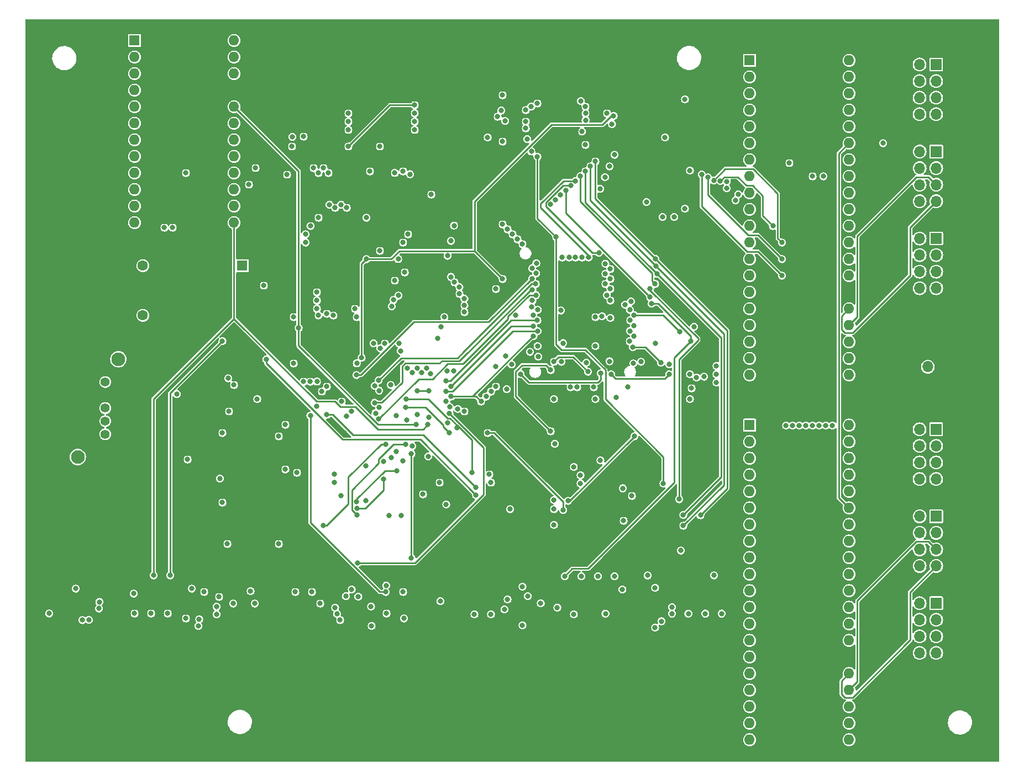
<source format=gbr>
%TF.GenerationSoftware,KiCad,Pcbnew,7.0.9*%
%TF.CreationDate,2023-11-28T19:04:43+01:00*%
%TF.ProjectId,z80,7a38302e-6b69-4636-9164-5f7063625858,1.0*%
%TF.SameCoordinates,Original*%
%TF.FileFunction,Copper,L3,Inr*%
%TF.FilePolarity,Positive*%
%FSLAX46Y46*%
G04 Gerber Fmt 4.6, Leading zero omitted, Abs format (unit mm)*
G04 Created by KiCad (PCBNEW 7.0.9) date 2023-11-28 19:04:43*
%MOMM*%
%LPD*%
G01*
G04 APERTURE LIST*
%TA.AperFunction,ComponentPad*%
%ADD10R,1.600000X1.600000*%
%TD*%
%TA.AperFunction,ComponentPad*%
%ADD11O,1.600000X1.600000*%
%TD*%
%TA.AperFunction,ComponentPad*%
%ADD12R,1.700000X1.700000*%
%TD*%
%TA.AperFunction,ComponentPad*%
%ADD13O,1.700000X1.700000*%
%TD*%
%TA.AperFunction,ComponentPad*%
%ADD14C,1.400000*%
%TD*%
%TA.AperFunction,ComponentPad*%
%ADD15C,2.100000*%
%TD*%
%TA.AperFunction,ComponentPad*%
%ADD16C,1.600000*%
%TD*%
%TA.AperFunction,ViaPad*%
%ADD17C,0.800000*%
%TD*%
%TA.AperFunction,Conductor*%
%ADD18C,0.250000*%
%TD*%
G04 APERTURE END LIST*
D10*
%TO.N,Net-(J4-Pin_8)*%
%TO.C,U7*%
X197358000Y-34290000D03*
D11*
%TO.N,Net-(J4-Pin_6)*%
X197358000Y-36830000D03*
%TO.N,Net-(J4-Pin_4)*%
X197358000Y-39370000D03*
%TO.N,Net-(J4-Pin_2)*%
X197358000Y-41910000D03*
%TO.N,/RD*%
X197358000Y-44450000D03*
%TO.N,/IO1-CS*%
X197358000Y-46990000D03*
%TO.N,GND*%
X197358000Y-49530000D03*
%TO.N,/A1*%
X197358000Y-52070000D03*
%TO.N,/A0*%
X197358000Y-54610000D03*
%TO.N,Net-(J6-Pin_7)*%
X197358000Y-57150000D03*
%TO.N,Net-(J6-Pin_5)*%
X197358000Y-59690000D03*
%TO.N,Net-(J6-Pin_3)*%
X197358000Y-62230000D03*
%TO.N,Net-(J6-Pin_1)*%
X197358000Y-64770000D03*
%TO.N,Net-(J6-Pin_2)*%
X197358000Y-67310000D03*
%TO.N,Net-(J6-Pin_4)*%
X197358000Y-69850000D03*
%TO.N,Net-(J6-Pin_6)*%
X197358000Y-72390000D03*
%TO.N,Net-(J6-Pin_8)*%
X197358000Y-74930000D03*
%TO.N,Net-(J5-Pin_2)*%
X197358000Y-77470000D03*
%TO.N,Net-(J5-Pin_4)*%
X197358000Y-80010000D03*
%TO.N,Net-(J5-Pin_6)*%
X197358000Y-82550000D03*
%TO.N,Net-(J5-Pin_8)*%
X212598000Y-82550000D03*
%TO.N,Net-(J5-Pin_1)*%
X212598000Y-80010000D03*
%TO.N,Net-(J5-Pin_3)*%
X212598000Y-77470000D03*
%TO.N,Net-(J5-Pin_5)*%
X212598000Y-74930000D03*
%TO.N,Net-(J5-Pin_7)*%
X212598000Y-72390000D03*
%TO.N,+5V*%
X212598000Y-69850000D03*
%TO.N,/D7*%
X212598000Y-67310000D03*
%TO.N,/D6*%
X212598000Y-64770000D03*
%TO.N,/D5*%
X212598000Y-62230000D03*
%TO.N,/D4*%
X212598000Y-59690000D03*
%TO.N,/D3*%
X212598000Y-57150000D03*
%TO.N,/D2*%
X212598000Y-54610000D03*
%TO.N,/D1*%
X212598000Y-52070000D03*
%TO.N,/D0*%
X212598000Y-49530000D03*
%TO.N,/RST-INV*%
X212598000Y-46990000D03*
%TO.N,/WR*%
X212598000Y-44450000D03*
%TO.N,Net-(J4-Pin_7)*%
X212598000Y-41910000D03*
%TO.N,Net-(J4-Pin_5)*%
X212598000Y-39370000D03*
%TO.N,Net-(J4-Pin_3)*%
X212598000Y-36830000D03*
%TO.N,Net-(J4-Pin_1)*%
X212598000Y-34290000D03*
%TD*%
D12*
%TO.N,Net-(J4-Pin_1)*%
%TO.C,J4*%
X225933000Y-34925000D03*
D13*
%TO.N,Net-(J4-Pin_2)*%
X223393000Y-34925000D03*
%TO.N,Net-(J4-Pin_3)*%
X225933000Y-37465000D03*
%TO.N,Net-(J4-Pin_4)*%
X223393000Y-37465000D03*
%TO.N,Net-(J4-Pin_5)*%
X225933000Y-40005000D03*
%TO.N,Net-(J4-Pin_6)*%
X223393000Y-40005000D03*
%TO.N,Net-(J4-Pin_7)*%
X225933000Y-42545000D03*
%TO.N,Net-(J4-Pin_8)*%
X223393000Y-42545000D03*
%TD*%
D12*
%TO.N,Net-(J5-Pin_1)*%
%TO.C,J5*%
X225953000Y-48270000D03*
D13*
%TO.N,Net-(J5-Pin_2)*%
X223413000Y-48270000D03*
%TO.N,Net-(J5-Pin_3)*%
X225953000Y-50810000D03*
%TO.N,Net-(J5-Pin_4)*%
X223413000Y-50810000D03*
%TO.N,Net-(J5-Pin_5)*%
X225953000Y-53350000D03*
%TO.N,Net-(J5-Pin_6)*%
X223413000Y-53350000D03*
%TO.N,Net-(J5-Pin_7)*%
X225953000Y-55890000D03*
%TO.N,Net-(J5-Pin_8)*%
X223413000Y-55890000D03*
%TD*%
D12*
%TO.N,Net-(J8-Pin_1)*%
%TO.C,J8*%
X225953000Y-104219000D03*
D13*
%TO.N,Net-(J8-Pin_2)*%
X223413000Y-104219000D03*
%TO.N,Net-(J8-Pin_3)*%
X225953000Y-106759000D03*
%TO.N,Net-(J8-Pin_4)*%
X223413000Y-106759000D03*
%TO.N,Net-(J8-Pin_5)*%
X225953000Y-109299000D03*
%TO.N,Net-(J8-Pin_6)*%
X223413000Y-109299000D03*
%TO.N,Net-(J8-Pin_7)*%
X225953000Y-111839000D03*
%TO.N,Net-(J8-Pin_8)*%
X223413000Y-111839000D03*
%TD*%
D12*
%TO.N,+5V*%
%TO.C,J1*%
X224663000Y-78740000D03*
D13*
%TO.N,GND*%
X224663000Y-81280000D03*
%TD*%
D10*
%TO.N,Net-(J7-Pin_8)*%
%TO.C,U10*%
X197358000Y-90239000D03*
D11*
%TO.N,Net-(J7-Pin_6)*%
X197358000Y-92779000D03*
%TO.N,Net-(J7-Pin_4)*%
X197358000Y-95319000D03*
%TO.N,Net-(J7-Pin_2)*%
X197358000Y-97859000D03*
%TO.N,/RD*%
X197358000Y-100399000D03*
%TO.N,/IO2-CS*%
X197358000Y-102939000D03*
%TO.N,GND*%
X197358000Y-105479000D03*
%TO.N,/A1*%
X197358000Y-108019000D03*
%TO.N,/A0*%
X197358000Y-110559000D03*
%TO.N,Net-(J9-Pin_7)*%
X197358000Y-113099000D03*
%TO.N,Net-(J9-Pin_5)*%
X197358000Y-115639000D03*
%TO.N,Net-(J9-Pin_3)*%
X197358000Y-118179000D03*
%TO.N,Net-(J9-Pin_1)*%
X197358000Y-120719000D03*
%TO.N,Net-(J9-Pin_2)*%
X197358000Y-123259000D03*
%TO.N,Net-(J9-Pin_4)*%
X197358000Y-125799000D03*
%TO.N,Net-(J9-Pin_6)*%
X197358000Y-128339000D03*
%TO.N,Net-(J9-Pin_8)*%
X197358000Y-130879000D03*
%TO.N,Net-(J8-Pin_2)*%
X197358000Y-133419000D03*
%TO.N,Net-(J8-Pin_4)*%
X197358000Y-135959000D03*
%TO.N,Net-(J8-Pin_6)*%
X197358000Y-138499000D03*
%TO.N,Net-(J8-Pin_8)*%
X212598000Y-138499000D03*
%TO.N,Net-(J8-Pin_1)*%
X212598000Y-135959000D03*
%TO.N,Net-(J8-Pin_3)*%
X212598000Y-133419000D03*
%TO.N,Net-(J8-Pin_5)*%
X212598000Y-130879000D03*
%TO.N,Net-(J8-Pin_7)*%
X212598000Y-128339000D03*
%TO.N,+5V*%
X212598000Y-125799000D03*
%TO.N,/D7*%
X212598000Y-123259000D03*
%TO.N,/D6*%
X212598000Y-120719000D03*
%TO.N,/D5*%
X212598000Y-118179000D03*
%TO.N,/D4*%
X212598000Y-115639000D03*
%TO.N,/D3*%
X212598000Y-113099000D03*
%TO.N,/D2*%
X212598000Y-110559000D03*
%TO.N,/D1*%
X212598000Y-108019000D03*
%TO.N,/D0*%
X212598000Y-105479000D03*
%TO.N,/RST-INV*%
X212598000Y-102939000D03*
%TO.N,/WR*%
X212598000Y-100399000D03*
%TO.N,Net-(J7-Pin_7)*%
X212598000Y-97859000D03*
%TO.N,Net-(J7-Pin_5)*%
X212598000Y-95319000D03*
%TO.N,Net-(J7-Pin_3)*%
X212598000Y-92779000D03*
%TO.N,Net-(J7-Pin_1)*%
X212598000Y-90239000D03*
%TD*%
D14*
%TO.N,Net-(R8-Pad2)*%
%TO.C,SW2*%
X98636000Y-83630000D03*
%TO.N,Net-(D2-A)*%
X98636000Y-87630000D03*
%TO.N,Net-(D4-A)*%
X98636000Y-89630000D03*
%TO.N,Net-(D8-A)*%
X98636000Y-91630000D03*
D15*
%TO.N,N/C*%
X100636000Y-80130000D03*
X94436000Y-95130000D03*
%TD*%
D11*
%TO.N,unconnected-(A1-NC-Pad1)*%
%TO.C,A1*%
X118364000Y-31242000D03*
%TO.N,GND*%
X118364000Y-33782000D03*
%TO.N,unconnected-(A1-~{RESET}-Pad3)*%
X118364000Y-36322000D03*
%TO.N,+5V*%
X118364000Y-38862000D03*
%TO.N,/BUSACK*%
X118364000Y-41402000D03*
%TO.N,/PROG-OE*%
X118364000Y-43942000D03*
%TO.N,/PROG-WR*%
X118364000Y-46482000D03*
%TO.N,/RD*%
X118364000Y-49022000D03*
%TO.N,Net-(A1-D15)*%
X118364000Y-51562000D03*
%TO.N,Net-(A1-D14)*%
X118364000Y-54102000D03*
%TO.N,Net-(A1-D16)*%
X118364000Y-56642000D03*
%TO.N,/BUSRQ*%
X118364000Y-59182000D03*
%TO.N,/D7*%
X103124000Y-59182000D03*
%TO.N,/D6*%
X103124000Y-56642000D03*
%TO.N,/D5*%
X103124000Y-54102000D03*
%TO.N,/D4*%
X103124000Y-51562000D03*
%TO.N,/D3*%
X103124000Y-49022000D03*
%TO.N,/D2*%
X103124000Y-46482000D03*
%TO.N,/D1*%
X103124000Y-43942000D03*
%TO.N,/D0*%
X103124000Y-41402000D03*
%TO.N,GND*%
X103124000Y-38862000D03*
X103124000Y-36322000D03*
%TO.N,unconnected-(A1-RX1-Pad23)*%
X103124000Y-33782000D03*
D10*
%TO.N,unconnected-(A1-TX0-Pad24)*%
X103124000Y-31242000D03*
%TD*%
%TO.N,GND*%
%TO.C,CLK2*%
X119634000Y-65786000D03*
D16*
X104394000Y-65786000D03*
%TO.N,/FstClk*%
X104394000Y-73406000D03*
%TO.N,+5V*%
X119634000Y-73406000D03*
%TD*%
D12*
%TO.N,Net-(J9-Pin_1)*%
%TO.C,J9*%
X225953000Y-117554000D03*
D13*
%TO.N,Net-(J9-Pin_2)*%
X223413000Y-117554000D03*
%TO.N,Net-(J9-Pin_3)*%
X225953000Y-120094000D03*
%TO.N,Net-(J9-Pin_4)*%
X223413000Y-120094000D03*
%TO.N,Net-(J9-Pin_5)*%
X225953000Y-122634000D03*
%TO.N,Net-(J9-Pin_6)*%
X223413000Y-122634000D03*
%TO.N,Net-(J9-Pin_7)*%
X225953000Y-125174000D03*
%TO.N,Net-(J9-Pin_8)*%
X223413000Y-125174000D03*
%TD*%
D12*
%TO.N,Net-(J6-Pin_1)*%
%TO.C,J6*%
X225953000Y-61605000D03*
D13*
%TO.N,Net-(J6-Pin_2)*%
X223413000Y-61605000D03*
%TO.N,Net-(J6-Pin_3)*%
X225953000Y-64145000D03*
%TO.N,Net-(J6-Pin_4)*%
X223413000Y-64145000D03*
%TO.N,Net-(J6-Pin_5)*%
X225953000Y-66685000D03*
%TO.N,Net-(J6-Pin_6)*%
X223413000Y-66685000D03*
%TO.N,Net-(J6-Pin_7)*%
X225953000Y-69225000D03*
%TO.N,Net-(J6-Pin_8)*%
X223413000Y-69225000D03*
%TD*%
D12*
%TO.N,Net-(J7-Pin_1)*%
%TO.C,J7*%
X225933000Y-90874000D03*
D13*
%TO.N,Net-(J7-Pin_2)*%
X223393000Y-90874000D03*
%TO.N,Net-(J7-Pin_3)*%
X225933000Y-93414000D03*
%TO.N,Net-(J7-Pin_4)*%
X223393000Y-93414000D03*
%TO.N,Net-(J7-Pin_5)*%
X225933000Y-95954000D03*
%TO.N,Net-(J7-Pin_6)*%
X223393000Y-95954000D03*
%TO.N,Net-(J7-Pin_7)*%
X225933000Y-98494000D03*
%TO.N,Net-(J7-Pin_8)*%
X223393000Y-98494000D03*
%TD*%
D17*
%TO.N,/D0*%
X210058000Y-90297000D03*
X176022000Y-71120000D03*
X127762000Y-115824000D03*
X164084000Y-71120000D03*
X157226000Y-46101000D03*
X140044226Y-88400885D03*
X195199000Y-55735000D03*
X131064000Y-69850000D03*
X136398000Y-88138000D03*
%TO.N,/D1*%
X163284500Y-46344500D03*
X195622454Y-54830145D03*
X209042000Y-90297000D03*
X135636000Y-88900000D03*
X140529074Y-89274914D03*
X164638424Y-70288364D03*
X208661000Y-52070000D03*
X175467576Y-70288364D03*
X130302000Y-115824000D03*
X131064000Y-71120000D03*
%TO.N,/D2*%
X193865500Y-53911500D03*
X131572000Y-117602000D03*
X131064000Y-72390000D03*
X176022000Y-69342000D03*
X164084000Y-69455500D03*
X134874000Y-86614000D03*
X163919500Y-48260000D03*
X139891930Y-86800211D03*
X208026000Y-90297000D03*
X207010000Y-52070000D03*
%TO.N,/D3*%
X174460500Y-53975000D03*
X207010000Y-90297000D03*
X138594726Y-101854000D03*
X140508424Y-83381636D03*
X203454000Y-50038000D03*
X137160000Y-73660000D03*
X164592000Y-68580000D03*
X175260000Y-68580000D03*
X193861201Y-52891201D03*
%TO.N,/D4*%
X200918299Y-59694299D03*
X142113000Y-104140000D03*
X175185000Y-52197000D03*
X137122500Y-82550000D03*
X110998000Y-51562000D03*
X164037576Y-67748364D03*
X192870248Y-52760751D03*
X205994000Y-90297000D03*
X176022000Y-67818000D03*
X136906000Y-72390000D03*
%TO.N,/D5*%
X108966000Y-59944000D03*
X202311000Y-62230000D03*
X191872907Y-52695046D03*
X204978000Y-90297000D03*
X130052299Y-88768701D03*
X141605000Y-115824000D03*
X139936619Y-84201419D03*
X133599701Y-73410299D03*
X132588000Y-84328000D03*
X175260000Y-67023864D03*
X164662326Y-66968177D03*
X175909500Y-50546000D03*
X130048000Y-83566000D03*
%TO.N,/D6*%
X129032000Y-83566000D03*
X176022000Y-66294000D03*
X176657000Y-48768000D03*
X141670535Y-114827064D03*
X190990680Y-52225278D03*
X203962000Y-90297000D03*
X164032522Y-66192063D03*
X132588000Y-73152000D03*
X140612313Y-84937924D03*
X202311000Y-64770000D03*
X131826000Y-85090000D03*
X107696000Y-59944000D03*
%TO.N,/D7*%
X131068299Y-83561701D03*
X144272000Y-115824000D03*
X202946000Y-90297000D03*
X140595149Y-87510485D03*
X175260000Y-65467563D03*
X171699701Y-45207701D03*
X131064000Y-87376000D03*
X164678791Y-65429605D03*
X190012222Y-51784500D03*
X131313701Y-73401701D03*
X202311000Y-67310000D03*
%TO.N,/BUSACK*%
X116586000Y-77343000D03*
X146304000Y-90170000D03*
X108585000Y-113284000D03*
X128270000Y-75311000D03*
%TO.N,GND*%
X171511009Y-40517983D03*
X111252000Y-95504000D03*
X151430424Y-87445636D03*
X111887000Y-115316000D03*
X182880000Y-115189000D03*
X117475000Y-83058000D03*
X94107000Y-115316000D03*
X125222000Y-108458000D03*
X172593000Y-82042000D03*
X160147000Y-84709000D03*
X173736000Y-86233000D03*
X139446000Y-121031000D03*
X133731000Y-99060000D03*
X159512000Y-39624000D03*
X167386000Y-105537000D03*
X126238000Y-97028000D03*
X125222000Y-91948000D03*
X117602000Y-88138000D03*
X182880000Y-121285000D03*
X116586000Y-91440000D03*
X112903000Y-121031000D03*
X188214000Y-86233000D03*
X162560000Y-120929400D03*
X188214000Y-82423000D03*
X122936000Y-68834000D03*
X167386000Y-86233000D03*
X157734000Y-99060000D03*
X217805000Y-46990000D03*
X117348000Y-108458000D03*
X167513000Y-93091000D03*
X167386000Y-101727000D03*
X127254000Y-47498000D03*
X128016000Y-97536000D03*
X188214000Y-51181000D03*
X109601000Y-85471000D03*
X167386000Y-80518000D03*
X178718284Y-84417117D03*
X162560000Y-115011200D03*
X149860000Y-99060000D03*
X159512000Y-46736000D03*
X178054000Y-104902000D03*
X126238000Y-90170000D03*
X180721000Y-80518000D03*
X140716000Y-47498000D03*
X116586000Y-102108000D03*
X121920000Y-86233000D03*
X136398000Y-115443000D03*
X127508000Y-73660000D03*
%TO.N,/BUSRQ*%
X148082000Y-90170000D03*
X106045000Y-113284000D03*
%TO.N,+5V*%
X135255000Y-91440000D03*
X171958000Y-39624000D03*
X189738000Y-43561000D03*
X126492000Y-95250000D03*
X149606000Y-109728000D03*
X120396000Y-92456000D03*
X149606000Y-105791000D03*
X140208000Y-85852000D03*
X135890000Y-38608000D03*
X125984000Y-102362000D03*
X119380000Y-98552000D03*
X178562000Y-80518000D03*
X192278000Y-77343000D03*
X147320000Y-98869000D03*
X122936000Y-70358000D03*
X149352000Y-38608000D03*
X94869000Y-76454000D03*
X171450000Y-96647000D03*
X179578000Y-97282000D03*
X116586000Y-72771000D03*
X119380000Y-101600000D03*
X164096929Y-80199649D03*
X114554000Y-97536000D03*
X149352000Y-46228000D03*
X136906000Y-57150000D03*
X135890000Y-46228000D03*
%TO.N,/A0*%
X178980000Y-77380000D03*
X162560000Y-62484000D03*
X168783000Y-77654500D03*
X150584500Y-73660000D03*
X163068000Y-44704000D03*
X150876000Y-86614000D03*
%TO.N,/A1*%
X156214299Y-86618299D03*
X161798000Y-61722000D03*
X179626000Y-76580000D03*
X151638000Y-85852000D03*
X182929299Y-77674701D03*
X164243266Y-76582682D03*
X132842000Y-51562000D03*
X135636000Y-56896000D03*
X150076500Y-75184000D03*
X163068000Y-43688000D03*
%TO.N,/A11*%
X142998840Y-51559269D03*
X171704000Y-64516000D03*
X144526000Y-66802000D03*
X175514000Y-42418000D03*
X181737000Y-113289500D03*
X140716000Y-63500000D03*
X171450000Y-52041000D03*
X182880000Y-68580000D03*
X143919963Y-78852500D03*
X143256000Y-88773000D03*
X152146000Y-68326000D03*
%TO.N,/A12*%
X131318000Y-58420000D03*
X143643500Y-77724000D03*
X187198000Y-104013000D03*
X183172155Y-67017845D03*
X151591576Y-67494364D03*
X139192000Y-51308000D03*
X172212000Y-51308000D03*
X172212000Y-47244000D03*
X170688000Y-64516000D03*
X143002000Y-68072000D03*
%TO.N,/A13*%
X170434000Y-96647000D03*
X186817000Y-109474000D03*
X143547500Y-70358000D03*
X151609500Y-61976000D03*
X172974000Y-50546000D03*
X183049454Y-65870546D03*
X141478000Y-77724000D03*
X169688497Y-64516000D03*
X187198000Y-105664000D03*
%TO.N,/A14*%
X182926753Y-64723247D03*
X173736000Y-49784000D03*
X142816051Y-71039166D03*
X152069127Y-59613127D03*
X140771245Y-78430755D03*
X171450000Y-97917000D03*
X168656000Y-64516000D03*
X189830500Y-104056098D03*
%TO.N,Clock*%
X133731000Y-97790000D03*
X137164299Y-80767701D03*
%TO.N,/INT*%
X153670000Y-88138000D03*
X141253574Y-95795500D03*
X170942000Y-84417617D03*
X148209000Y-84963000D03*
X141253574Y-98514500D03*
X137172548Y-102993051D03*
X160880411Y-80935777D03*
X146431000Y-84963000D03*
X146431000Y-88646000D03*
%TO.N,/NMI*%
X157480000Y-97790000D03*
X142494000Y-95250000D03*
X143284014Y-97244500D03*
X166878000Y-81788000D03*
X172339000Y-80645000D03*
X137160000Y-101981000D03*
X166878000Y-91186000D03*
%TO.N,/A15*%
X171450000Y-99187000D03*
X184150000Y-99187000D03*
X139737500Y-77675033D03*
X191897000Y-113284000D03*
X151092500Y-64262000D03*
X167720000Y-61388000D03*
X142514648Y-71992141D03*
X164846000Y-49059000D03*
%TO.N,/MREQ*%
X161544000Y-73406000D03*
X168783000Y-103251000D03*
X144653000Y-87503000D03*
X151384000Y-91440000D03*
X116078000Y-116586000D03*
X176149000Y-82423000D03*
X176022000Y-73787000D03*
X185039000Y-82423000D03*
X157226000Y-91440000D03*
%TO.N,/IORQ*%
X162265476Y-82390500D03*
X174752000Y-73533000D03*
X143178632Y-94248340D03*
X134747000Y-101092000D03*
X174540153Y-82296000D03*
X120904000Y-115697000D03*
%TO.N,/HALT*%
X132080000Y-105664000D03*
X102997000Y-116078000D03*
X141605000Y-93180500D03*
%TO.N,/RD*%
X164206134Y-73400161D03*
X159512000Y-67818000D03*
X145542000Y-110617000D03*
X149987000Y-117221000D03*
X144854500Y-89445500D03*
X137922000Y-79883000D03*
X173736000Y-73660000D03*
X138635000Y-64770000D03*
X145542000Y-94615000D03*
X176530000Y-42799000D03*
%TO.N,/WR*%
X159945500Y-79629000D03*
X169926000Y-84417500D03*
X152527000Y-90678000D03*
X113792000Y-115824000D03*
X144780000Y-86233000D03*
X176911000Y-85979000D03*
X147320000Y-100838000D03*
X152654000Y-87757000D03*
X154813000Y-97536000D03*
X187452000Y-40259000D03*
X187452000Y-57023000D03*
X188468000Y-84582000D03*
%TO.N,/WAIT*%
X144272000Y-95758000D03*
X173736000Y-78105000D03*
X164862860Y-78104500D03*
X144018000Y-104140000D03*
X173482000Y-84417617D03*
%TO.N,/M1*%
X144615500Y-93218000D03*
X137168599Y-104021599D03*
X148209000Y-89027000D03*
%TO.N,/RFSH*%
X137287000Y-111379000D03*
X151373884Y-88443538D03*
%TO.N,/A4*%
X159315654Y-41984500D03*
X151017500Y-81927500D03*
X130556000Y-50800000D03*
X158496000Y-84328000D03*
X179067529Y-74164326D03*
X159512000Y-59436000D03*
X164846000Y-74168000D03*
X150876000Y-83452000D03*
X132985449Y-56408500D03*
%TO.N,/A5*%
X179625672Y-73335181D03*
X129335000Y-62230000D03*
X126492000Y-51816000D03*
X148446331Y-82366697D03*
X158491701Y-81275701D03*
X168444500Y-72644000D03*
X166878000Y-56388000D03*
X186690000Y-75946000D03*
X163068000Y-41910000D03*
%TO.N,/A6*%
X182347701Y-71603701D03*
X163899636Y-41355576D03*
X188341000Y-77343000D03*
X147893500Y-81534000D03*
X167640000Y-55663500D03*
X127292924Y-46012924D03*
X178999415Y-72556202D03*
X129335000Y-60960000D03*
X153670000Y-72898000D03*
X169037000Y-113411000D03*
X164916326Y-72556177D03*
%TO.N,/A7*%
X129032000Y-45974000D03*
X147145312Y-82196737D03*
X153665701Y-71877701D03*
X130059500Y-59690000D03*
X164846000Y-40894000D03*
X171577000Y-113411000D03*
X188849000Y-75131397D03*
X168402000Y-54939000D03*
X179167701Y-71276299D03*
%TO.N,/RST*%
X121539000Y-117602000D03*
X178294449Y-71762545D03*
X151130000Y-89916000D03*
X181558155Y-56007000D03*
X163978552Y-72128300D03*
X150876000Y-102399500D03*
%TO.N,/A8*%
X169195814Y-54214500D03*
X174117000Y-113411000D03*
X146407821Y-81522117D03*
X148590000Y-54864000D03*
X172212000Y-41402000D03*
X145034000Y-60960000D03*
X153661402Y-70857402D03*
X182118000Y-70612000D03*
X148109797Y-95023797D03*
%TO.N,/A9*%
X145646159Y-82169324D03*
X145332859Y-51743205D03*
X144272000Y-62230000D03*
X176657000Y-113411000D03*
X145669000Y-93472000D03*
X152908000Y-70104000D03*
X169957455Y-53490000D03*
X174261332Y-63779931D03*
X172216299Y-42422299D03*
%TO.N,/A10*%
X172220598Y-43442598D03*
X143514299Y-64765701D03*
X144272000Y-51308000D03*
X152903701Y-69083701D03*
X172715701Y-64511701D03*
X186563353Y-101599647D03*
X144882382Y-81524615D03*
X170688000Y-52765500D03*
X182118000Y-69342000D03*
%TO.N,Net-(D20-K)*%
X144399000Y-119888000D03*
%TO.N,Net-(D21-K)*%
X90043000Y-119126000D03*
%TO.N,Net-(D22-K)*%
X95123000Y-120142000D03*
%TO.N,Net-(D23-K)*%
X96122286Y-120121208D03*
%TO.N,Net-(D26-K)*%
X103124000Y-119126000D03*
%TO.N,Net-(D41-K)*%
X170434000Y-119253000D03*
%TO.N,Net-(D42-K)*%
X175272000Y-119141000D03*
%TO.N,Net-(D43-K)*%
X177872000Y-115441000D03*
%TO.N,Net-(D44-K)*%
X185472000Y-118141497D03*
%TO.N,Net-(D45-K)*%
X183848353Y-120317353D03*
%TO.N,Net-(D46-K)*%
X185472000Y-119141000D03*
%TO.N,Net-(D47-K)*%
X187972000Y-119141000D03*
%TO.N,/A2*%
X156976299Y-85856299D03*
X179017492Y-75787079D03*
X161036000Y-60960000D03*
X164881100Y-75813153D03*
X150876000Y-85090000D03*
X149568500Y-76962000D03*
X134763449Y-56408500D03*
X159892309Y-43561015D03*
X132080000Y-50800000D03*
%TO.N,/A3*%
X160274000Y-60198000D03*
X158750000Y-42926000D03*
X157738299Y-85094299D03*
X131318000Y-51562000D03*
X133858000Y-56896000D03*
X151638000Y-84252000D03*
X152017003Y-81927500D03*
X179625369Y-74993674D03*
X164227984Y-75056552D03*
%TO.N,Net-(D48-K)*%
X190572000Y-119141000D03*
%TO.N,Net-(D49-K)*%
X193072000Y-119141000D03*
%TO.N,/PROG-WR*%
X138635000Y-58420000D03*
%TO.N,/EXT-IO2-CS*%
X192278000Y-82423000D03*
X164973000Y-79718500D03*
%TO.N,/EXT-IO1-CS*%
X192278000Y-81153000D03*
X163703000Y-78994000D03*
%TO.N,/EXT-IO5-CS*%
X175895000Y-80443500D03*
X189230000Y-82931000D03*
%TO.N,/EXT-IO4-CS*%
X190373000Y-82804000D03*
X179546498Y-80772000D03*
%TO.N,/EXT-IO6-CS*%
X179463570Y-78254738D03*
X183769000Y-80645000D03*
%TO.N,/AdjClk*%
X116195000Y-98425000D03*
X118364000Y-84074000D03*
%TO.N,Net-(D13-K)*%
X134620000Y-120142000D03*
%TO.N,Net-(D14-K)*%
X134132584Y-119197903D03*
%TO.N,Net-(D15-K)*%
X133857500Y-118237000D03*
%TO.N,Net-(D16-K)*%
X135509000Y-116459000D03*
%TO.N,Net-(D17-K)*%
X137404407Y-116553105D03*
%TO.N,Net-(D18-K)*%
X139361397Y-118042510D03*
%TO.N,Net-(D19-K)*%
X141732000Y-119126000D03*
%TO.N,/EXT-CS*%
X158496000Y-69342000D03*
X127508000Y-80772000D03*
%TO.N,/PROG-OE*%
X184404000Y-46101000D03*
X135890000Y-42418000D03*
X146050000Y-42418000D03*
%TO.N,Net-(D24-K)*%
X97663000Y-118364000D03*
%TO.N,Net-(D25-K)*%
X97721499Y-117356159D03*
%TO.N,Net-(D27-K)*%
X105664000Y-119126000D03*
%TO.N,Net-(D28-K)*%
X108204000Y-119126000D03*
%TO.N,Net-(D29-K)*%
X110998000Y-119888000D03*
%TO.N,Net-(D30-K)*%
X113030000Y-120015000D03*
%TO.N,Net-(D31-K)*%
X115697000Y-119253000D03*
%TO.N,Net-(D32-K)*%
X115697000Y-118072500D03*
%TO.N,Net-(D33-K)*%
X118237000Y-117602000D03*
%TO.N,/RAM1-CS*%
X179705000Y-91948000D03*
X169545000Y-101854000D03*
X185801000Y-58293000D03*
X176276000Y-44069000D03*
%TO.N,/ROM1-CS*%
X174498000Y-95631000D03*
X142367000Y-84074000D03*
%TO.N,Net-(U2-QH')*%
X135890000Y-47498000D03*
X146050000Y-41148000D03*
%TO.N,Net-(A1-D14)*%
X146050000Y-44958000D03*
X135890000Y-44958000D03*
X121666000Y-50800000D03*
%TO.N,Net-(A1-D16)*%
X146050000Y-43688000D03*
X135890000Y-43688000D03*
X120650000Y-53340000D03*
%TO.N,Net-(D34-K)*%
X155194000Y-119253000D03*
%TO.N,Net-(D35-K)*%
X157734000Y-119253000D03*
%TO.N,Net-(D36-K)*%
X159796835Y-118492934D03*
%TO.N,Net-(D37-K)*%
X160274000Y-116967000D03*
%TO.N,Net-(D38-K)*%
X163388902Y-116459000D03*
%TO.N,Net-(D39-K)*%
X165354000Y-117576000D03*
%TO.N,Net-(D40-K)*%
X167894000Y-118211000D03*
%TO.N,Net-(U1-Pad12)*%
X177927000Y-99921500D03*
X155448000Y-99822000D03*
X132588000Y-88646000D03*
%TO.N,Net-(U1-Pad13)*%
X179324000Y-101092000D03*
X155448000Y-100965000D03*
X123317000Y-80137000D03*
%TO.N,/IOREQ*%
X185039000Y-80899000D03*
X167386000Y-103124000D03*
X160655000Y-103124000D03*
%TO.N,/EXT-IO3-CS*%
X168529000Y-80518000D03*
X192278000Y-83693000D03*
%TO.N,Net-(U6-Pad4)*%
X138594726Y-96520000D03*
X184023000Y-58293000D03*
%TD*%
D18*
%TO.N,/RST-INV*%
X211023000Y-101364000D02*
X212598000Y-102939000D01*
X211023000Y-48565000D02*
X211023000Y-101364000D01*
X212598000Y-46990000D02*
X211023000Y-48565000D01*
%TO.N,/D1*%
X160346706Y-73577989D02*
X163636331Y-70288364D01*
X140529074Y-89274914D02*
X146652293Y-83151695D01*
X160346706Y-73986706D02*
X160346706Y-73577989D01*
X146652293Y-83151695D02*
X148768000Y-83151695D01*
X163636331Y-70288364D02*
X164638424Y-70288364D01*
X153488706Y-80844706D02*
X160346706Y-73986706D01*
X148768000Y-83151695D02*
X151074989Y-80844706D01*
X151074989Y-80844706D02*
X153488706Y-80844706D01*
%TO.N,/D2*%
X144157382Y-83680618D02*
X144157382Y-81224310D01*
X139906656Y-86785485D02*
X141052515Y-86785485D01*
X144157382Y-81224310D02*
X144609692Y-80772000D01*
X150237294Y-80394706D02*
X152893593Y-80394706D01*
X141052515Y-86785485D02*
X144157382Y-83680618D01*
X149860000Y-80772000D02*
X150237294Y-80394706D01*
X152893593Y-80394706D02*
X163832799Y-69455500D01*
X163832799Y-69455500D02*
X164084000Y-69455500D01*
X139891930Y-86800211D02*
X139906656Y-86785485D01*
X144609692Y-80772000D02*
X149860000Y-80772000D01*
%TO.N,/D3*%
X153543000Y-78994000D02*
X152592294Y-79944706D01*
X164592000Y-68580000D02*
X163934195Y-68580000D01*
X143945354Y-79944706D02*
X140508424Y-83381636D01*
X163934195Y-68580000D02*
X153543000Y-78971195D01*
X153543000Y-78971195D02*
X153543000Y-78994000D01*
X152592294Y-79944706D02*
X143945354Y-79944706D01*
%TO.N,/D4*%
X193464798Y-52166201D02*
X195573210Y-52166201D01*
X199390000Y-58166000D02*
X200918299Y-59694299D01*
X137122500Y-82550000D02*
X137792195Y-82550000D01*
X196892009Y-53485000D02*
X197823991Y-53485000D01*
X157363940Y-74422000D02*
X164037576Y-67748364D01*
X145920195Y-74422000D02*
X157363940Y-74422000D01*
X192870248Y-52760751D02*
X193464798Y-52166201D01*
X195573210Y-52166201D02*
X196892009Y-53485000D01*
X199390000Y-55051009D02*
X199390000Y-58166000D01*
X137792195Y-82550000D02*
X145920195Y-74422000D01*
X197823991Y-53485000D02*
X199390000Y-55051009D01*
%TO.N,/D5*%
X191872907Y-52695046D02*
X193622953Y-50945000D01*
X130052299Y-105169604D02*
X130052299Y-88768701D01*
X193622953Y-50945000D02*
X197884000Y-50945000D01*
X140706695Y-115824000D02*
X130052299Y-105169604D01*
X201676000Y-61595000D02*
X202311000Y-62230000D01*
X197884000Y-50945000D02*
X201676000Y-54737000D01*
X201676000Y-54737000D02*
X201676000Y-61595000D01*
X141605000Y-115824000D02*
X140706695Y-115824000D01*
%TO.N,/D6*%
X202311000Y-64770000D02*
X198646000Y-61105000D01*
X198646000Y-61105000D02*
X197182009Y-61105000D01*
X190990680Y-52225278D02*
X190990680Y-54913671D01*
X190990680Y-54913671D02*
X197182009Y-61105000D01*
%TO.N,/D7*%
X198646000Y-63645000D02*
X202311000Y-67310000D01*
X196995000Y-63645000D02*
X198646000Y-63645000D01*
X190012222Y-56662222D02*
X196995000Y-63645000D01*
X190012222Y-51784500D02*
X190012222Y-56662222D01*
%TO.N,/BUSACK*%
X108585000Y-113284000D02*
X108585000Y-85344000D01*
X128233000Y-51271000D02*
X128233000Y-78004145D01*
X108585000Y-85344000D02*
X116586000Y-77343000D01*
X118364000Y-41402000D02*
X128233000Y-51271000D01*
X128233000Y-78004145D02*
X140398855Y-90170000D01*
X140398855Y-90170000D02*
X146304000Y-90170000D01*
%TO.N,GND*%
X172593000Y-82042000D02*
X170344000Y-79793000D01*
X168111000Y-79793000D02*
X167386000Y-80518000D01*
X170344000Y-79793000D02*
X168111000Y-79793000D01*
%TO.N,/BUSRQ*%
X106045000Y-86242305D02*
X118364000Y-73923305D01*
X118364000Y-73923305D02*
X131054695Y-86614000D01*
X118364000Y-59182000D02*
X118364000Y-73923305D01*
X106045000Y-113284000D02*
X106045000Y-86242305D01*
X140425000Y-90895000D02*
X147357000Y-90895000D01*
X134647695Y-87413000D02*
X136943000Y-87413000D01*
X136943000Y-87413000D02*
X140425000Y-90895000D01*
X131054695Y-86614000D02*
X133848695Y-86614000D01*
X133848695Y-86614000D02*
X134647695Y-87413000D01*
X147357000Y-90895000D02*
X148082000Y-90170000D01*
%TO.N,/A1*%
X164209318Y-76582682D02*
X154940000Y-85852000D01*
X151638000Y-85852000D02*
X155448000Y-85852000D01*
X155448000Y-85852000D02*
X156214299Y-86618299D01*
X164243266Y-76582682D02*
X164209318Y-76582682D01*
%TO.N,/A11*%
X171450000Y-52041000D02*
X171450000Y-55932086D01*
X171450000Y-55932086D02*
X182447155Y-66929241D01*
X182447155Y-68147155D02*
X182880000Y-68580000D01*
X182447155Y-66929241D02*
X182447155Y-68147155D01*
%TO.N,/A12*%
X193003000Y-76848690D02*
X183172155Y-67017845D01*
X172212000Y-56057690D02*
X183172155Y-67017845D01*
X187198000Y-104013000D02*
X193003000Y-98208000D01*
X193003000Y-98208000D02*
X193003000Y-76848690D01*
X172212000Y-51308000D02*
X172212000Y-56057690D01*
%TO.N,/A13*%
X193453000Y-76274092D02*
X183049454Y-65870546D01*
X187198000Y-105664000D02*
X193453000Y-99409000D01*
X193453000Y-99409000D02*
X193453000Y-76274092D01*
X172974000Y-50546000D02*
X172974000Y-55795092D01*
X172974000Y-55795092D02*
X183049454Y-65870546D01*
%TO.N,/A14*%
X193903000Y-99983598D02*
X193903000Y-75699494D01*
X189830500Y-104056098D02*
X193903000Y-99983598D01*
X193903000Y-75699494D02*
X182926753Y-64723247D01*
X173736000Y-55532494D02*
X182926753Y-64723247D01*
X173736000Y-49784000D02*
X173736000Y-55532494D01*
%TO.N,/INT*%
X146431000Y-84963000D02*
X148209000Y-84963000D01*
X141253574Y-100220457D02*
X141253574Y-98514500D01*
X137172548Y-102993051D02*
X138480980Y-102993051D01*
X138480980Y-102993051D02*
X141253574Y-100220457D01*
%TO.N,/NMI*%
X166878000Y-81788000D02*
X166135000Y-81045000D01*
X162541000Y-81045000D02*
X161540476Y-82045524D01*
X161540476Y-82045524D02*
X161540476Y-85848476D01*
X161540476Y-85848476D02*
X166878000Y-91186000D01*
X141498269Y-97244500D02*
X143284014Y-97244500D01*
X137160000Y-101582769D02*
X141498269Y-97244500D01*
X137160000Y-101981000D02*
X137160000Y-101582769D01*
X166135000Y-81045000D02*
X162541000Y-81045000D01*
%TO.N,/A15*%
X167720000Y-61388000D02*
X167720000Y-77874695D01*
X175264653Y-81783347D02*
X175264653Y-86228347D01*
X167720000Y-77874695D02*
X168529000Y-78683695D01*
X164846000Y-58514000D02*
X164846000Y-49059000D01*
X168529000Y-78683695D02*
X172165000Y-78683695D01*
X172165000Y-78683695D02*
X175264653Y-81783347D01*
X175264653Y-86228347D02*
X184150000Y-95113695D01*
X184150000Y-95113695D02*
X184150000Y-99187000D01*
X167720000Y-61388000D02*
X164846000Y-58514000D01*
%TO.N,/MREQ*%
X185039000Y-82423000D02*
X184347000Y-83115000D01*
X147710305Y-87503000D02*
X150405000Y-90197695D01*
X157226000Y-91440000D02*
X158242000Y-91440000D01*
X168783000Y-101981000D02*
X168783000Y-103251000D01*
X150405000Y-90197695D02*
X150405000Y-90461000D01*
X150405000Y-90461000D02*
X151384000Y-91440000D01*
X176841000Y-83115000D02*
X176149000Y-82423000D01*
X158242000Y-91440000D02*
X168783000Y-101981000D01*
X144653000Y-87503000D02*
X147710305Y-87503000D01*
X184347000Y-83115000D02*
X176841000Y-83115000D01*
%TO.N,/IORQ*%
X174540153Y-83269847D02*
X174117000Y-83693000D01*
X174540153Y-82296000D02*
X174540153Y-83269847D01*
X174117000Y-83693000D02*
X163567976Y-83693000D01*
X163567976Y-83693000D02*
X162265476Y-82390500D01*
%TO.N,/HALT*%
X135890000Y-102362000D02*
X132588000Y-105664000D01*
X132588000Y-105664000D02*
X132080000Y-105664000D01*
X140908921Y-93180500D02*
X135890000Y-98199421D01*
X141605000Y-93180500D02*
X140908921Y-93180500D01*
X135890000Y-98199421D02*
X135890000Y-102362000D01*
%TO.N,/RD*%
X155231000Y-63537000D02*
X159512000Y-67818000D01*
X145542000Y-94615000D02*
X145542000Y-110617000D01*
X155231000Y-63537000D02*
X155231000Y-55923195D01*
X176158305Y-42799000D02*
X176530000Y-42799000D01*
X137922000Y-79883000D02*
X137922000Y-65483000D01*
X166986597Y-44167598D02*
X174789707Y-44167598D01*
X138635000Y-64770000D02*
X142484695Y-64770000D01*
X143717695Y-63537000D02*
X155231000Y-63537000D01*
X174789707Y-44167598D02*
X176158305Y-42799000D01*
X137922000Y-65483000D02*
X138635000Y-64770000D01*
X155231000Y-55923195D02*
X166986597Y-44167598D01*
X142484695Y-64770000D02*
X143717695Y-63537000D01*
%TO.N,/WR*%
X152622475Y-90328525D02*
X154813000Y-92519050D01*
X154813000Y-92519050D02*
X154813000Y-97536000D01*
X152622475Y-90582525D02*
X152622475Y-90328525D01*
X144780000Y-86233000D02*
X148138041Y-86233000D01*
X148138041Y-86233000D02*
X151073579Y-89168538D01*
X151462488Y-89168538D02*
X152622475Y-90328525D01*
X151073579Y-89168538D02*
X151462488Y-89168538D01*
X152527000Y-90678000D02*
X152622475Y-90582525D01*
%TO.N,/M1*%
X137175791Y-104021599D02*
X136435000Y-103280808D01*
X136435000Y-100189379D02*
X140528574Y-96095805D01*
X142805769Y-93218000D02*
X144615500Y-93218000D01*
X140528574Y-95495195D02*
X142805769Y-93218000D01*
X136435000Y-103280808D02*
X136435000Y-100189379D01*
X140528574Y-96095805D02*
X140528574Y-95495195D01*
X137168599Y-104021599D02*
X137175791Y-104021599D01*
%TO.N,/RFSH*%
X156591000Y-100847305D02*
X156591000Y-93660654D01*
X156591000Y-93660654D02*
X151373884Y-88443538D01*
X137287000Y-111379000D02*
X146059305Y-111379000D01*
X146059305Y-111379000D02*
X156591000Y-100847305D01*
%TO.N,/A4*%
X164846000Y-74168000D02*
X160801808Y-74168000D01*
X160801808Y-74168000D02*
X151517808Y-83452000D01*
X151517808Y-83452000D02*
X150876000Y-83452000D01*
%TO.N,/A5*%
X184079181Y-73335181D02*
X179625672Y-73335181D01*
X186690000Y-75946000D02*
X184079181Y-73335181D01*
%TO.N,/A6*%
X185801000Y-99060000D02*
X172593000Y-112268000D01*
X172593000Y-112268000D02*
X170180000Y-112268000D01*
X185801000Y-79883000D02*
X185801000Y-99060000D01*
X188341000Y-77343000D02*
X188341000Y-76571695D01*
X188341000Y-77343000D02*
X185801000Y-79883000D01*
X188341000Y-76571695D02*
X183373006Y-71603701D01*
X170180000Y-112268000D02*
X169037000Y-113411000D01*
X183373006Y-71603701D02*
X182347701Y-71603701D01*
%TO.N,/A8*%
X169195814Y-54214500D02*
X169195814Y-57689814D01*
X169195814Y-57689814D02*
X182118000Y-70612000D01*
%TO.N,/A9*%
X173244626Y-63779931D02*
X174261332Y-63779931D01*
X166153000Y-56688305D02*
X173244626Y-63779931D01*
X169957455Y-53490000D02*
X168750695Y-53490000D01*
X168750695Y-53490000D02*
X166153000Y-56087695D01*
X166153000Y-56087695D02*
X166153000Y-56688305D01*
%TO.N,/A10*%
X182118000Y-69586695D02*
X182118000Y-69342000D01*
X186563353Y-80145952D02*
X189488653Y-77220652D01*
X172715701Y-64257701D02*
X172715701Y-64511701D01*
X165354000Y-56250299D02*
X165354000Y-56896000D01*
X165354000Y-56896000D02*
X172715701Y-64257701D01*
X189488653Y-77220652D02*
X189488653Y-76957347D01*
X189488653Y-76957347D02*
X182118000Y-69586695D01*
X170688000Y-52765500D02*
X168838799Y-52765500D01*
X168838799Y-52765500D02*
X165354000Y-56250299D01*
X186563353Y-101599647D02*
X186563353Y-80145952D01*
%TO.N,/A2*%
X151825305Y-85090000D02*
X150876000Y-85090000D01*
X161102152Y-75813153D02*
X151825305Y-85090000D01*
X164881100Y-75813153D02*
X161102152Y-75813153D01*
%TO.N,/A3*%
X164227984Y-75056552D02*
X160833448Y-75056552D01*
X160833448Y-75056552D02*
X151638000Y-84252000D01*
%TO.N,/EXT-IO6-CS*%
X183769000Y-80645000D02*
X181378738Y-78254738D01*
X181378738Y-78254738D02*
X179463570Y-78254738D01*
%TO.N,/RAM1-CS*%
X169808305Y-101854000D02*
X179705000Y-91957305D01*
X169545000Y-101854000D02*
X169808305Y-101854000D01*
X179705000Y-91957305D02*
X179705000Y-91948000D01*
%TO.N,Net-(U2-QH')*%
X146050000Y-41148000D02*
X142240000Y-41148000D01*
X142240000Y-41148000D02*
X135890000Y-47498000D01*
%TO.N,Net-(J5-Pin_5)*%
X213868000Y-61233299D02*
X213868000Y-73660000D01*
X224778000Y-52175000D02*
X222926299Y-52175000D01*
X213868000Y-73660000D02*
X212598000Y-74930000D01*
X222926299Y-52175000D02*
X213868000Y-61233299D01*
X225953000Y-53350000D02*
X224778000Y-52175000D01*
%TO.N,Net-(J5-Pin_7)*%
X221954000Y-67243000D02*
X213142000Y-76055000D01*
X211473000Y-73515000D02*
X212598000Y-72390000D01*
X211945000Y-76055000D02*
X211473000Y-75583000D01*
X213142000Y-76055000D02*
X211945000Y-76055000D01*
X221954000Y-59889000D02*
X221954000Y-67243000D01*
X225953000Y-55890000D02*
X221954000Y-59889000D01*
X211473000Y-75583000D02*
X211473000Y-73515000D01*
%TO.N,Net-(U1-Pad12)*%
X133486305Y-88646000D02*
X132588000Y-88646000D01*
X136580610Y-91740305D02*
X133486305Y-88646000D01*
X155448000Y-99822000D02*
X147366305Y-91740305D01*
X147366305Y-91740305D02*
X136580610Y-91740305D01*
%TO.N,Net-(U1-Pad13)*%
X146939000Y-92456000D02*
X135001000Y-92456000D01*
X135001000Y-92456000D02*
X123317000Y-80772000D01*
X155448000Y-100965000D02*
X146939000Y-92456000D01*
X123317000Y-80772000D02*
X123317000Y-80137000D01*
%TO.N,Net-(J8-Pin_5)*%
X213868000Y-117182299D02*
X213868000Y-129609000D01*
X222926299Y-108124000D02*
X213868000Y-117182299D01*
X213868000Y-129609000D02*
X212598000Y-130879000D01*
X224778000Y-108124000D02*
X222926299Y-108124000D01*
X225953000Y-109299000D02*
X224778000Y-108124000D01*
%TO.N,Net-(J8-Pin_7)*%
X213142000Y-132004000D02*
X211945000Y-132004000D01*
X225953000Y-111839000D02*
X221954000Y-115838000D01*
X211945000Y-132004000D02*
X211473000Y-131532000D01*
X211473000Y-131532000D02*
X211473000Y-129464000D01*
X221954000Y-123192000D02*
X213142000Y-132004000D01*
X221954000Y-115838000D02*
X221954000Y-123192000D01*
X211473000Y-129464000D02*
X212598000Y-128339000D01*
%TD*%
%TA.AperFunction,Conductor*%
%TO.N,+5V*%
G36*
X146819851Y-92801185D02*
G01*
X146840493Y-92817819D01*
X148232671Y-94209997D01*
X148266156Y-94271320D01*
X148261172Y-94341012D01*
X148219300Y-94396945D01*
X148153836Y-94421362D01*
X148128806Y-94420617D01*
X148109800Y-94418115D01*
X148109796Y-94418115D01*
X147953036Y-94438752D01*
X147953034Y-94438753D01*
X147806957Y-94499260D01*
X147681515Y-94595515D01*
X147585260Y-94720957D01*
X147524753Y-94867034D01*
X147524752Y-94867036D01*
X147504115Y-95023795D01*
X147504115Y-95023798D01*
X147524752Y-95180557D01*
X147524753Y-95180559D01*
X147581600Y-95317801D01*
X147585261Y-95326638D01*
X147681515Y-95452079D01*
X147806956Y-95548333D01*
X147953035Y-95608841D01*
X148031416Y-95619160D01*
X148109796Y-95629479D01*
X148109797Y-95629479D01*
X148109798Y-95629479D01*
X148162051Y-95622599D01*
X148266559Y-95608841D01*
X148412638Y-95548333D01*
X148538079Y-95452079D01*
X148634333Y-95326638D01*
X148694841Y-95180559D01*
X148715479Y-95023797D01*
X148712976Y-95004788D01*
X148723741Y-94935755D01*
X148770119Y-94883499D01*
X148837388Y-94864612D01*
X148904189Y-94885091D01*
X148923596Y-94900922D01*
X154815988Y-100793314D01*
X154849473Y-100854637D01*
X154851246Y-100897179D01*
X154842318Y-100964997D01*
X154842318Y-100965001D01*
X154862955Y-101121760D01*
X154862956Y-101121762D01*
X154918330Y-101255448D01*
X154923464Y-101267841D01*
X155019718Y-101393282D01*
X155145159Y-101489536D01*
X155216444Y-101519063D01*
X155270847Y-101562904D01*
X155292912Y-101629198D01*
X155275633Y-101696897D01*
X155256672Y-101721305D01*
X146350295Y-110627682D01*
X146288972Y-110661167D01*
X146219280Y-110656183D01*
X146163347Y-110614311D01*
X146139675Y-110556187D01*
X146127044Y-110460238D01*
X146066536Y-110314159D01*
X145970282Y-110188718D01*
X145970280Y-110188716D01*
X145970279Y-110188715D01*
X145916012Y-110147074D01*
X145874810Y-110090646D01*
X145867500Y-110048699D01*
X145867500Y-102399501D01*
X150270318Y-102399501D01*
X150290955Y-102556260D01*
X150290956Y-102556262D01*
X150348720Y-102695718D01*
X150351464Y-102702341D01*
X150447718Y-102827782D01*
X150573159Y-102924036D01*
X150719238Y-102984544D01*
X150797619Y-102994863D01*
X150875999Y-103005182D01*
X150876000Y-103005182D01*
X150876001Y-103005182D01*
X150928254Y-102998302D01*
X151032762Y-102984544D01*
X151178841Y-102924036D01*
X151304282Y-102827782D01*
X151400536Y-102702341D01*
X151461044Y-102556262D01*
X151481682Y-102399500D01*
X151479906Y-102386013D01*
X151461044Y-102242739D01*
X151461044Y-102242738D01*
X151400536Y-102096659D01*
X151304282Y-101971218D01*
X151178841Y-101874964D01*
X151032762Y-101814456D01*
X151032760Y-101814455D01*
X150876001Y-101793818D01*
X150875999Y-101793818D01*
X150719239Y-101814455D01*
X150719237Y-101814456D01*
X150573160Y-101874963D01*
X150447718Y-101971218D01*
X150351463Y-102096660D01*
X150290956Y-102242737D01*
X150290955Y-102242739D01*
X150270318Y-102399498D01*
X150270318Y-102399501D01*
X145867500Y-102399501D01*
X145867500Y-100838001D01*
X146714318Y-100838001D01*
X146734955Y-100994760D01*
X146734956Y-100994762D01*
X146794637Y-101138846D01*
X146795464Y-101140841D01*
X146891718Y-101266282D01*
X147017159Y-101362536D01*
X147163238Y-101423044D01*
X147230582Y-101431910D01*
X147319999Y-101443682D01*
X147320000Y-101443682D01*
X147320001Y-101443682D01*
X147372254Y-101436802D01*
X147476762Y-101423044D01*
X147622841Y-101362536D01*
X147748282Y-101266282D01*
X147844536Y-101140841D01*
X147905044Y-100994762D01*
X147918802Y-100890254D01*
X147925682Y-100838001D01*
X147925682Y-100837998D01*
X147905044Y-100681239D01*
X147905044Y-100681238D01*
X147844536Y-100535159D01*
X147748282Y-100409718D01*
X147622841Y-100313464D01*
X147578564Y-100295124D01*
X147476762Y-100252956D01*
X147476760Y-100252955D01*
X147320001Y-100232318D01*
X147319999Y-100232318D01*
X147163239Y-100252955D01*
X147163237Y-100252956D01*
X147017160Y-100313463D01*
X146891718Y-100409718D01*
X146795463Y-100535160D01*
X146734956Y-100681237D01*
X146734955Y-100681239D01*
X146714318Y-100837998D01*
X146714318Y-100838001D01*
X145867500Y-100838001D01*
X145867500Y-99060001D01*
X149254318Y-99060001D01*
X149274955Y-99216760D01*
X149274956Y-99216762D01*
X149324534Y-99336455D01*
X149335464Y-99362841D01*
X149431718Y-99488282D01*
X149557159Y-99584536D01*
X149703238Y-99645044D01*
X149781619Y-99655363D01*
X149859999Y-99665682D01*
X149860000Y-99665682D01*
X149860001Y-99665682D01*
X149918070Y-99658037D01*
X150016762Y-99645044D01*
X150162841Y-99584536D01*
X150288282Y-99488282D01*
X150384536Y-99362841D01*
X150445044Y-99216762D01*
X150462681Y-99082798D01*
X150465682Y-99060001D01*
X150465682Y-99059998D01*
X150445044Y-98903239D01*
X150445044Y-98903238D01*
X150384536Y-98757159D01*
X150288282Y-98631718D01*
X150162841Y-98535464D01*
X150155412Y-98532387D01*
X150016762Y-98474956D01*
X150016760Y-98474955D01*
X149860001Y-98454318D01*
X149859999Y-98454318D01*
X149703239Y-98474955D01*
X149703237Y-98474956D01*
X149557160Y-98535463D01*
X149431718Y-98631718D01*
X149335463Y-98757160D01*
X149274956Y-98903237D01*
X149274955Y-98903239D01*
X149254318Y-99059998D01*
X149254318Y-99060001D01*
X145867500Y-99060001D01*
X145867500Y-95183298D01*
X145887185Y-95116259D01*
X145916010Y-95084925D01*
X145970282Y-95043282D01*
X146066536Y-94917841D01*
X146127044Y-94771762D01*
X146147682Y-94615000D01*
X146127044Y-94458238D01*
X146066536Y-94312159D01*
X145970282Y-94186718D01*
X145970279Y-94186715D01*
X145970277Y-94186713D01*
X145964535Y-94180971D01*
X145966717Y-94178788D01*
X145934140Y-94134176D01*
X145929983Y-94064430D01*
X145964194Y-94003509D01*
X145975335Y-93993854D01*
X146097282Y-93900282D01*
X146193536Y-93774841D01*
X146254044Y-93628762D01*
X146274682Y-93472000D01*
X146271548Y-93448198D01*
X146254044Y-93315239D01*
X146254044Y-93315238D01*
X146193536Y-93169159D01*
X146097282Y-93043718D01*
X146045357Y-93003874D01*
X146004156Y-92947448D01*
X146000001Y-92877701D01*
X146034214Y-92816781D01*
X146095931Y-92784029D01*
X146120845Y-92781500D01*
X146752812Y-92781500D01*
X146819851Y-92801185D01*
G37*
%TD.AperFunction*%
%TA.AperFunction,Conductor*%
G36*
X133367156Y-88991185D02*
G01*
X133387798Y-89007819D01*
X136298798Y-91918819D01*
X136332283Y-91980142D01*
X136327299Y-92049834D01*
X136285427Y-92105767D01*
X136219963Y-92130184D01*
X136211117Y-92130500D01*
X135187189Y-92130500D01*
X135120150Y-92110815D01*
X135099508Y-92094181D01*
X132465126Y-89459799D01*
X132431641Y-89398476D01*
X132436625Y-89328784D01*
X132478497Y-89272851D01*
X132543961Y-89248434D01*
X132568985Y-89249178D01*
X132588000Y-89251682D01*
X132744762Y-89231044D01*
X132890841Y-89170536D01*
X133016282Y-89074282D01*
X133057923Y-89020013D01*
X133114351Y-88978811D01*
X133156299Y-88971500D01*
X133300117Y-88971500D01*
X133367156Y-88991185D01*
G37*
%TD.AperFunction*%
%TA.AperFunction,Conductor*%
G36*
X174993021Y-63952794D02*
G01*
X175017430Y-63971756D01*
X181485988Y-70440314D01*
X181519473Y-70501637D01*
X181521246Y-70544179D01*
X181512318Y-70611997D01*
X181512318Y-70612001D01*
X181532955Y-70768760D01*
X181532956Y-70768762D01*
X181580028Y-70882405D01*
X181593464Y-70914841D01*
X181689718Y-71040282D01*
X181801185Y-71125813D01*
X181842387Y-71182240D01*
X181846542Y-71251986D01*
X181826918Y-71293640D01*
X181827229Y-71293820D01*
X181825082Y-71297538D01*
X181824079Y-71299668D01*
X181823165Y-71300858D01*
X181762657Y-71446938D01*
X181762656Y-71446940D01*
X181742019Y-71603699D01*
X181742019Y-71603702D01*
X181762656Y-71760461D01*
X181762657Y-71760463D01*
X181804876Y-71862390D01*
X181823165Y-71906542D01*
X181919419Y-72031983D01*
X182044860Y-72128237D01*
X182190939Y-72188745D01*
X182269320Y-72199064D01*
X182347700Y-72209383D01*
X182347701Y-72209383D01*
X182347702Y-72209383D01*
X182399955Y-72202503D01*
X182504463Y-72188745D01*
X182650542Y-72128237D01*
X182775983Y-72031983D01*
X182817624Y-71977714D01*
X182874052Y-71936512D01*
X182916000Y-71929201D01*
X183186818Y-71929201D01*
X183253857Y-71948886D01*
X183274499Y-71965520D01*
X184106979Y-72798000D01*
X184140464Y-72859323D01*
X184135480Y-72929015D01*
X184093608Y-72984948D01*
X184028144Y-73009365D01*
X184019298Y-73009681D01*
X180193971Y-73009681D01*
X180126932Y-72989996D01*
X180095595Y-72961167D01*
X180053955Y-72906900D01*
X180042358Y-72898001D01*
X179928513Y-72810645D01*
X179913960Y-72804617D01*
X179782434Y-72750137D01*
X179782432Y-72750136D01*
X179705960Y-72740069D01*
X179642063Y-72711802D01*
X179603592Y-72653478D01*
X179599206Y-72600946D01*
X179605097Y-72556202D01*
X179605096Y-72556197D01*
X179591338Y-72451694D01*
X179584459Y-72399440D01*
X179523951Y-72253361D01*
X179427697Y-72127920D01*
X179427695Y-72127919D01*
X179427695Y-72127918D01*
X179337821Y-72058956D01*
X179336278Y-72057772D01*
X179295076Y-72001345D01*
X179290921Y-71931599D01*
X179325133Y-71870679D01*
X179364310Y-71844837D01*
X179470542Y-71800835D01*
X179595983Y-71704581D01*
X179692237Y-71579140D01*
X179752745Y-71433061D01*
X179770150Y-71300858D01*
X179773383Y-71276300D01*
X179773383Y-71276297D01*
X179752745Y-71119538D01*
X179752745Y-71119537D01*
X179692237Y-70973458D01*
X179595983Y-70848017D01*
X179470542Y-70751763D01*
X179433271Y-70736325D01*
X179324463Y-70691255D01*
X179324461Y-70691254D01*
X179167702Y-70670617D01*
X179167700Y-70670617D01*
X179010940Y-70691254D01*
X179010938Y-70691255D01*
X178864861Y-70751762D01*
X178739419Y-70848017D01*
X178643164Y-70973459D01*
X178589503Y-71103008D01*
X178545662Y-71157411D01*
X178479367Y-71179476D01*
X178458757Y-71178494D01*
X178294450Y-71156863D01*
X178294448Y-71156863D01*
X178137688Y-71177500D01*
X178137686Y-71177501D01*
X177991609Y-71238008D01*
X177866167Y-71334263D01*
X177769912Y-71459705D01*
X177709405Y-71605782D01*
X177709404Y-71605784D01*
X177688767Y-71762543D01*
X177688767Y-71762546D01*
X177709404Y-71919305D01*
X177709405Y-71919307D01*
X177769533Y-72064470D01*
X177769913Y-72065386D01*
X177866167Y-72190827D01*
X177991608Y-72287081D01*
X178137687Y-72347589D01*
X178293428Y-72368092D01*
X178357324Y-72396358D01*
X178395795Y-72454683D01*
X178400181Y-72507214D01*
X178393733Y-72556197D01*
X178393733Y-72556203D01*
X178414370Y-72712962D01*
X178414371Y-72712964D01*
X178474868Y-72859018D01*
X178474879Y-72859043D01*
X178571133Y-72984484D01*
X178696574Y-73080738D01*
X178842653Y-73141246D01*
X178919127Y-73151313D01*
X178983022Y-73179579D01*
X179021494Y-73237903D01*
X179025880Y-73290436D01*
X179019990Y-73335178D01*
X179019990Y-73335183D01*
X179033532Y-73438051D01*
X179022766Y-73507086D01*
X178976386Y-73559341D01*
X178926780Y-73577173D01*
X178910767Y-73579282D01*
X178910766Y-73579282D01*
X178764689Y-73639789D01*
X178639247Y-73736044D01*
X178542992Y-73861486D01*
X178482485Y-74007563D01*
X178482484Y-74007565D01*
X178461847Y-74164324D01*
X178461847Y-74164327D01*
X178482484Y-74321086D01*
X178482485Y-74321088D01*
X178488170Y-74334814D01*
X178542993Y-74467167D01*
X178639247Y-74592608D01*
X178764688Y-74688862D01*
X178910767Y-74749370D01*
X178926507Y-74751442D01*
X178990404Y-74779708D01*
X179028875Y-74838033D01*
X179033261Y-74890566D01*
X179019687Y-74993672D01*
X179019687Y-74993675D01*
X179027757Y-75054975D01*
X179016991Y-75124010D01*
X178970611Y-75176266D01*
X178921005Y-75194099D01*
X178860730Y-75202035D01*
X178860729Y-75202035D01*
X178714652Y-75262542D01*
X178589210Y-75358797D01*
X178492955Y-75484239D01*
X178432448Y-75630316D01*
X178432447Y-75630318D01*
X178411810Y-75787077D01*
X178411810Y-75787080D01*
X178432447Y-75943839D01*
X178432448Y-75943841D01*
X178492956Y-76089920D01*
X178589210Y-76215361D01*
X178714651Y-76311615D01*
X178860730Y-76372123D01*
X178921562Y-76380131D01*
X178985457Y-76408397D01*
X179023929Y-76466721D01*
X179028315Y-76519255D01*
X179020318Y-76579998D01*
X179020318Y-76580001D01*
X179028592Y-76642850D01*
X179017826Y-76711885D01*
X178971446Y-76764141D01*
X178921840Y-76781974D01*
X178823238Y-76794956D01*
X178823237Y-76794956D01*
X178677160Y-76855463D01*
X178551718Y-76951718D01*
X178455463Y-77077160D01*
X178394956Y-77223237D01*
X178394955Y-77223239D01*
X178374318Y-77379998D01*
X178374318Y-77380001D01*
X178394955Y-77536760D01*
X178394956Y-77536762D01*
X178452720Y-77676218D01*
X178455464Y-77682841D01*
X178551718Y-77808282D01*
X178677159Y-77904536D01*
X178804596Y-77957322D01*
X178858999Y-78001163D01*
X178881064Y-78067457D01*
X178878533Y-78089779D01*
X178879587Y-78089918D01*
X178878526Y-78097975D01*
X178878526Y-78097976D01*
X178875346Y-78122132D01*
X178857888Y-78254736D01*
X178857888Y-78254739D01*
X178878525Y-78411498D01*
X178878526Y-78411500D01*
X178935752Y-78549657D01*
X178939034Y-78557579D01*
X179035288Y-78683020D01*
X179160729Y-78779274D01*
X179306808Y-78839782D01*
X179385189Y-78850101D01*
X179463569Y-78860420D01*
X179463570Y-78860420D01*
X179463571Y-78860420D01*
X179523744Y-78852498D01*
X179620332Y-78839782D01*
X179766411Y-78779274D01*
X179891852Y-78683020D01*
X179933493Y-78628751D01*
X179989921Y-78587549D01*
X180031869Y-78580238D01*
X181192550Y-78580238D01*
X181259589Y-78599923D01*
X181280231Y-78616557D01*
X183136988Y-80473314D01*
X183170473Y-80534637D01*
X183172246Y-80577179D01*
X183163318Y-80644997D01*
X183163318Y-80645001D01*
X183183955Y-80801760D01*
X183183956Y-80801762D01*
X183240723Y-80938811D01*
X183244464Y-80947841D01*
X183340718Y-81073282D01*
X183466159Y-81169536D01*
X183612238Y-81230044D01*
X183680334Y-81239009D01*
X183768999Y-81250682D01*
X183769000Y-81250682D01*
X183769001Y-81250682D01*
X183822550Y-81243632D01*
X183925762Y-81230044D01*
X184071841Y-81169536D01*
X184197282Y-81073282D01*
X184237940Y-81020294D01*
X184294368Y-80979092D01*
X184364114Y-80974937D01*
X184425034Y-81009149D01*
X184450877Y-81048328D01*
X184453955Y-81055761D01*
X184453956Y-81055762D01*
X184482089Y-81123682D01*
X184513381Y-81199228D01*
X184514464Y-81201841D01*
X184610718Y-81327282D01*
X184736159Y-81423536D01*
X184882238Y-81484044D01*
X184947281Y-81492607D01*
X185038999Y-81504682D01*
X185039000Y-81504682D01*
X185039001Y-81504682D01*
X185091254Y-81497802D01*
X185195762Y-81484044D01*
X185304049Y-81439189D01*
X185373516Y-81431721D01*
X185435995Y-81462996D01*
X185471648Y-81523085D01*
X185475500Y-81553751D01*
X185475500Y-81768248D01*
X185455815Y-81835287D01*
X185403011Y-81881042D01*
X185333853Y-81890986D01*
X185304048Y-81882809D01*
X185195765Y-81837957D01*
X185195760Y-81837955D01*
X185039001Y-81817318D01*
X185038999Y-81817318D01*
X184882239Y-81837955D01*
X184882237Y-81837956D01*
X184736160Y-81898463D01*
X184610718Y-81994718D01*
X184514463Y-82120160D01*
X184453956Y-82266237D01*
X184453955Y-82266239D01*
X184433318Y-82422998D01*
X184433318Y-82423001D01*
X184442246Y-82490818D01*
X184431480Y-82559853D01*
X184406988Y-82594684D01*
X184248491Y-82753182D01*
X184187171Y-82786666D01*
X184160812Y-82789500D01*
X179899321Y-82789500D01*
X179832282Y-82769815D01*
X179786527Y-82717011D01*
X179776583Y-82647853D01*
X179799002Y-82592615D01*
X179838859Y-82537758D01*
X179916707Y-82362910D01*
X179956500Y-82175697D01*
X179956500Y-81984303D01*
X179916707Y-81797090D01*
X179838859Y-81622243D01*
X179751838Y-81502468D01*
X179728359Y-81436664D01*
X179744184Y-81368610D01*
X179794290Y-81319915D01*
X179804705Y-81315024D01*
X179849339Y-81296536D01*
X179974780Y-81200282D01*
X180071034Y-81074841D01*
X180103066Y-80997506D01*
X180146906Y-80943104D01*
X180213200Y-80921039D01*
X180280900Y-80938318D01*
X180293104Y-80946578D01*
X180359477Y-80997508D01*
X180418157Y-81042535D01*
X180418158Y-81042535D01*
X180418159Y-81042536D01*
X180564238Y-81103044D01*
X180635107Y-81112374D01*
X180720999Y-81123682D01*
X180721000Y-81123682D01*
X180721001Y-81123682D01*
X180806893Y-81112374D01*
X180877762Y-81103044D01*
X181023841Y-81042536D01*
X181149282Y-80946282D01*
X181245536Y-80820841D01*
X181306044Y-80674762D01*
X181322474Y-80549961D01*
X181326682Y-80518001D01*
X181326682Y-80517998D01*
X181308783Y-80382040D01*
X181306044Y-80361238D01*
X181245536Y-80215159D01*
X181149282Y-80089718D01*
X181023841Y-79993464D01*
X181010681Y-79988013D01*
X180877762Y-79932956D01*
X180877760Y-79932955D01*
X180721001Y-79912318D01*
X180720999Y-79912318D01*
X180564239Y-79932955D01*
X180564237Y-79932956D01*
X180418160Y-79993463D01*
X180292718Y-80089718D01*
X180196464Y-80215159D01*
X180164431Y-80292493D01*
X180120589Y-80346896D01*
X180054295Y-80368960D01*
X179986596Y-80351680D01*
X179974389Y-80343418D01*
X179904631Y-80289891D01*
X179849340Y-80247464D01*
X179703260Y-80186956D01*
X179703258Y-80186955D01*
X179546499Y-80166318D01*
X179546497Y-80166318D01*
X179389737Y-80186955D01*
X179389735Y-80186956D01*
X179243658Y-80247463D01*
X179118216Y-80343718D01*
X179021961Y-80469160D01*
X178961454Y-80615237D01*
X178961453Y-80615239D01*
X178940816Y-80771998D01*
X178940816Y-80772001D01*
X178961453Y-80928760D01*
X178961455Y-80928765D01*
X178995000Y-81009751D01*
X179002469Y-81079220D01*
X178971193Y-81141699D01*
X178911104Y-81177351D01*
X178893407Y-81180522D01*
X178855654Y-81184491D01*
X178855651Y-81184491D01*
X178855650Y-81184492D01*
X178673632Y-81243632D01*
X178673626Y-81243635D01*
X178507875Y-81339332D01*
X178365644Y-81467395D01*
X178365642Y-81467398D01*
X178253140Y-81622242D01*
X178175294Y-81797085D01*
X178175292Y-81797090D01*
X178139612Y-81964956D01*
X178135500Y-81984303D01*
X178135500Y-82175697D01*
X178139972Y-82196737D01*
X178175292Y-82362909D01*
X178175294Y-82362913D01*
X178253140Y-82537756D01*
X178253143Y-82537761D01*
X178292997Y-82592615D01*
X178316477Y-82658421D01*
X178300651Y-82726475D01*
X178250546Y-82775170D01*
X178192679Y-82789500D01*
X177027188Y-82789500D01*
X176960149Y-82769815D01*
X176939507Y-82753181D01*
X176781011Y-82594685D01*
X176747526Y-82533362D01*
X176745753Y-82490818D01*
X176750764Y-82452762D01*
X176754682Y-82423000D01*
X176746771Y-82362913D01*
X176734044Y-82266239D01*
X176734044Y-82266238D01*
X176673536Y-82120159D01*
X176577282Y-81994718D01*
X176451841Y-81898464D01*
X176444412Y-81895387D01*
X176305762Y-81837956D01*
X176305760Y-81837955D01*
X176149001Y-81817318D01*
X176148999Y-81817318D01*
X175992239Y-81837955D01*
X175992237Y-81837956D01*
X175846157Y-81898464D01*
X175789639Y-81941833D01*
X175724470Y-81967027D01*
X175656025Y-81952989D01*
X175606036Y-81904175D01*
X175590153Y-81843457D01*
X175590153Y-81800267D01*
X175590389Y-81794860D01*
X175590990Y-81787998D01*
X175593917Y-81754540D01*
X175583435Y-81715423D01*
X175582269Y-81710165D01*
X175575241Y-81670302D01*
X175575239Y-81670299D01*
X175575239Y-81670297D01*
X175573413Y-81665280D01*
X175566473Y-81648523D01*
X175564207Y-81643666D01*
X175564207Y-81643663D01*
X175540992Y-81610509D01*
X175538086Y-81605946D01*
X175517849Y-81570895D01*
X175517848Y-81570894D01*
X175517847Y-81570892D01*
X175486830Y-81544865D01*
X175482846Y-81541214D01*
X174720646Y-80779014D01*
X174385133Y-80443501D01*
X175289318Y-80443501D01*
X175309955Y-80600260D01*
X175309956Y-80600262D01*
X175359638Y-80720206D01*
X175370464Y-80746341D01*
X175466718Y-80871782D01*
X175592159Y-80968036D01*
X175738238Y-81028544D01*
X175816619Y-81038863D01*
X175894999Y-81049182D01*
X175895000Y-81049182D01*
X175895001Y-81049182D01*
X175947254Y-81042302D01*
X176051762Y-81028544D01*
X176197841Y-80968036D01*
X176323282Y-80871782D01*
X176419536Y-80746341D01*
X176480044Y-80600262D01*
X176495286Y-80484487D01*
X176500682Y-80443501D01*
X176500682Y-80443498D01*
X176482418Y-80304768D01*
X176480044Y-80286738D01*
X176419536Y-80140659D01*
X176323282Y-80015218D01*
X176197841Y-79918964D01*
X176181796Y-79912318D01*
X176051762Y-79858456D01*
X176051760Y-79858455D01*
X175895001Y-79837818D01*
X175894999Y-79837818D01*
X175738239Y-79858455D01*
X175738237Y-79858456D01*
X175592160Y-79918963D01*
X175466718Y-80015218D01*
X175370463Y-80140660D01*
X175309956Y-80286737D01*
X175309955Y-80286739D01*
X175289318Y-80443498D01*
X175289318Y-80443501D01*
X174385133Y-80443501D01*
X172407119Y-78465488D01*
X172403474Y-78461509D01*
X172377456Y-78430502D01*
X172377455Y-78430501D01*
X172366058Y-78423921D01*
X172342392Y-78410256D01*
X172337831Y-78407350D01*
X172310649Y-78388318D01*
X172304684Y-78384141D01*
X172304681Y-78384140D01*
X172299861Y-78381892D01*
X172283055Y-78374930D01*
X172278043Y-78373106D01*
X172238190Y-78366078D01*
X172232910Y-78364907D01*
X172193808Y-78354430D01*
X172158892Y-78357485D01*
X172153481Y-78357959D01*
X172148078Y-78358195D01*
X169217649Y-78358195D01*
X169150610Y-78338510D01*
X169104855Y-78285706D01*
X169094911Y-78216548D01*
X169123936Y-78152992D01*
X169142159Y-78135821D01*
X169182325Y-78105001D01*
X173130318Y-78105001D01*
X173150955Y-78261760D01*
X173150956Y-78261762D01*
X173211260Y-78407350D01*
X173211464Y-78407841D01*
X173307718Y-78533282D01*
X173433159Y-78629536D01*
X173579238Y-78690044D01*
X173622496Y-78695739D01*
X173735999Y-78710682D01*
X173736000Y-78710682D01*
X173736001Y-78710682D01*
X173788254Y-78703802D01*
X173892762Y-78690044D01*
X174038841Y-78629536D01*
X174164282Y-78533282D01*
X174260536Y-78407841D01*
X174321044Y-78261762D01*
X174340077Y-78117190D01*
X174341682Y-78105001D01*
X174341682Y-78104998D01*
X174326533Y-77989931D01*
X174321044Y-77948238D01*
X174260536Y-77802159D01*
X174164282Y-77676718D01*
X174038841Y-77580464D01*
X174037631Y-77579963D01*
X173892762Y-77519956D01*
X173892760Y-77519955D01*
X173736001Y-77499318D01*
X173735999Y-77499318D01*
X173579239Y-77519955D01*
X173579237Y-77519956D01*
X173433160Y-77580463D01*
X173307718Y-77676718D01*
X173211463Y-77802160D01*
X173150956Y-77948237D01*
X173150955Y-77948239D01*
X173130318Y-78104998D01*
X173130318Y-78105001D01*
X169182325Y-78105001D01*
X169211282Y-78082782D01*
X169307536Y-77957341D01*
X169368044Y-77811262D01*
X169387151Y-77666129D01*
X169388682Y-77654501D01*
X169388682Y-77654498D01*
X169370703Y-77517938D01*
X169368044Y-77497738D01*
X169307536Y-77351659D01*
X169211282Y-77226218D01*
X169085841Y-77129964D01*
X169076500Y-77126095D01*
X168939762Y-77069456D01*
X168939760Y-77069455D01*
X168783001Y-77048818D01*
X168782999Y-77048818D01*
X168626239Y-77069455D01*
X168626237Y-77069456D01*
X168480160Y-77129963D01*
X168468440Y-77138956D01*
X168354718Y-77226218D01*
X168354717Y-77226219D01*
X168354716Y-77226220D01*
X168267875Y-77339393D01*
X168211447Y-77380595D01*
X168141701Y-77384750D01*
X168080781Y-77350537D01*
X168048029Y-77288820D01*
X168045500Y-77263906D01*
X168045500Y-73660001D01*
X173130318Y-73660001D01*
X173150955Y-73816760D01*
X173150956Y-73816762D01*
X173199863Y-73934835D01*
X173211464Y-73962841D01*
X173307718Y-74088282D01*
X173433159Y-74184536D01*
X173579238Y-74245044D01*
X173657619Y-74255363D01*
X173735999Y-74265682D01*
X173736000Y-74265682D01*
X173736001Y-74265682D01*
X173788254Y-74258802D01*
X173892762Y-74245044D01*
X174038841Y-74184536D01*
X174164282Y-74088282D01*
X174209217Y-74029720D01*
X174265645Y-73988518D01*
X174335391Y-73984363D01*
X174383076Y-74006829D01*
X174449159Y-74057536D01*
X174595238Y-74118044D01*
X174628675Y-74122446D01*
X174751999Y-74138682D01*
X174752000Y-74138682D01*
X174752001Y-74138682D01*
X174851983Y-74125519D01*
X174908762Y-74118044D01*
X175054841Y-74057536D01*
X175180282Y-73961282D01*
X175220940Y-73908294D01*
X175277368Y-73867092D01*
X175347114Y-73862937D01*
X175408034Y-73897149D01*
X175433877Y-73936328D01*
X175436955Y-73943761D01*
X175436956Y-73943762D01*
X175458321Y-73995342D01*
X175485706Y-74061456D01*
X175497464Y-74089841D01*
X175593718Y-74215282D01*
X175719159Y-74311536D01*
X175865238Y-74372044D01*
X175943619Y-74382363D01*
X176021999Y-74392682D01*
X176022000Y-74392682D01*
X176022001Y-74392682D01*
X176074254Y-74385802D01*
X176178762Y-74372044D01*
X176324841Y-74311536D01*
X176450282Y-74215282D01*
X176546536Y-74089841D01*
X176607044Y-73943762D01*
X176627682Y-73787000D01*
X176625445Y-73770011D01*
X176608735Y-73643086D01*
X176607044Y-73630238D01*
X176546536Y-73484159D01*
X176450282Y-73358718D01*
X176324841Y-73262464D01*
X176303289Y-73253537D01*
X176178762Y-73201956D01*
X176178760Y-73201955D01*
X176022001Y-73181318D01*
X176021999Y-73181318D01*
X175865239Y-73201955D01*
X175865237Y-73201956D01*
X175719160Y-73262463D01*
X175719159Y-73262464D01*
X175593718Y-73358718D01*
X175593716Y-73358719D01*
X175593715Y-73358721D01*
X175553057Y-73411706D01*
X175496629Y-73452908D01*
X175426883Y-73457061D01*
X175365963Y-73422848D01*
X175340122Y-73383670D01*
X175329141Y-73357160D01*
X175276536Y-73230159D01*
X175180282Y-73104718D01*
X175054841Y-73008464D01*
X175024733Y-72995993D01*
X174908762Y-72947956D01*
X174908760Y-72947955D01*
X174752001Y-72927318D01*
X174751999Y-72927318D01*
X174595239Y-72947955D01*
X174595237Y-72947956D01*
X174449160Y-73008463D01*
X174397705Y-73047946D01*
X174324025Y-73104483D01*
X174323717Y-73104719D01*
X174278781Y-73163280D01*
X174222352Y-73204482D01*
X174152606Y-73208636D01*
X174104920Y-73186168D01*
X174038842Y-73135464D01*
X173892762Y-73074956D01*
X173892760Y-73074955D01*
X173736001Y-73054318D01*
X173735999Y-73054318D01*
X173579239Y-73074955D01*
X173579237Y-73074956D01*
X173433160Y-73135463D01*
X173307718Y-73231718D01*
X173211463Y-73357160D01*
X173150956Y-73503237D01*
X173150955Y-73503239D01*
X173130318Y-73659998D01*
X173130318Y-73660001D01*
X168045500Y-73660001D01*
X168045500Y-73314284D01*
X168065185Y-73247245D01*
X168117989Y-73201490D01*
X168187147Y-73191546D01*
X168216946Y-73199721D01*
X168287738Y-73229044D01*
X168355029Y-73237903D01*
X168444499Y-73249682D01*
X168444500Y-73249682D01*
X168444501Y-73249682D01*
X168499607Y-73242427D01*
X168601262Y-73229044D01*
X168747341Y-73168536D01*
X168872782Y-73072282D01*
X168969036Y-72946841D01*
X169029544Y-72800762D01*
X169050182Y-72644000D01*
X169044513Y-72600943D01*
X169029544Y-72487239D01*
X169029544Y-72487238D01*
X168969036Y-72341159D01*
X168872782Y-72215718D01*
X168747341Y-72119464D01*
X168690078Y-72095745D01*
X168601262Y-72058956D01*
X168601260Y-72058955D01*
X168444501Y-72038318D01*
X168444499Y-72038318D01*
X168287739Y-72058955D01*
X168287734Y-72058957D01*
X168216952Y-72088276D01*
X168147483Y-72095745D01*
X168085004Y-72064470D01*
X168049352Y-72004380D01*
X168045500Y-71973715D01*
X168045500Y-68580001D01*
X174654318Y-68580001D01*
X174674955Y-68736760D01*
X174674956Y-68736762D01*
X174715232Y-68833998D01*
X174735464Y-68882841D01*
X174831718Y-69008282D01*
X174957159Y-69104536D01*
X175103238Y-69165044D01*
X175260000Y-69185682D01*
X175279799Y-69183075D01*
X175348833Y-69193840D01*
X175401090Y-69240219D01*
X175419976Y-69307488D01*
X175418925Y-69322196D01*
X175416318Y-69342001D01*
X175436955Y-69498760D01*
X175436957Y-69498765D01*
X175448940Y-69527695D01*
X175456409Y-69597165D01*
X175425133Y-69659644D01*
X175365044Y-69695295D01*
X175350567Y-69698086D01*
X175310813Y-69703320D01*
X175164736Y-69763827D01*
X175039294Y-69860082D01*
X174943039Y-69985524D01*
X174882532Y-70131601D01*
X174882531Y-70131603D01*
X174861894Y-70288362D01*
X174861894Y-70288365D01*
X174882531Y-70445124D01*
X174882532Y-70445126D01*
X174927861Y-70554561D01*
X174943040Y-70591205D01*
X175039294Y-70716646D01*
X175164735Y-70812900D01*
X175310814Y-70873408D01*
X175323493Y-70875077D01*
X175387389Y-70903344D01*
X175425860Y-70961668D01*
X175430246Y-71014201D01*
X175416318Y-71119998D01*
X175416318Y-71120001D01*
X175436955Y-71276760D01*
X175436956Y-71276762D01*
X175497464Y-71422841D01*
X175593718Y-71548282D01*
X175719159Y-71644536D01*
X175865238Y-71705044D01*
X175909985Y-71710935D01*
X176021999Y-71725682D01*
X176022000Y-71725682D01*
X176022001Y-71725682D01*
X176074254Y-71718802D01*
X176178762Y-71705044D01*
X176324841Y-71644536D01*
X176450282Y-71548282D01*
X176546536Y-71422841D01*
X176607044Y-71276762D01*
X176625505Y-71136536D01*
X176627682Y-71120001D01*
X176627682Y-71119998D01*
X176608389Y-70973458D01*
X176607044Y-70963238D01*
X176546536Y-70817159D01*
X176450282Y-70691718D01*
X176324841Y-70595464D01*
X176317412Y-70592387D01*
X176178762Y-70534956D01*
X176178756Y-70534954D01*
X176166077Y-70533285D01*
X176102182Y-70505016D01*
X176063713Y-70446690D01*
X176059329Y-70394163D01*
X176073258Y-70288364D01*
X176072233Y-70280582D01*
X176052620Y-70131603D01*
X176052620Y-70131602D01*
X176040634Y-70102667D01*
X176033166Y-70033200D01*
X176064441Y-69970721D01*
X176124529Y-69935068D01*
X176139006Y-69932277D01*
X176178762Y-69927044D01*
X176324841Y-69866536D01*
X176450282Y-69770282D01*
X176546536Y-69644841D01*
X176607044Y-69498762D01*
X176627682Y-69342000D01*
X176625075Y-69322201D01*
X176607044Y-69185239D01*
X176607044Y-69185238D01*
X176546536Y-69039159D01*
X176450282Y-68913718D01*
X176324841Y-68817464D01*
X176178762Y-68756956D01*
X176178760Y-68756955D01*
X176022001Y-68736318D01*
X176022000Y-68736318D01*
X176014837Y-68737260D01*
X176002196Y-68738925D01*
X175933161Y-68728157D01*
X175880907Y-68681776D01*
X175862023Y-68614506D01*
X175863075Y-68599802D01*
X175865682Y-68580000D01*
X175863075Y-68560199D01*
X175873840Y-68491165D01*
X175920220Y-68438909D01*
X175987488Y-68420023D01*
X176002193Y-68421074D01*
X176022000Y-68423682D01*
X176178762Y-68403044D01*
X176324841Y-68342536D01*
X176450282Y-68246282D01*
X176546536Y-68120841D01*
X176607044Y-67974762D01*
X176625505Y-67834536D01*
X176627682Y-67818001D01*
X176627682Y-67817998D01*
X176613597Y-67711016D01*
X176607044Y-67661238D01*
X176546536Y-67515159D01*
X176450282Y-67389718D01*
X176324841Y-67293464D01*
X176311681Y-67288013D01*
X176178762Y-67232956D01*
X176178760Y-67232955D01*
X176022001Y-67212318D01*
X176021996Y-67212318D01*
X175997891Y-67215491D01*
X175928856Y-67204724D01*
X175876601Y-67158343D01*
X175857717Y-67091074D01*
X175858767Y-67076384D01*
X175865682Y-67023864D01*
X175865682Y-67023862D01*
X175865682Y-67020497D01*
X175866485Y-67017761D01*
X175866743Y-67015804D01*
X175867048Y-67015844D01*
X175885367Y-66953458D01*
X175938171Y-66907703D01*
X176005867Y-66897558D01*
X176022000Y-66899682D01*
X176022001Y-66899682D01*
X176088463Y-66890932D01*
X176178762Y-66879044D01*
X176324841Y-66818536D01*
X176450282Y-66722282D01*
X176546536Y-66596841D01*
X176607044Y-66450762D01*
X176627682Y-66294000D01*
X176607044Y-66137238D01*
X176546536Y-65991159D01*
X176450282Y-65865718D01*
X176324841Y-65769464D01*
X176178762Y-65708956D01*
X176178760Y-65708955D01*
X176022001Y-65688318D01*
X176021997Y-65688318D01*
X175993565Y-65692061D01*
X175924530Y-65681295D01*
X175872275Y-65634915D01*
X175853390Y-65567646D01*
X175854442Y-65552936D01*
X175855780Y-65542777D01*
X175865682Y-65467563D01*
X175864096Y-65455519D01*
X175845044Y-65310802D01*
X175845044Y-65310801D01*
X175784536Y-65164722D01*
X175688282Y-65039281D01*
X175562841Y-64943027D01*
X175558029Y-64941034D01*
X175416762Y-64882519D01*
X175416760Y-64882518D01*
X175260001Y-64861881D01*
X175259999Y-64861881D01*
X175103239Y-64882518D01*
X175103237Y-64882519D01*
X174957160Y-64943026D01*
X174831718Y-65039281D01*
X174735463Y-65164723D01*
X174674956Y-65310800D01*
X174674955Y-65310802D01*
X174654318Y-65467561D01*
X174654318Y-65467564D01*
X174674955Y-65624323D01*
X174674956Y-65624325D01*
X174735074Y-65769464D01*
X174735464Y-65770404D01*
X174831718Y-65895845D01*
X174957159Y-65992099D01*
X175103238Y-66052607D01*
X175260000Y-66073245D01*
X175288433Y-66069501D01*
X175357465Y-66080265D01*
X175409722Y-66126644D01*
X175428609Y-66193913D01*
X175427557Y-66208625D01*
X175416318Y-66293997D01*
X175416318Y-66297366D01*
X175415514Y-66300103D01*
X175415257Y-66302057D01*
X175414952Y-66302016D01*
X175396633Y-66364405D01*
X175343829Y-66410160D01*
X175276137Y-66420306D01*
X175260000Y-66418182D01*
X175259999Y-66418182D01*
X175103239Y-66438819D01*
X175103237Y-66438820D01*
X174957160Y-66499327D01*
X174831718Y-66595582D01*
X174735463Y-66721024D01*
X174674956Y-66867101D01*
X174674955Y-66867103D01*
X174654318Y-67023862D01*
X174654318Y-67023865D01*
X174674955Y-67180624D01*
X174674956Y-67180626D01*
X174732720Y-67320082D01*
X174735464Y-67326705D01*
X174831718Y-67452146D01*
X174957159Y-67548400D01*
X175103238Y-67608908D01*
X175260000Y-67629546D01*
X175284106Y-67626372D01*
X175353139Y-67637137D01*
X175405396Y-67683516D01*
X175424282Y-67750785D01*
X175423230Y-67765496D01*
X175416318Y-67817998D01*
X175416318Y-67818004D01*
X175418924Y-67837802D01*
X175408157Y-67906837D01*
X175361776Y-67959092D01*
X175294507Y-67977976D01*
X175279802Y-67976924D01*
X175260004Y-67974318D01*
X175259999Y-67974318D01*
X175103239Y-67994955D01*
X175103237Y-67994956D01*
X174957160Y-68055463D01*
X174831718Y-68151718D01*
X174735463Y-68277160D01*
X174674956Y-68423237D01*
X174674955Y-68423239D01*
X174654318Y-68579998D01*
X174654318Y-68580001D01*
X168045500Y-68580001D01*
X168045500Y-65055907D01*
X168065185Y-64988868D01*
X168117989Y-64943113D01*
X168187147Y-64933169D01*
X168244984Y-64957530D01*
X168313760Y-65010304D01*
X168353157Y-65040535D01*
X168353158Y-65040535D01*
X168353159Y-65040536D01*
X168499238Y-65101044D01*
X168514225Y-65103017D01*
X168655999Y-65121682D01*
X168656000Y-65121682D01*
X168656001Y-65121682D01*
X168708254Y-65114802D01*
X168812762Y-65101044D01*
X168958841Y-65040536D01*
X169084282Y-64944282D01*
X169084288Y-64944273D01*
X169084559Y-64944003D01*
X169084854Y-64943841D01*
X169090729Y-64939334D01*
X169091431Y-64940249D01*
X169145880Y-64910513D01*
X169215572Y-64915492D01*
X169253406Y-64939804D01*
X169253768Y-64939334D01*
X169259403Y-64943658D01*
X169259929Y-64943996D01*
X169260210Y-64944277D01*
X169260212Y-64944279D01*
X169260215Y-64944282D01*
X169385656Y-65040536D01*
X169531735Y-65101044D01*
X169546722Y-65103017D01*
X169688496Y-65121682D01*
X169688497Y-65121682D01*
X169688498Y-65121682D01*
X169740751Y-65114802D01*
X169845259Y-65101044D01*
X169991338Y-65040536D01*
X170112763Y-64947362D01*
X170177930Y-64922169D01*
X170246375Y-64936207D01*
X170263724Y-64947356D01*
X170385159Y-65040536D01*
X170531238Y-65101044D01*
X170546225Y-65103017D01*
X170687999Y-65121682D01*
X170688000Y-65121682D01*
X170688001Y-65121682D01*
X170740254Y-65114802D01*
X170844762Y-65101044D01*
X170990841Y-65040536D01*
X171116282Y-64944282D01*
X171116284Y-64944278D01*
X171120513Y-64941034D01*
X171185682Y-64915840D01*
X171254127Y-64929878D01*
X171271487Y-64941034D01*
X171275715Y-64944278D01*
X171275718Y-64944282D01*
X171401159Y-65040536D01*
X171547238Y-65101044D01*
X171562225Y-65103017D01*
X171703999Y-65121682D01*
X171704000Y-65121682D01*
X171704001Y-65121682D01*
X171756254Y-65114802D01*
X171860762Y-65101044D01*
X172006841Y-65040536D01*
X172132282Y-64944282D01*
X172132283Y-64944279D01*
X172137164Y-64940535D01*
X172202333Y-64915340D01*
X172270778Y-64929378D01*
X172288137Y-64940534D01*
X172412858Y-65036236D01*
X172412859Y-65036236D01*
X172412860Y-65036237D01*
X172558939Y-65096745D01*
X172605015Y-65102811D01*
X172715700Y-65117383D01*
X172715701Y-65117383D01*
X172715702Y-65117383D01*
X172767955Y-65110503D01*
X172872463Y-65096745D01*
X173018542Y-65036237D01*
X173143983Y-64939983D01*
X173240237Y-64814542D01*
X173300745Y-64668463D01*
X173321383Y-64511701D01*
X173318868Y-64492601D01*
X173304783Y-64385613D01*
X173300745Y-64354939D01*
X173268412Y-64276882D01*
X173260944Y-64207415D01*
X173292219Y-64144935D01*
X173352308Y-64109283D01*
X173382974Y-64105431D01*
X173693033Y-64105431D01*
X173760072Y-64125116D01*
X173791409Y-64153945D01*
X173832437Y-64207415D01*
X173833050Y-64208213D01*
X173958491Y-64304467D01*
X174104570Y-64364975D01*
X174182951Y-64375294D01*
X174261331Y-64385613D01*
X174261332Y-64385613D01*
X174261333Y-64385613D01*
X174313586Y-64378733D01*
X174418094Y-64364975D01*
X174564173Y-64304467D01*
X174689614Y-64208213D01*
X174785868Y-64082772D01*
X174815190Y-64011981D01*
X174859028Y-63957582D01*
X174925321Y-63935516D01*
X174993021Y-63952794D01*
G37*
%TD.AperFunction*%
%TA.AperFunction,Conductor*%
G36*
X235517539Y-27970185D02*
G01*
X235563294Y-28022989D01*
X235574500Y-28074500D01*
X235574500Y-141724500D01*
X235554815Y-141791539D01*
X235502011Y-141837294D01*
X235450500Y-141848500D01*
X86494500Y-141848500D01*
X86427461Y-141828815D01*
X86381706Y-141776011D01*
X86370500Y-141724500D01*
X86370500Y-138499000D01*
X196352659Y-138499000D01*
X196371975Y-138695129D01*
X196429188Y-138883733D01*
X196522086Y-139057532D01*
X196522090Y-139057539D01*
X196647116Y-139209883D01*
X196799460Y-139334909D01*
X196799467Y-139334913D01*
X196973266Y-139427811D01*
X196973269Y-139427811D01*
X196973273Y-139427814D01*
X197161868Y-139485024D01*
X197358000Y-139504341D01*
X197554132Y-139485024D01*
X197742727Y-139427814D01*
X197916538Y-139334910D01*
X198068883Y-139209883D01*
X198193910Y-139057538D01*
X198286814Y-138883727D01*
X198344024Y-138695132D01*
X198363341Y-138499000D01*
X211592659Y-138499000D01*
X211611975Y-138695129D01*
X211669188Y-138883733D01*
X211762086Y-139057532D01*
X211762090Y-139057539D01*
X211887116Y-139209883D01*
X212039460Y-139334909D01*
X212039467Y-139334913D01*
X212213266Y-139427811D01*
X212213269Y-139427811D01*
X212213273Y-139427814D01*
X212401868Y-139485024D01*
X212598000Y-139504341D01*
X212794132Y-139485024D01*
X212982727Y-139427814D01*
X213156538Y-139334910D01*
X213308883Y-139209883D01*
X213433910Y-139057538D01*
X213526814Y-138883727D01*
X213584024Y-138695132D01*
X213603341Y-138499000D01*
X213584024Y-138302868D01*
X213526814Y-138114273D01*
X213526811Y-138114269D01*
X213526811Y-138114266D01*
X213433913Y-137940467D01*
X213433909Y-137940460D01*
X213308883Y-137788116D01*
X213156539Y-137663090D01*
X213156532Y-137663086D01*
X212982733Y-137570188D01*
X212982727Y-137570186D01*
X212794132Y-137512976D01*
X212794129Y-137512975D01*
X212598000Y-137493659D01*
X212401870Y-137512975D01*
X212213266Y-137570188D01*
X212039467Y-137663086D01*
X212039460Y-137663090D01*
X211887116Y-137788116D01*
X211762090Y-137940460D01*
X211762086Y-137940467D01*
X211669188Y-138114266D01*
X211611975Y-138302870D01*
X211592659Y-138499000D01*
X198363341Y-138499000D01*
X198344024Y-138302868D01*
X198286814Y-138114273D01*
X198286811Y-138114269D01*
X198286811Y-138114266D01*
X198193913Y-137940467D01*
X198193909Y-137940460D01*
X198068883Y-137788116D01*
X197916539Y-137663090D01*
X197916532Y-137663086D01*
X197742733Y-137570188D01*
X197742727Y-137570186D01*
X197554132Y-137512976D01*
X197554129Y-137512975D01*
X197358000Y-137493659D01*
X197161870Y-137512975D01*
X196973266Y-137570188D01*
X196799467Y-137663086D01*
X196799460Y-137663090D01*
X196647116Y-137788116D01*
X196522090Y-137940460D01*
X196522086Y-137940467D01*
X196429188Y-138114266D01*
X196371975Y-138302870D01*
X196352659Y-138499000D01*
X86370500Y-138499000D01*
X86370500Y-135830763D01*
X117398787Y-135830763D01*
X117428413Y-136100013D01*
X117428415Y-136100024D01*
X117492129Y-136343733D01*
X117496928Y-136362088D01*
X117602870Y-136611390D01*
X117714871Y-136794910D01*
X117743979Y-136842605D01*
X117743986Y-136842615D01*
X117917253Y-137050819D01*
X117917259Y-137050824D01*
X118024398Y-137146820D01*
X118118998Y-137231582D01*
X118344910Y-137381044D01*
X118590176Y-137496020D01*
X118590183Y-137496022D01*
X118590185Y-137496023D01*
X118849557Y-137574057D01*
X118849564Y-137574058D01*
X118849569Y-137574060D01*
X119117561Y-137613500D01*
X119117566Y-137613500D01*
X119320636Y-137613500D01*
X119372133Y-137609730D01*
X119523156Y-137598677D01*
X119651056Y-137570186D01*
X119787546Y-137539782D01*
X119787548Y-137539781D01*
X119787553Y-137539780D01*
X120040558Y-137443014D01*
X120276777Y-137310441D01*
X120491177Y-137144888D01*
X120679186Y-136949881D01*
X120836799Y-136729579D01*
X120911301Y-136584672D01*
X120960649Y-136488690D01*
X120960651Y-136488684D01*
X120960656Y-136488675D01*
X121048118Y-136232305D01*
X121097319Y-135965933D01*
X121097572Y-135959000D01*
X196352659Y-135959000D01*
X196371975Y-136155129D01*
X196391046Y-136217997D01*
X196424510Y-136328314D01*
X196429188Y-136343733D01*
X196522086Y-136517532D01*
X196522090Y-136517539D01*
X196647116Y-136669883D01*
X196799460Y-136794909D01*
X196799467Y-136794913D01*
X196973266Y-136887811D01*
X196973269Y-136887811D01*
X196973273Y-136887814D01*
X197161868Y-136945024D01*
X197358000Y-136964341D01*
X197554132Y-136945024D01*
X197742727Y-136887814D01*
X197916538Y-136794910D01*
X198068883Y-136669883D01*
X198193910Y-136517538D01*
X198286814Y-136343727D01*
X198344024Y-136155132D01*
X198363341Y-135959000D01*
X211592659Y-135959000D01*
X211611975Y-136155129D01*
X211631046Y-136217997D01*
X211664510Y-136328314D01*
X211669188Y-136343733D01*
X211762086Y-136517532D01*
X211762090Y-136517539D01*
X211887116Y-136669883D01*
X212039460Y-136794909D01*
X212039467Y-136794913D01*
X212213266Y-136887811D01*
X212213269Y-136887811D01*
X212213273Y-136887814D01*
X212401868Y-136945024D01*
X212598000Y-136964341D01*
X212794132Y-136945024D01*
X212982727Y-136887814D01*
X213156538Y-136794910D01*
X213308883Y-136669883D01*
X213433910Y-136517538D01*
X213526814Y-136343727D01*
X213584024Y-136155132D01*
X213603341Y-135959000D01*
X213600166Y-135926763D01*
X227730787Y-135926763D01*
X227760413Y-136196013D01*
X227760415Y-136196024D01*
X227803830Y-136362088D01*
X227828928Y-136458088D01*
X227934870Y-136707390D01*
X227988283Y-136794910D01*
X228075979Y-136938605D01*
X228075986Y-136938615D01*
X228249253Y-137146819D01*
X228249259Y-137146824D01*
X228450998Y-137327582D01*
X228676910Y-137477044D01*
X228922176Y-137592020D01*
X228922183Y-137592022D01*
X228922185Y-137592023D01*
X229181557Y-137670057D01*
X229181564Y-137670058D01*
X229181569Y-137670060D01*
X229449561Y-137709500D01*
X229449566Y-137709500D01*
X229652636Y-137709500D01*
X229704133Y-137705730D01*
X229855156Y-137694677D01*
X229996955Y-137663090D01*
X230119546Y-137635782D01*
X230119548Y-137635781D01*
X230119553Y-137635780D01*
X230372558Y-137539014D01*
X230608777Y-137406441D01*
X230823177Y-137240888D01*
X231011186Y-137045881D01*
X231168799Y-136825579D01*
X231278921Y-136611390D01*
X231292649Y-136584690D01*
X231292651Y-136584684D01*
X231292656Y-136584675D01*
X231380118Y-136328305D01*
X231429319Y-136061933D01*
X231439212Y-135791235D01*
X231409586Y-135521982D01*
X231341072Y-135259912D01*
X231235130Y-135010610D01*
X231094018Y-134779390D01*
X231004747Y-134672119D01*
X230920746Y-134571180D01*
X230920740Y-134571175D01*
X230719002Y-134390418D01*
X230493092Y-134240957D01*
X230438909Y-134215557D01*
X230247824Y-134125980D01*
X230247819Y-134125978D01*
X230247814Y-134125976D01*
X229988442Y-134047942D01*
X229988428Y-134047939D01*
X229866367Y-134029976D01*
X229720439Y-134008500D01*
X229517369Y-134008500D01*
X229517364Y-134008500D01*
X229314844Y-134023323D01*
X229314831Y-134023325D01*
X229050453Y-134082217D01*
X229050446Y-134082220D01*
X228797439Y-134178987D01*
X228561226Y-134311557D01*
X228346822Y-134477112D01*
X228158822Y-134672109D01*
X228158816Y-134672116D01*
X228001202Y-134892419D01*
X228001199Y-134892424D01*
X227877350Y-135133309D01*
X227877343Y-135133327D01*
X227789884Y-135389685D01*
X227789881Y-135389699D01*
X227783179Y-135425986D01*
X227758412Y-135560075D01*
X227740681Y-135656068D01*
X227740680Y-135656075D01*
X227730787Y-135926763D01*
X213600166Y-135926763D01*
X213584024Y-135762868D01*
X213526814Y-135574273D01*
X213526811Y-135574269D01*
X213526811Y-135574266D01*
X213433913Y-135400467D01*
X213433909Y-135400460D01*
X213308883Y-135248116D01*
X213156539Y-135123090D01*
X213156532Y-135123086D01*
X212982733Y-135030188D01*
X212982727Y-135030186D01*
X212794132Y-134972976D01*
X212794129Y-134972975D01*
X212598000Y-134953659D01*
X212401870Y-134972975D01*
X212213266Y-135030188D01*
X212039467Y-135123086D01*
X212039460Y-135123090D01*
X211887116Y-135248116D01*
X211762090Y-135400460D01*
X211762086Y-135400467D01*
X211669188Y-135574266D01*
X211611975Y-135762870D01*
X211592659Y-135959000D01*
X198363341Y-135959000D01*
X198344024Y-135762868D01*
X198286814Y-135574273D01*
X198286811Y-135574269D01*
X198286811Y-135574266D01*
X198193913Y-135400467D01*
X198193909Y-135400460D01*
X198068883Y-135248116D01*
X197916539Y-135123090D01*
X197916532Y-135123086D01*
X197742733Y-135030188D01*
X197742727Y-135030186D01*
X197554132Y-134972976D01*
X197554129Y-134972975D01*
X197358000Y-134953659D01*
X197161870Y-134972975D01*
X196973266Y-135030188D01*
X196799467Y-135123086D01*
X196799460Y-135123090D01*
X196647116Y-135248116D01*
X196522090Y-135400460D01*
X196522086Y-135400467D01*
X196429188Y-135574266D01*
X196371975Y-135762870D01*
X196352659Y-135959000D01*
X121097572Y-135959000D01*
X121107212Y-135695235D01*
X121077586Y-135425982D01*
X121009072Y-135163912D01*
X120903130Y-134914610D01*
X120762018Y-134683390D01*
X120672747Y-134576119D01*
X120588746Y-134475180D01*
X120588740Y-134475175D01*
X120387002Y-134294418D01*
X120161092Y-134144957D01*
X120128936Y-134129883D01*
X119915824Y-134029980D01*
X119915819Y-134029978D01*
X119915814Y-134029976D01*
X119656442Y-133951942D01*
X119656428Y-133951939D01*
X119540791Y-133934921D01*
X119388439Y-133912500D01*
X119185369Y-133912500D01*
X119185364Y-133912500D01*
X118982844Y-133927323D01*
X118982831Y-133927325D01*
X118718453Y-133986217D01*
X118718446Y-133986220D01*
X118465439Y-134082987D01*
X118229226Y-134215557D01*
X118229224Y-134215558D01*
X118229223Y-134215559D01*
X118166893Y-134263688D01*
X118014822Y-134381112D01*
X117826822Y-134576109D01*
X117826816Y-134576116D01*
X117669202Y-134796419D01*
X117669199Y-134796424D01*
X117545350Y-135037309D01*
X117545343Y-135037327D01*
X117457884Y-135293685D01*
X117457881Y-135293699D01*
X117408681Y-135560068D01*
X117408680Y-135560075D01*
X117398787Y-135830763D01*
X86370500Y-135830763D01*
X86370500Y-133419000D01*
X196352659Y-133419000D01*
X196371975Y-133615129D01*
X196429188Y-133803733D01*
X196522086Y-133977532D01*
X196522090Y-133977539D01*
X196647116Y-134129883D01*
X196799460Y-134254909D01*
X196799467Y-134254913D01*
X196973266Y-134347811D01*
X196973269Y-134347811D01*
X196973273Y-134347814D01*
X197161868Y-134405024D01*
X197358000Y-134424341D01*
X197554132Y-134405024D01*
X197742727Y-134347814D01*
X197916538Y-134254910D01*
X198068883Y-134129883D01*
X198193910Y-133977538D01*
X198286814Y-133803727D01*
X198344024Y-133615132D01*
X198363341Y-133419000D01*
X198344024Y-133222868D01*
X198286814Y-133034273D01*
X198286811Y-133034269D01*
X198286811Y-133034266D01*
X198193913Y-132860467D01*
X198193909Y-132860460D01*
X198068883Y-132708116D01*
X197916539Y-132583090D01*
X197916532Y-132583086D01*
X197742733Y-132490188D01*
X197742727Y-132490186D01*
X197554132Y-132432976D01*
X197554129Y-132432975D01*
X197358000Y-132413659D01*
X197161870Y-132432975D01*
X196973266Y-132490188D01*
X196799467Y-132583086D01*
X196799460Y-132583090D01*
X196647116Y-132708116D01*
X196522090Y-132860460D01*
X196522086Y-132860467D01*
X196429188Y-133034266D01*
X196371975Y-133222870D01*
X196352659Y-133419000D01*
X86370500Y-133419000D01*
X86370500Y-130879000D01*
X196352659Y-130879000D01*
X196371975Y-131075129D01*
X196429188Y-131263733D01*
X196522086Y-131437532D01*
X196522090Y-131437539D01*
X196647116Y-131589883D01*
X196799460Y-131714909D01*
X196799467Y-131714913D01*
X196973266Y-131807811D01*
X196973269Y-131807811D01*
X196973273Y-131807814D01*
X197161868Y-131865024D01*
X197358000Y-131884341D01*
X197554132Y-131865024D01*
X197742727Y-131807814D01*
X197805744Y-131774131D01*
X197916532Y-131714913D01*
X197916538Y-131714910D01*
X198068883Y-131589883D01*
X198092744Y-131560808D01*
X211143735Y-131560808D01*
X211154212Y-131599910D01*
X211155383Y-131605190D01*
X211162411Y-131645043D01*
X211164235Y-131650055D01*
X211171197Y-131666861D01*
X211173445Y-131671681D01*
X211173446Y-131671684D01*
X211187452Y-131691687D01*
X211196655Y-131704831D01*
X211199561Y-131709392D01*
X211219806Y-131744455D01*
X211250815Y-131770475D01*
X211254805Y-131774131D01*
X211702863Y-132222189D01*
X211706518Y-132226178D01*
X211732541Y-132257190D01*
X211732543Y-132257191D01*
X211732545Y-132257194D01*
X211732547Y-132257195D01*
X211732548Y-132257196D01*
X211767599Y-132277433D01*
X211772162Y-132280339D01*
X211805316Y-132303554D01*
X211805319Y-132303554D01*
X211810176Y-132305820D01*
X211826933Y-132312760D01*
X211831953Y-132314587D01*
X211831955Y-132314588D01*
X211867806Y-132320909D01*
X211871808Y-132321615D01*
X211877080Y-132322783D01*
X211916193Y-132333264D01*
X211956522Y-132329735D01*
X211961924Y-132329500D01*
X212018859Y-132329500D01*
X212085898Y-132349185D01*
X212131653Y-132401989D01*
X212141597Y-132471147D01*
X212112572Y-132534703D01*
X212077312Y-132562858D01*
X212039467Y-132583086D01*
X212039460Y-132583090D01*
X211887116Y-132708116D01*
X211762090Y-132860460D01*
X211762086Y-132860467D01*
X211669188Y-133034266D01*
X211611975Y-133222870D01*
X211592659Y-133419000D01*
X211611975Y-133615129D01*
X211669188Y-133803733D01*
X211762086Y-133977532D01*
X211762090Y-133977539D01*
X211887116Y-134129883D01*
X212039460Y-134254909D01*
X212039467Y-134254913D01*
X212213266Y-134347811D01*
X212213269Y-134347811D01*
X212213273Y-134347814D01*
X212401868Y-134405024D01*
X212598000Y-134424341D01*
X212794132Y-134405024D01*
X212982727Y-134347814D01*
X213156538Y-134254910D01*
X213308883Y-134129883D01*
X213433910Y-133977538D01*
X213526814Y-133803727D01*
X213584024Y-133615132D01*
X213603341Y-133419000D01*
X213584024Y-133222868D01*
X213526814Y-133034273D01*
X213526811Y-133034269D01*
X213526811Y-133034266D01*
X213433913Y-132860467D01*
X213433909Y-132860460D01*
X213308883Y-132708116D01*
X213156539Y-132583090D01*
X213156536Y-132583088D01*
X213124609Y-132566023D01*
X213074765Y-132517060D01*
X213059305Y-132448923D01*
X213083137Y-132383243D01*
X213138695Y-132340874D01*
X213165267Y-132334747D01*
X213170802Y-132333263D01*
X213170807Y-132333264D01*
X213209940Y-132322777D01*
X213215162Y-132321619D01*
X213255045Y-132314588D01*
X213255050Y-132314584D01*
X213260099Y-132312747D01*
X213276824Y-132305819D01*
X213281681Y-132303554D01*
X213281684Y-132303554D01*
X213314841Y-132280335D01*
X213319390Y-132277438D01*
X213354455Y-132257194D01*
X213354459Y-132257190D01*
X213380476Y-132226182D01*
X213384122Y-132222202D01*
X220432324Y-125174000D01*
X222357417Y-125174000D01*
X222377699Y-125379932D01*
X222377700Y-125379934D01*
X222437768Y-125577954D01*
X222535315Y-125760450D01*
X222535317Y-125760452D01*
X222666589Y-125920410D01*
X222757636Y-125995129D01*
X222826550Y-126051685D01*
X223009046Y-126149232D01*
X223207066Y-126209300D01*
X223207065Y-126209300D01*
X223225529Y-126211118D01*
X223413000Y-126229583D01*
X223618934Y-126209300D01*
X223816954Y-126149232D01*
X223999450Y-126051685D01*
X224159410Y-125920410D01*
X224290685Y-125760450D01*
X224388232Y-125577954D01*
X224448300Y-125379934D01*
X224468583Y-125174000D01*
X224897417Y-125174000D01*
X224917699Y-125379932D01*
X224917700Y-125379934D01*
X224977768Y-125577954D01*
X225075315Y-125760450D01*
X225075317Y-125760452D01*
X225206589Y-125920410D01*
X225297636Y-125995129D01*
X225366550Y-126051685D01*
X225549046Y-126149232D01*
X225747066Y-126209300D01*
X225747065Y-126209300D01*
X225765529Y-126211118D01*
X225953000Y-126229583D01*
X226158934Y-126209300D01*
X226356954Y-126149232D01*
X226539450Y-126051685D01*
X226699410Y-125920410D01*
X226830685Y-125760450D01*
X226928232Y-125577954D01*
X226988300Y-125379934D01*
X227008583Y-125174000D01*
X226988300Y-124968066D01*
X226928232Y-124770046D01*
X226830685Y-124587550D01*
X226778702Y-124524209D01*
X226699410Y-124427589D01*
X226539452Y-124296317D01*
X226539453Y-124296317D01*
X226539450Y-124296315D01*
X226356954Y-124198768D01*
X226158934Y-124138700D01*
X226158932Y-124138699D01*
X226158934Y-124138699D01*
X225953000Y-124118417D01*
X225747067Y-124138699D01*
X225549043Y-124198769D01*
X225462508Y-124245024D01*
X225366550Y-124296315D01*
X225366548Y-124296316D01*
X225366547Y-124296317D01*
X225206589Y-124427589D01*
X225075317Y-124587547D01*
X224977769Y-124770043D01*
X224917699Y-124968067D01*
X224897417Y-125174000D01*
X224468583Y-125174000D01*
X224448300Y-124968066D01*
X224388232Y-124770046D01*
X224290685Y-124587550D01*
X224238702Y-124524209D01*
X224159410Y-124427589D01*
X223999452Y-124296317D01*
X223999453Y-124296317D01*
X223999450Y-124296315D01*
X223816954Y-124198768D01*
X223618934Y-124138700D01*
X223618932Y-124138699D01*
X223618934Y-124138699D01*
X223413000Y-124118417D01*
X223207067Y-124138699D01*
X223009043Y-124198769D01*
X222922508Y-124245024D01*
X222826550Y-124296315D01*
X222826548Y-124296316D01*
X222826547Y-124296317D01*
X222666589Y-124427589D01*
X222535317Y-124587547D01*
X222437769Y-124770043D01*
X222377699Y-124968067D01*
X222357417Y-125174000D01*
X220432324Y-125174000D01*
X222172204Y-123434120D01*
X222176166Y-123430489D01*
X222207194Y-123404455D01*
X222227438Y-123369390D01*
X222230335Y-123364841D01*
X222253554Y-123331684D01*
X222253554Y-123331681D01*
X222255819Y-123326824D01*
X222262747Y-123310099D01*
X222264584Y-123305050D01*
X222264588Y-123305045D01*
X222271619Y-123265162D01*
X222272777Y-123259940D01*
X222283264Y-123220807D01*
X222283263Y-123220804D01*
X222286072Y-123210326D01*
X222289942Y-123211363D01*
X222307850Y-123165572D01*
X222364437Y-123124588D01*
X222434198Y-123120704D01*
X222494986Y-123155152D01*
X222515290Y-123182986D01*
X222535315Y-123220451D01*
X222666589Y-123380410D01*
X222757636Y-123455129D01*
X222826550Y-123511685D01*
X223009046Y-123609232D01*
X223207066Y-123669300D01*
X223207065Y-123669300D01*
X223225529Y-123671118D01*
X223413000Y-123689583D01*
X223618934Y-123669300D01*
X223816954Y-123609232D01*
X223999450Y-123511685D01*
X224159410Y-123380410D01*
X224290685Y-123220450D01*
X224388232Y-123037954D01*
X224448300Y-122839934D01*
X224468583Y-122634000D01*
X224897417Y-122634000D01*
X224917699Y-122839932D01*
X224917700Y-122839934D01*
X224977768Y-123037954D01*
X225075315Y-123220450D01*
X225075316Y-123220451D01*
X225075317Y-123220452D01*
X225206589Y-123380410D01*
X225297636Y-123455129D01*
X225366550Y-123511685D01*
X225549046Y-123609232D01*
X225747066Y-123669300D01*
X225747065Y-123669300D01*
X225765529Y-123671118D01*
X225953000Y-123689583D01*
X226158934Y-123669300D01*
X226356954Y-123609232D01*
X226539450Y-123511685D01*
X226699410Y-123380410D01*
X226830685Y-123220450D01*
X226928232Y-123037954D01*
X226988300Y-122839934D01*
X227008583Y-122634000D01*
X226988300Y-122428066D01*
X226928232Y-122230046D01*
X226830685Y-122047550D01*
X226701948Y-121890682D01*
X226699410Y-121887589D01*
X226539452Y-121756317D01*
X226539453Y-121756317D01*
X226539450Y-121756315D01*
X226356954Y-121658768D01*
X226158934Y-121598700D01*
X226158932Y-121598699D01*
X226158934Y-121598699D01*
X225953000Y-121578417D01*
X225747067Y-121598699D01*
X225549043Y-121658769D01*
X225462508Y-121705024D01*
X225366550Y-121756315D01*
X225366548Y-121756316D01*
X225366547Y-121756317D01*
X225206589Y-121887589D01*
X225075317Y-122047547D01*
X224977769Y-122230043D01*
X224917699Y-122428067D01*
X224897417Y-122634000D01*
X224468583Y-122634000D01*
X224448300Y-122428066D01*
X224388232Y-122230046D01*
X224290685Y-122047550D01*
X224161948Y-121890682D01*
X224159410Y-121887589D01*
X223999452Y-121756317D01*
X223999453Y-121756317D01*
X223999450Y-121756315D01*
X223816954Y-121658768D01*
X223618934Y-121598700D01*
X223618932Y-121598699D01*
X223618934Y-121598699D01*
X223413000Y-121578417D01*
X223207067Y-121598699D01*
X223009043Y-121658769D01*
X222922508Y-121705024D01*
X222826550Y-121756315D01*
X222826548Y-121756316D01*
X222826547Y-121756317D01*
X222666589Y-121887589D01*
X222535317Y-122047547D01*
X222512858Y-122089564D01*
X222463895Y-122139408D01*
X222395757Y-122154868D01*
X222330077Y-122131036D01*
X222287709Y-122075477D01*
X222279500Y-122031110D01*
X222279500Y-120696889D01*
X222299185Y-120629850D01*
X222351989Y-120584095D01*
X222421147Y-120574151D01*
X222484703Y-120603176D01*
X222512858Y-120638436D01*
X222535315Y-120680451D01*
X222666589Y-120840410D01*
X222742122Y-120902397D01*
X222826550Y-120971685D01*
X223009046Y-121069232D01*
X223207066Y-121129300D01*
X223207065Y-121129300D01*
X223225529Y-121131118D01*
X223413000Y-121149583D01*
X223618934Y-121129300D01*
X223816954Y-121069232D01*
X223999450Y-120971685D01*
X224159410Y-120840410D01*
X224290685Y-120680450D01*
X224388232Y-120497954D01*
X224448300Y-120299934D01*
X224468583Y-120094000D01*
X224897417Y-120094000D01*
X224917699Y-120299932D01*
X224928114Y-120334266D01*
X224977768Y-120497954D01*
X225075315Y-120680450D01*
X225075316Y-120680451D01*
X225075317Y-120680452D01*
X225206589Y-120840410D01*
X225282122Y-120902397D01*
X225366550Y-120971685D01*
X225549046Y-121069232D01*
X225747066Y-121129300D01*
X225747065Y-121129300D01*
X225765529Y-121131118D01*
X225953000Y-121149583D01*
X226158934Y-121129300D01*
X226356954Y-121069232D01*
X226539450Y-120971685D01*
X226699410Y-120840410D01*
X226830685Y-120680450D01*
X226928232Y-120497954D01*
X226988300Y-120299934D01*
X227008583Y-120094000D01*
X226988300Y-119888066D01*
X226928232Y-119690046D01*
X226830685Y-119507550D01*
X226750433Y-119409762D01*
X226699410Y-119347589D01*
X226539452Y-119216317D01*
X226539453Y-119216317D01*
X226539450Y-119216315D01*
X226356954Y-119118768D01*
X226158934Y-119058700D01*
X226158932Y-119058699D01*
X226158934Y-119058699D01*
X225953000Y-119038417D01*
X225747067Y-119058699D01*
X225549043Y-119118769D01*
X225507453Y-119141000D01*
X225366550Y-119216315D01*
X225366548Y-119216316D01*
X225366547Y-119216317D01*
X225206589Y-119347589D01*
X225075317Y-119507547D01*
X225075315Y-119507550D01*
X225050337Y-119554281D01*
X224977769Y-119690043D01*
X224917699Y-119888067D01*
X224897417Y-120094000D01*
X224468583Y-120094000D01*
X224448300Y-119888066D01*
X224388232Y-119690046D01*
X224290685Y-119507550D01*
X224210433Y-119409762D01*
X224159410Y-119347589D01*
X223999452Y-119216317D01*
X223999453Y-119216317D01*
X223999450Y-119216315D01*
X223816954Y-119118768D01*
X223618934Y-119058700D01*
X223618932Y-119058699D01*
X223618934Y-119058699D01*
X223413000Y-119038417D01*
X223207067Y-119058699D01*
X223009043Y-119118769D01*
X222967453Y-119141000D01*
X222826550Y-119216315D01*
X222826548Y-119216316D01*
X222826547Y-119216317D01*
X222666589Y-119347589D01*
X222535317Y-119507547D01*
X222535315Y-119507550D01*
X222519938Y-119536318D01*
X222512858Y-119549564D01*
X222463895Y-119599408D01*
X222395757Y-119614868D01*
X222330077Y-119591036D01*
X222287709Y-119535477D01*
X222279500Y-119491110D01*
X222279500Y-118156889D01*
X222299185Y-118089850D01*
X222351989Y-118044095D01*
X222421147Y-118034151D01*
X222484703Y-118063176D01*
X222512858Y-118098436D01*
X222535315Y-118140451D01*
X222666589Y-118300410D01*
X222744075Y-118364000D01*
X222826550Y-118431685D01*
X223009046Y-118529232D01*
X223207066Y-118589300D01*
X223207065Y-118589300D01*
X223225529Y-118591118D01*
X223413000Y-118609583D01*
X223618934Y-118589300D01*
X223816954Y-118529232D01*
X223999450Y-118431685D01*
X224009116Y-118423752D01*
X224902500Y-118423752D01*
X224914131Y-118482229D01*
X224914132Y-118482230D01*
X224958447Y-118548552D01*
X225024769Y-118592867D01*
X225024770Y-118592868D01*
X225083247Y-118604499D01*
X225083250Y-118604500D01*
X225083252Y-118604500D01*
X226822750Y-118604500D01*
X226822751Y-118604499D01*
X226838016Y-118601463D01*
X226881229Y-118592868D01*
X226881229Y-118592867D01*
X226881231Y-118592867D01*
X226947552Y-118548552D01*
X226991867Y-118482231D01*
X226991867Y-118482229D01*
X226991868Y-118482229D01*
X227003499Y-118423752D01*
X227003500Y-118423750D01*
X227003500Y-116684249D01*
X227003499Y-116684247D01*
X226991868Y-116625770D01*
X226991867Y-116625769D01*
X226947552Y-116559447D01*
X226881230Y-116515132D01*
X226881229Y-116515131D01*
X226822752Y-116503500D01*
X226822748Y-116503500D01*
X225083252Y-116503500D01*
X225083247Y-116503500D01*
X225024770Y-116515131D01*
X225024769Y-116515132D01*
X224958447Y-116559447D01*
X224914132Y-116625769D01*
X224914131Y-116625770D01*
X224902500Y-116684247D01*
X224902500Y-118423752D01*
X224009116Y-118423752D01*
X224159410Y-118300410D01*
X224290685Y-118140450D01*
X224388232Y-117957954D01*
X224448300Y-117759934D01*
X224468583Y-117554000D01*
X224448300Y-117348066D01*
X224388232Y-117150046D01*
X224290685Y-116967550D01*
X224199093Y-116855944D01*
X224159410Y-116807589D01*
X224024002Y-116696464D01*
X223999450Y-116676315D01*
X223816954Y-116578768D01*
X223618934Y-116518700D01*
X223618932Y-116518699D01*
X223618934Y-116518699D01*
X223413000Y-116498417D01*
X223207067Y-116518699D01*
X223009043Y-116578769D01*
X222922508Y-116625024D01*
X222826550Y-116676315D01*
X222826548Y-116676316D01*
X222826547Y-116676317D01*
X222666589Y-116807589D01*
X222535317Y-116967547D01*
X222535315Y-116967550D01*
X222522805Y-116990955D01*
X222512858Y-117009564D01*
X222463895Y-117059408D01*
X222395757Y-117074868D01*
X222330077Y-117051036D01*
X222287709Y-116995477D01*
X222279500Y-116951110D01*
X222279500Y-116024187D01*
X222299185Y-115957148D01*
X222315814Y-115936511D01*
X225412005Y-112840319D01*
X225473326Y-112806836D01*
X225543018Y-112811820D01*
X225547132Y-112813439D01*
X225549038Y-112814227D01*
X225549046Y-112814232D01*
X225747066Y-112874300D01*
X225747065Y-112874300D01*
X225765529Y-112876118D01*
X225953000Y-112894583D01*
X226158934Y-112874300D01*
X226356954Y-112814232D01*
X226539450Y-112716685D01*
X226699410Y-112585410D01*
X226830685Y-112425450D01*
X226928232Y-112242954D01*
X226988300Y-112044934D01*
X227008583Y-111839000D01*
X226988300Y-111633066D01*
X226928232Y-111435046D01*
X226830685Y-111252550D01*
X226744428Y-111147445D01*
X226699410Y-111092589D01*
X226539452Y-110961317D01*
X226539453Y-110961317D01*
X226539450Y-110961315D01*
X226356954Y-110863768D01*
X226158934Y-110803700D01*
X226158932Y-110803699D01*
X226158934Y-110803699D01*
X225953000Y-110783417D01*
X225747067Y-110803699D01*
X225549043Y-110863769D01*
X225470964Y-110905504D01*
X225366550Y-110961315D01*
X225366548Y-110961316D01*
X225366547Y-110961317D01*
X225206589Y-111092589D01*
X225100191Y-111222238D01*
X225075315Y-111252550D01*
X225036643Y-111324898D01*
X224977769Y-111435043D01*
X224917699Y-111633067D01*
X224897417Y-111839000D01*
X224917699Y-112044932D01*
X224932480Y-112093659D01*
X224977768Y-112242954D01*
X224977772Y-112242962D01*
X224978559Y-112244862D01*
X224978675Y-112245941D01*
X224979537Y-112248783D01*
X224978998Y-112248946D01*
X224986027Y-112314331D01*
X224954751Y-112376810D01*
X224951678Y-112379994D01*
X221735803Y-115595870D01*
X221731814Y-115599525D01*
X221700805Y-115625545D01*
X221680562Y-115660606D01*
X221677656Y-115665166D01*
X221654446Y-115698313D01*
X221652206Y-115703117D01*
X221645229Y-115719961D01*
X221643410Y-115724959D01*
X221636383Y-115764811D01*
X221635212Y-115770091D01*
X221624735Y-115809191D01*
X221628264Y-115849513D01*
X221628500Y-115854920D01*
X221628500Y-123005811D01*
X221608815Y-123072850D01*
X221592181Y-123093492D01*
X213806958Y-130878714D01*
X213745635Y-130912199D01*
X213675943Y-130907215D01*
X213620010Y-130865343D01*
X213595874Y-130803187D01*
X213584024Y-130682870D01*
X213584024Y-130682868D01*
X213528892Y-130501126D01*
X213528270Y-130431262D01*
X213559873Y-130377452D01*
X213769209Y-130168116D01*
X214086210Y-129851115D01*
X214090172Y-129847484D01*
X214121194Y-129821455D01*
X214141444Y-129786379D01*
X214144328Y-129781852D01*
X214167554Y-129748684D01*
X214167554Y-129748681D01*
X214169819Y-129743824D01*
X214176747Y-129727099D01*
X214178587Y-129722046D01*
X214178588Y-129722045D01*
X214185621Y-129682150D01*
X214186777Y-129676937D01*
X214197263Y-129637807D01*
X214193735Y-129597489D01*
X214193500Y-129592086D01*
X214193500Y-117368487D01*
X214213185Y-117301448D01*
X214229819Y-117280806D01*
X218167445Y-113343180D01*
X219671625Y-111839000D01*
X222357417Y-111839000D01*
X222377699Y-112044932D01*
X222392480Y-112093659D01*
X222437768Y-112242954D01*
X222535315Y-112425450D01*
X222535317Y-112425452D01*
X222666589Y-112585410D01*
X222750444Y-112654227D01*
X222826550Y-112716685D01*
X223009046Y-112814232D01*
X223207066Y-112874300D01*
X223207065Y-112874300D01*
X223225529Y-112876118D01*
X223413000Y-112894583D01*
X223618934Y-112874300D01*
X223816954Y-112814232D01*
X223999450Y-112716685D01*
X224159410Y-112585410D01*
X224290685Y-112425450D01*
X224388232Y-112242954D01*
X224448300Y-112044934D01*
X224468583Y-111839000D01*
X224448300Y-111633066D01*
X224388232Y-111435046D01*
X224290685Y-111252550D01*
X224204428Y-111147445D01*
X224159410Y-111092589D01*
X223999452Y-110961317D01*
X223999453Y-110961317D01*
X223999450Y-110961315D01*
X223816954Y-110863768D01*
X223618934Y-110803700D01*
X223618932Y-110803699D01*
X223618934Y-110803699D01*
X223413000Y-110783417D01*
X223207067Y-110803699D01*
X223009043Y-110863769D01*
X222930964Y-110905504D01*
X222826550Y-110961315D01*
X222826548Y-110961316D01*
X222826547Y-110961317D01*
X222666589Y-111092589D01*
X222560191Y-111222238D01*
X222535315Y-111252550D01*
X222496643Y-111324898D01*
X222437769Y-111435043D01*
X222377699Y-111633067D01*
X222357417Y-111839000D01*
X219671625Y-111839000D01*
X222158961Y-109351663D01*
X222220282Y-109318180D01*
X222289974Y-109323164D01*
X222345907Y-109365036D01*
X222370043Y-109427192D01*
X222377699Y-109504932D01*
X222377700Y-109504934D01*
X222437768Y-109702954D01*
X222535315Y-109885450D01*
X222535317Y-109885452D01*
X222666589Y-110045410D01*
X222745111Y-110109850D01*
X222826550Y-110176685D01*
X223009046Y-110274232D01*
X223207066Y-110334300D01*
X223207065Y-110334300D01*
X223225529Y-110336118D01*
X223413000Y-110354583D01*
X223618934Y-110334300D01*
X223816954Y-110274232D01*
X223999450Y-110176685D01*
X224159410Y-110045410D01*
X224290685Y-109885450D01*
X224388232Y-109702954D01*
X224448300Y-109504934D01*
X224468583Y-109299000D01*
X224448300Y-109093066D01*
X224388232Y-108895046D01*
X224290685Y-108712550D01*
X224241129Y-108652165D01*
X224213816Y-108587855D01*
X224225607Y-108518987D01*
X224272760Y-108467427D01*
X224336982Y-108449500D01*
X224591812Y-108449500D01*
X224658851Y-108469185D01*
X224679493Y-108485819D01*
X224951678Y-108758004D01*
X224985163Y-108819327D01*
X224980179Y-108889019D01*
X224978563Y-108893126D01*
X224977771Y-108895038D01*
X224977769Y-108895043D01*
X224977768Y-108895046D01*
X224961762Y-108947811D01*
X224917699Y-109093067D01*
X224897417Y-109299000D01*
X224917699Y-109504932D01*
X224917700Y-109504934D01*
X224977768Y-109702954D01*
X225075315Y-109885450D01*
X225075317Y-109885452D01*
X225206589Y-110045410D01*
X225285111Y-110109850D01*
X225366550Y-110176685D01*
X225549046Y-110274232D01*
X225747066Y-110334300D01*
X225747065Y-110334300D01*
X225765529Y-110336118D01*
X225953000Y-110354583D01*
X226158934Y-110334300D01*
X226356954Y-110274232D01*
X226539450Y-110176685D01*
X226699410Y-110045410D01*
X226830685Y-109885450D01*
X226928232Y-109702954D01*
X226988300Y-109504934D01*
X227008583Y-109299000D01*
X226988300Y-109093066D01*
X226928232Y-108895046D01*
X226830685Y-108712550D01*
X226750433Y-108614762D01*
X226699410Y-108552589D01*
X226539452Y-108421317D01*
X226539453Y-108421317D01*
X226539450Y-108421315D01*
X226356954Y-108323768D01*
X226158934Y-108263700D01*
X226158932Y-108263699D01*
X226158934Y-108263699D01*
X225953000Y-108243417D01*
X225747067Y-108263699D01*
X225638430Y-108296653D01*
X225549046Y-108323768D01*
X225549043Y-108323769D01*
X225549038Y-108323771D01*
X225547126Y-108324563D01*
X225546045Y-108324679D01*
X225543217Y-108325537D01*
X225543054Y-108325000D01*
X225477656Y-108332024D01*
X225415180Y-108300743D01*
X225412004Y-108297678D01*
X225269485Y-108155159D01*
X225020119Y-107905793D01*
X225016474Y-107901814D01*
X224990456Y-107870807D01*
X224990455Y-107870806D01*
X224979058Y-107864226D01*
X224955392Y-107850561D01*
X224950831Y-107847655D01*
X224937687Y-107838452D01*
X224917684Y-107824446D01*
X224917681Y-107824445D01*
X224912861Y-107822197D01*
X224896055Y-107815235D01*
X224891043Y-107813411D01*
X224851190Y-107806383D01*
X224845910Y-107805212D01*
X224806808Y-107794735D01*
X224771892Y-107797790D01*
X224766481Y-107798264D01*
X224761078Y-107798500D01*
X224148836Y-107798500D01*
X224081797Y-107778815D01*
X224036042Y-107726011D01*
X224026098Y-107656853D01*
X224055123Y-107593297D01*
X224070171Y-107578647D01*
X224116351Y-107540747D01*
X224159410Y-107505410D01*
X224290685Y-107345450D01*
X224388232Y-107162954D01*
X224448300Y-106964934D01*
X224468583Y-106759000D01*
X224897417Y-106759000D01*
X224917699Y-106964932D01*
X224917700Y-106964934D01*
X224977768Y-107162954D01*
X225075315Y-107345450D01*
X225075317Y-107345452D01*
X225206589Y-107505410D01*
X225295830Y-107578647D01*
X225366550Y-107636685D01*
X225549046Y-107734232D01*
X225747066Y-107794300D01*
X225747065Y-107794300D01*
X225765529Y-107796118D01*
X225953000Y-107814583D01*
X226158934Y-107794300D01*
X226356954Y-107734232D01*
X226539450Y-107636685D01*
X226699410Y-107505410D01*
X226830685Y-107345450D01*
X226928232Y-107162954D01*
X226988300Y-106964934D01*
X227008583Y-106759000D01*
X226988300Y-106553066D01*
X226928232Y-106355046D01*
X226830685Y-106172550D01*
X226739579Y-106061536D01*
X226699410Y-106012589D01*
X226581677Y-105915969D01*
X226539450Y-105881315D01*
X226356954Y-105783768D01*
X226158934Y-105723700D01*
X226158932Y-105723699D01*
X226158934Y-105723699D01*
X225953000Y-105703417D01*
X225747067Y-105723699D01*
X225549043Y-105783769D01*
X225479830Y-105820765D01*
X225366550Y-105881315D01*
X225366548Y-105881316D01*
X225366547Y-105881317D01*
X225206589Y-106012589D01*
X225075317Y-106172547D01*
X225075315Y-106172550D01*
X225037289Y-106243691D01*
X224977769Y-106355043D01*
X224917699Y-106553067D01*
X224897417Y-106759000D01*
X224468583Y-106759000D01*
X224448300Y-106553066D01*
X224388232Y-106355046D01*
X224290685Y-106172550D01*
X224199579Y-106061536D01*
X224159410Y-106012589D01*
X224041677Y-105915969D01*
X223999450Y-105881315D01*
X223816954Y-105783768D01*
X223618934Y-105723700D01*
X223618932Y-105723699D01*
X223618934Y-105723699D01*
X223413000Y-105703417D01*
X223207067Y-105723699D01*
X223009043Y-105783769D01*
X222939830Y-105820765D01*
X222826550Y-105881315D01*
X222826548Y-105881316D01*
X222826547Y-105881317D01*
X222666589Y-106012589D01*
X222535317Y-106172547D01*
X222535315Y-106172550D01*
X222497289Y-106243691D01*
X222437769Y-106355043D01*
X222377699Y-106553067D01*
X222357417Y-106759000D01*
X222377699Y-106964932D01*
X222377700Y-106964934D01*
X222437768Y-107162954D01*
X222535315Y-107345450D01*
X222535317Y-107345452D01*
X222666589Y-107505410D01*
X222805685Y-107619562D01*
X222845020Y-107677308D01*
X222846891Y-107747153D01*
X222810704Y-107806921D01*
X222794948Y-107817436D01*
X222795500Y-107818224D01*
X222753462Y-107847658D01*
X222748901Y-107850564D01*
X222713847Y-107870804D01*
X222713844Y-107870806D01*
X222713842Y-107870807D01*
X222713841Y-107870809D01*
X222687822Y-107901815D01*
X222684168Y-107905803D01*
X213649803Y-116940169D01*
X213645814Y-116943824D01*
X213614805Y-116969844D01*
X213594562Y-117004905D01*
X213591656Y-117009465D01*
X213568446Y-117042612D01*
X213566206Y-117047416D01*
X213559229Y-117064260D01*
X213557410Y-117069258D01*
X213550383Y-117109110D01*
X213549212Y-117114390D01*
X213538735Y-117153490D01*
X213541483Y-117184893D01*
X213542077Y-117191682D01*
X213542264Y-117193812D01*
X213542500Y-117199219D01*
X213542500Y-117406222D01*
X213522815Y-117473261D01*
X213470011Y-117519016D01*
X213400853Y-117528960D01*
X213337297Y-117499935D01*
X213322648Y-117484888D01*
X213308884Y-117468117D01*
X213156539Y-117343090D01*
X213156532Y-117343086D01*
X212982733Y-117250188D01*
X212982727Y-117250186D01*
X212856997Y-117212046D01*
X212794129Y-117192975D01*
X212598000Y-117173659D01*
X212401870Y-117192975D01*
X212213266Y-117250188D01*
X212039467Y-117343086D01*
X212039460Y-117343090D01*
X211887116Y-117468116D01*
X211762090Y-117620460D01*
X211762086Y-117620467D01*
X211669188Y-117794266D01*
X211611975Y-117982870D01*
X211592659Y-118179000D01*
X211611975Y-118375129D01*
X211611976Y-118375132D01*
X211667425Y-118557923D01*
X211669188Y-118563733D01*
X211762086Y-118737532D01*
X211762090Y-118737539D01*
X211887116Y-118889883D01*
X212039460Y-119014909D01*
X212039467Y-119014913D01*
X212213266Y-119107811D01*
X212213269Y-119107811D01*
X212213273Y-119107814D01*
X212401868Y-119165024D01*
X212598000Y-119184341D01*
X212794132Y-119165024D01*
X212982727Y-119107814D01*
X212999936Y-119098616D01*
X213107471Y-119041137D01*
X213156538Y-119014910D01*
X213308883Y-118889883D01*
X213322646Y-118873113D01*
X213380392Y-118833778D01*
X213450236Y-118831907D01*
X213510005Y-118868094D01*
X213540721Y-118930850D01*
X213542500Y-118951777D01*
X213542500Y-119946222D01*
X213522815Y-120013261D01*
X213470011Y-120059016D01*
X213400853Y-120068960D01*
X213337297Y-120039935D01*
X213322648Y-120024888D01*
X213308884Y-120008117D01*
X213156539Y-119883090D01*
X213156532Y-119883086D01*
X212982733Y-119790188D01*
X212982727Y-119790186D01*
X212794132Y-119732976D01*
X212794129Y-119732975D01*
X212598000Y-119713659D01*
X212401870Y-119732975D01*
X212213266Y-119790188D01*
X212039467Y-119883086D01*
X212039460Y-119883090D01*
X211887116Y-120008116D01*
X211762090Y-120160460D01*
X211762086Y-120160467D01*
X211669188Y-120334266D01*
X211611975Y-120522870D01*
X211592659Y-120719000D01*
X211611975Y-120915129D01*
X211616304Y-120929400D01*
X211658721Y-121069230D01*
X211669188Y-121103733D01*
X211762086Y-121277532D01*
X211762090Y-121277539D01*
X211887116Y-121429883D01*
X212039460Y-121554909D01*
X212039467Y-121554913D01*
X212213266Y-121647811D01*
X212213269Y-121647811D01*
X212213273Y-121647814D01*
X212401868Y-121705024D01*
X212598000Y-121724341D01*
X212794132Y-121705024D01*
X212982727Y-121647814D01*
X213003554Y-121636682D01*
X213094932Y-121587839D01*
X213156538Y-121554910D01*
X213308883Y-121429883D01*
X213322646Y-121413113D01*
X213380392Y-121373778D01*
X213450236Y-121371907D01*
X213510005Y-121408094D01*
X213540721Y-121470850D01*
X213542500Y-121491777D01*
X213542500Y-122486222D01*
X213522815Y-122553261D01*
X213470011Y-122599016D01*
X213400853Y-122608960D01*
X213337297Y-122579935D01*
X213322648Y-122564888D01*
X213308884Y-122548117D01*
X213156539Y-122423090D01*
X213156532Y-122423086D01*
X212982733Y-122330188D01*
X212982727Y-122330186D01*
X212794132Y-122272976D01*
X212794129Y-122272975D01*
X212598000Y-122253659D01*
X212401870Y-122272975D01*
X212213266Y-122330188D01*
X212039467Y-122423086D01*
X212039460Y-122423090D01*
X211887116Y-122548116D01*
X211762090Y-122700460D01*
X211762086Y-122700467D01*
X211669188Y-122874266D01*
X211611975Y-123062870D01*
X211592659Y-123259000D01*
X211611975Y-123455129D01*
X211611976Y-123455132D01*
X211658721Y-123609230D01*
X211669188Y-123643733D01*
X211762086Y-123817532D01*
X211762090Y-123817539D01*
X211887116Y-123969883D01*
X212039460Y-124094909D01*
X212039467Y-124094913D01*
X212213266Y-124187811D01*
X212213269Y-124187811D01*
X212213273Y-124187814D01*
X212401868Y-124245024D01*
X212598000Y-124264341D01*
X212794132Y-124245024D01*
X212982727Y-124187814D01*
X213156538Y-124094910D01*
X213308883Y-123969883D01*
X213322646Y-123953113D01*
X213380392Y-123913778D01*
X213450236Y-123911907D01*
X213510005Y-123948094D01*
X213540721Y-124010850D01*
X213542500Y-124031777D01*
X213542500Y-127566222D01*
X213522815Y-127633261D01*
X213470011Y-127679016D01*
X213400853Y-127688960D01*
X213337297Y-127659935D01*
X213322648Y-127644888D01*
X213308884Y-127628117D01*
X213156539Y-127503090D01*
X213156532Y-127503086D01*
X212982733Y-127410188D01*
X212982727Y-127410186D01*
X212794132Y-127352976D01*
X212794129Y-127352975D01*
X212598000Y-127333659D01*
X212401870Y-127352975D01*
X212213266Y-127410188D01*
X212039467Y-127503086D01*
X212039460Y-127503090D01*
X211887116Y-127628116D01*
X211762090Y-127780460D01*
X211762086Y-127780467D01*
X211669188Y-127954266D01*
X211611975Y-128142870D01*
X211592659Y-128339000D01*
X211611975Y-128535130D01*
X211667106Y-128716870D01*
X211667729Y-128786736D01*
X211636126Y-128840546D01*
X211254803Y-129221870D01*
X211250814Y-129225525D01*
X211219805Y-129251545D01*
X211199562Y-129286606D01*
X211196656Y-129291166D01*
X211173446Y-129324313D01*
X211171206Y-129329117D01*
X211164229Y-129345961D01*
X211162410Y-129350959D01*
X211155383Y-129390811D01*
X211154212Y-129396091D01*
X211143735Y-129435191D01*
X211147264Y-129475513D01*
X211147500Y-129480920D01*
X211147500Y-131515078D01*
X211147264Y-131520485D01*
X211143735Y-131560808D01*
X198092744Y-131560808D01*
X198193910Y-131437538D01*
X198286814Y-131263727D01*
X198344024Y-131075132D01*
X198363341Y-130879000D01*
X198344024Y-130682868D01*
X198286814Y-130494273D01*
X198286811Y-130494269D01*
X198286811Y-130494266D01*
X198193913Y-130320467D01*
X198193909Y-130320460D01*
X198068883Y-130168116D01*
X197916539Y-130043090D01*
X197916532Y-130043086D01*
X197742733Y-129950188D01*
X197742727Y-129950186D01*
X197554132Y-129892976D01*
X197554129Y-129892975D01*
X197358000Y-129873659D01*
X197161870Y-129892975D01*
X196973266Y-129950188D01*
X196799467Y-130043086D01*
X196799460Y-130043090D01*
X196647116Y-130168116D01*
X196522090Y-130320460D01*
X196522086Y-130320467D01*
X196429188Y-130494266D01*
X196371975Y-130682870D01*
X196352659Y-130879000D01*
X86370500Y-130879000D01*
X86370500Y-128339000D01*
X196352659Y-128339000D01*
X196371975Y-128535129D01*
X196429188Y-128723733D01*
X196522086Y-128897532D01*
X196522090Y-128897539D01*
X196647116Y-129049883D01*
X196799460Y-129174909D01*
X196799467Y-129174913D01*
X196973266Y-129267811D01*
X196973269Y-129267811D01*
X196973273Y-129267814D01*
X197161868Y-129325024D01*
X197358000Y-129344341D01*
X197554132Y-129325024D01*
X197742727Y-129267814D01*
X197916538Y-129174910D01*
X198068883Y-129049883D01*
X198193910Y-128897538D01*
X198286814Y-128723727D01*
X198344024Y-128535132D01*
X198363341Y-128339000D01*
X198344024Y-128142868D01*
X198286814Y-127954273D01*
X198286811Y-127954269D01*
X198286811Y-127954266D01*
X198193913Y-127780467D01*
X198193909Y-127780460D01*
X198068883Y-127628116D01*
X197916539Y-127503090D01*
X197916532Y-127503086D01*
X197742733Y-127410188D01*
X197742727Y-127410186D01*
X197554132Y-127352976D01*
X197554129Y-127352975D01*
X197358000Y-127333659D01*
X197161870Y-127352975D01*
X196973266Y-127410188D01*
X196799467Y-127503086D01*
X196799460Y-127503090D01*
X196647116Y-127628116D01*
X196522090Y-127780460D01*
X196522086Y-127780467D01*
X196429188Y-127954266D01*
X196371975Y-128142870D01*
X196352659Y-128339000D01*
X86370500Y-128339000D01*
X86370500Y-125799000D01*
X196352659Y-125799000D01*
X196371975Y-125995129D01*
X196371976Y-125995132D01*
X196418721Y-126149230D01*
X196429188Y-126183733D01*
X196522086Y-126357532D01*
X196522090Y-126357539D01*
X196647116Y-126509883D01*
X196799460Y-126634909D01*
X196799467Y-126634913D01*
X196973266Y-126727811D01*
X196973269Y-126727811D01*
X196973273Y-126727814D01*
X197161868Y-126785024D01*
X197358000Y-126804341D01*
X197554132Y-126785024D01*
X197742727Y-126727814D01*
X197916538Y-126634910D01*
X198068883Y-126509883D01*
X198193910Y-126357538D01*
X198240362Y-126270632D01*
X198286811Y-126183733D01*
X198286811Y-126183732D01*
X198286814Y-126183727D01*
X198344024Y-125995132D01*
X198363341Y-125799000D01*
X198344024Y-125602868D01*
X198286814Y-125414273D01*
X198286811Y-125414269D01*
X198286811Y-125414266D01*
X198193913Y-125240467D01*
X198193909Y-125240460D01*
X198068883Y-125088116D01*
X197916539Y-124963090D01*
X197916532Y-124963086D01*
X197742733Y-124870188D01*
X197742727Y-124870186D01*
X197554132Y-124812976D01*
X197554129Y-124812975D01*
X197358000Y-124793659D01*
X197161870Y-124812975D01*
X196973266Y-124870188D01*
X196799467Y-124963086D01*
X196799460Y-124963090D01*
X196647116Y-125088116D01*
X196522090Y-125240460D01*
X196522086Y-125240467D01*
X196429188Y-125414266D01*
X196371975Y-125602870D01*
X196352659Y-125799000D01*
X86370500Y-125799000D01*
X86370500Y-123259000D01*
X196352659Y-123259000D01*
X196371975Y-123455129D01*
X196371976Y-123455132D01*
X196418721Y-123609230D01*
X196429188Y-123643733D01*
X196522086Y-123817532D01*
X196522090Y-123817539D01*
X196647116Y-123969883D01*
X196799460Y-124094909D01*
X196799467Y-124094913D01*
X196973266Y-124187811D01*
X196973269Y-124187811D01*
X196973273Y-124187814D01*
X197161868Y-124245024D01*
X197358000Y-124264341D01*
X197554132Y-124245024D01*
X197742727Y-124187814D01*
X197916538Y-124094910D01*
X198068883Y-123969883D01*
X198193910Y-123817538D01*
X198240362Y-123730632D01*
X198286811Y-123643733D01*
X198286811Y-123643732D01*
X198286814Y-123643727D01*
X198344024Y-123455132D01*
X198363341Y-123259000D01*
X198344024Y-123062868D01*
X198286814Y-122874273D01*
X198286811Y-122874269D01*
X198286811Y-122874266D01*
X198193913Y-122700467D01*
X198193909Y-122700460D01*
X198068883Y-122548116D01*
X197916539Y-122423090D01*
X197916532Y-122423086D01*
X197742733Y-122330188D01*
X197742727Y-122330186D01*
X197554132Y-122272976D01*
X197554129Y-122272975D01*
X197358000Y-122253659D01*
X197161870Y-122272975D01*
X196973266Y-122330188D01*
X196799467Y-122423086D01*
X196799460Y-122423090D01*
X196647116Y-122548116D01*
X196522090Y-122700460D01*
X196522086Y-122700467D01*
X196429188Y-122874266D01*
X196371975Y-123062870D01*
X196352659Y-123259000D01*
X86370500Y-123259000D01*
X86370500Y-121031001D01*
X112297318Y-121031001D01*
X112317955Y-121187760D01*
X112317956Y-121187762D01*
X112358232Y-121284998D01*
X112378464Y-121333841D01*
X112474718Y-121459282D01*
X112600159Y-121555536D01*
X112746238Y-121616044D01*
X112824619Y-121626363D01*
X112902999Y-121636682D01*
X112903000Y-121636682D01*
X112903001Y-121636682D01*
X112955254Y-121629802D01*
X113059762Y-121616044D01*
X113205841Y-121555536D01*
X113331282Y-121459282D01*
X113427536Y-121333841D01*
X113488044Y-121187762D01*
X113508682Y-121031001D01*
X138840318Y-121031001D01*
X138860955Y-121187760D01*
X138860956Y-121187762D01*
X138901232Y-121284998D01*
X138921464Y-121333841D01*
X139017718Y-121459282D01*
X139143159Y-121555536D01*
X139289238Y-121616044D01*
X139367619Y-121626363D01*
X139445999Y-121636682D01*
X139446000Y-121636682D01*
X139446001Y-121636682D01*
X139498254Y-121629802D01*
X139602762Y-121616044D01*
X139748841Y-121555536D01*
X139874282Y-121459282D01*
X139970536Y-121333841D01*
X140031044Y-121187762D01*
X140051682Y-121031000D01*
X140050092Y-121018925D01*
X140038306Y-120929401D01*
X161954318Y-120929401D01*
X161974955Y-121086160D01*
X161974956Y-121086162D01*
X162035464Y-121232241D01*
X162131718Y-121357682D01*
X162257159Y-121453936D01*
X162403238Y-121514444D01*
X162481619Y-121524763D01*
X162559999Y-121535082D01*
X162560000Y-121535082D01*
X162560001Y-121535082D01*
X162612254Y-121528202D01*
X162716762Y-121514444D01*
X162862841Y-121453936D01*
X162988282Y-121357682D01*
X163044052Y-121285001D01*
X182274318Y-121285001D01*
X182294955Y-121441760D01*
X182294956Y-121441762D01*
X182341823Y-121554910D01*
X182355464Y-121587841D01*
X182451718Y-121713282D01*
X182577159Y-121809536D01*
X182723238Y-121870044D01*
X182801619Y-121880363D01*
X182879999Y-121890682D01*
X182880000Y-121890682D01*
X182880001Y-121890682D01*
X182932254Y-121883802D01*
X183036762Y-121870044D01*
X183182841Y-121809536D01*
X183308282Y-121713282D01*
X183404536Y-121587841D01*
X183465044Y-121441762D01*
X183485682Y-121285000D01*
X183465044Y-121128238D01*
X183419763Y-121018921D01*
X183412295Y-120949456D01*
X183443570Y-120886977D01*
X183503658Y-120851324D01*
X183573484Y-120853817D01*
X183581777Y-120856911D01*
X183647986Y-120884335D01*
X183691591Y-120902397D01*
X183769972Y-120912716D01*
X183848352Y-120923035D01*
X183848353Y-120923035D01*
X183848354Y-120923035D01*
X183900607Y-120916155D01*
X184005115Y-120902397D01*
X184151194Y-120841889D01*
X184276635Y-120745635D01*
X184297073Y-120719000D01*
X196352659Y-120719000D01*
X196371975Y-120915129D01*
X196376304Y-120929400D01*
X196418721Y-121069230D01*
X196429188Y-121103733D01*
X196522086Y-121277532D01*
X196522090Y-121277539D01*
X196647116Y-121429883D01*
X196799460Y-121554909D01*
X196799467Y-121554913D01*
X196973266Y-121647811D01*
X196973269Y-121647811D01*
X196973273Y-121647814D01*
X197161868Y-121705024D01*
X197358000Y-121724341D01*
X197554132Y-121705024D01*
X197742727Y-121647814D01*
X197763554Y-121636682D01*
X197854932Y-121587839D01*
X197916538Y-121554910D01*
X198068883Y-121429883D01*
X198193910Y-121277538D01*
X198241897Y-121187760D01*
X198286811Y-121103733D01*
X198286811Y-121103732D01*
X198286814Y-121103727D01*
X198344024Y-120915132D01*
X198363341Y-120719000D01*
X198344024Y-120522868D01*
X198286814Y-120334273D01*
X198286811Y-120334269D01*
X198286811Y-120334266D01*
X198193913Y-120160467D01*
X198193909Y-120160460D01*
X198068883Y-120008116D01*
X197916539Y-119883090D01*
X197916532Y-119883086D01*
X197742733Y-119790188D01*
X197742727Y-119790186D01*
X197554132Y-119732976D01*
X197554129Y-119732975D01*
X197358000Y-119713659D01*
X197161870Y-119732975D01*
X196973266Y-119790188D01*
X196799467Y-119883086D01*
X196799460Y-119883090D01*
X196647116Y-120008116D01*
X196522090Y-120160460D01*
X196522086Y-120160467D01*
X196429188Y-120334266D01*
X196371975Y-120522870D01*
X196352659Y-120719000D01*
X184297073Y-120719000D01*
X184372889Y-120620194D01*
X184433397Y-120474115D01*
X184450480Y-120344355D01*
X184454035Y-120317354D01*
X184454035Y-120317351D01*
X184433397Y-120160592D01*
X184433397Y-120160591D01*
X184372889Y-120014512D01*
X184276635Y-119889071D01*
X184151194Y-119792817D01*
X184144842Y-119790186D01*
X184005115Y-119732309D01*
X184005113Y-119732308D01*
X183848354Y-119711671D01*
X183848352Y-119711671D01*
X183691592Y-119732308D01*
X183691590Y-119732309D01*
X183545513Y-119792816D01*
X183420071Y-119889071D01*
X183323816Y-120014513D01*
X183263309Y-120160590D01*
X183263308Y-120160592D01*
X183242671Y-120317351D01*
X183242671Y-120317354D01*
X183263308Y-120474113D01*
X183263309Y-120474115D01*
X183304745Y-120574151D01*
X183308588Y-120583427D01*
X183316057Y-120652896D01*
X183284782Y-120715376D01*
X183224693Y-120751028D01*
X183154868Y-120748534D01*
X183146575Y-120745441D01*
X183036765Y-120699957D01*
X183036760Y-120699955D01*
X182880001Y-120679318D01*
X182879999Y-120679318D01*
X182723239Y-120699955D01*
X182723237Y-120699956D01*
X182577160Y-120760463D01*
X182451718Y-120856718D01*
X182355463Y-120982160D01*
X182294956Y-121128237D01*
X182294955Y-121128239D01*
X182274318Y-121284998D01*
X182274318Y-121285001D01*
X163044052Y-121285001D01*
X163084536Y-121232241D01*
X163145044Y-121086162D01*
X163160115Y-120971685D01*
X163165682Y-120929401D01*
X163165682Y-120929398D01*
X163145044Y-120772639D01*
X163145044Y-120772638D01*
X163084536Y-120626559D01*
X162988282Y-120501118D01*
X162862841Y-120404864D01*
X162716762Y-120344356D01*
X162716760Y-120344355D01*
X162560001Y-120323718D01*
X162559999Y-120323718D01*
X162403239Y-120344355D01*
X162403237Y-120344356D01*
X162257160Y-120404863D01*
X162131718Y-120501118D01*
X162035463Y-120626560D01*
X161974956Y-120772637D01*
X161974955Y-120772639D01*
X161954318Y-120929398D01*
X161954318Y-120929401D01*
X140038306Y-120929401D01*
X140031044Y-120874239D01*
X140031044Y-120874238D01*
X139970536Y-120728159D01*
X139874282Y-120602718D01*
X139748841Y-120506464D01*
X139694352Y-120483894D01*
X139602762Y-120445956D01*
X139602760Y-120445955D01*
X139446001Y-120425318D01*
X139445999Y-120425318D01*
X139289239Y-120445955D01*
X139289237Y-120445956D01*
X139143160Y-120506463D01*
X139017718Y-120602718D01*
X138921463Y-120728160D01*
X138860956Y-120874237D01*
X138860955Y-120874239D01*
X138840318Y-121030998D01*
X138840318Y-121031001D01*
X113508682Y-121031001D01*
X113508682Y-121031000D01*
X113507092Y-121018925D01*
X113488044Y-120874239D01*
X113488044Y-120874238D01*
X113427536Y-120728159D01*
X113376830Y-120662077D01*
X113351637Y-120596911D01*
X113365675Y-120528466D01*
X113399721Y-120488217D01*
X113405355Y-120483894D01*
X113458282Y-120443282D01*
X113554536Y-120317841D01*
X113615044Y-120171762D01*
X113635682Y-120015000D01*
X113629026Y-119964446D01*
X113615044Y-119858239D01*
X113615044Y-119858238D01*
X113554536Y-119712159D01*
X113458282Y-119586718D01*
X113332841Y-119490464D01*
X113220278Y-119443839D01*
X113186762Y-119429956D01*
X113186760Y-119429955D01*
X113030001Y-119409318D01*
X113029999Y-119409318D01*
X112873239Y-119429955D01*
X112873237Y-119429956D01*
X112727160Y-119490463D01*
X112601718Y-119586718D01*
X112505463Y-119712160D01*
X112444956Y-119858237D01*
X112444955Y-119858239D01*
X112424318Y-120014998D01*
X112424318Y-120015001D01*
X112444955Y-120171760D01*
X112444956Y-120171762D01*
X112505464Y-120317842D01*
X112556168Y-120383920D01*
X112581362Y-120449089D01*
X112567324Y-120517534D01*
X112533280Y-120557781D01*
X112474719Y-120602717D01*
X112474718Y-120602718D01*
X112453899Y-120629850D01*
X112378463Y-120728160D01*
X112317956Y-120874237D01*
X112317955Y-120874239D01*
X112297318Y-121030998D01*
X112297318Y-121031001D01*
X86370500Y-121031001D01*
X86370500Y-120142001D01*
X94517318Y-120142001D01*
X94537955Y-120298760D01*
X94537956Y-120298762D01*
X94597818Y-120443283D01*
X94598464Y-120444841D01*
X94694718Y-120570282D01*
X94820159Y-120666536D01*
X94966238Y-120727044D01*
X95044619Y-120737363D01*
X95122999Y-120747682D01*
X95123000Y-120747682D01*
X95123001Y-120747682D01*
X95175254Y-120740802D01*
X95279762Y-120727044D01*
X95425841Y-120666536D01*
X95551282Y-120570282D01*
X95551284Y-120570279D01*
X95557729Y-120565334D01*
X95559279Y-120567355D01*
X95609417Y-120539965D01*
X95679110Y-120544936D01*
X95711281Y-120562747D01*
X95819445Y-120645744D01*
X95965524Y-120706252D01*
X96034828Y-120715376D01*
X96122285Y-120726890D01*
X96122286Y-120726890D01*
X96122287Y-120726890D01*
X96182217Y-120719000D01*
X96279048Y-120706252D01*
X96425127Y-120645744D01*
X96550568Y-120549490D01*
X96646822Y-120424049D01*
X96707330Y-120277970D01*
X96722783Y-120160590D01*
X96727968Y-120121209D01*
X96727968Y-120121206D01*
X96707330Y-119964447D01*
X96707330Y-119964446D01*
X96675665Y-119888001D01*
X110392318Y-119888001D01*
X110412955Y-120044760D01*
X110412956Y-120044762D01*
X110460933Y-120160590D01*
X110473464Y-120190841D01*
X110569718Y-120316282D01*
X110695159Y-120412536D01*
X110841238Y-120473044D01*
X110919619Y-120483363D01*
X110997999Y-120493682D01*
X110998000Y-120493682D01*
X110998001Y-120493682D01*
X111050254Y-120486802D01*
X111154762Y-120473044D01*
X111300841Y-120412536D01*
X111426282Y-120316282D01*
X111522536Y-120190841D01*
X111583044Y-120044762D01*
X111603682Y-119888000D01*
X111583044Y-119731238D01*
X111522536Y-119585159D01*
X111426282Y-119459718D01*
X111300841Y-119363464D01*
X111279598Y-119354665D01*
X111154762Y-119302956D01*
X111154760Y-119302955D01*
X110998001Y-119282318D01*
X110997999Y-119282318D01*
X110841239Y-119302955D01*
X110841237Y-119302956D01*
X110695160Y-119363463D01*
X110569718Y-119459718D01*
X110473463Y-119585160D01*
X110412956Y-119731237D01*
X110412955Y-119731239D01*
X110392318Y-119887998D01*
X110392318Y-119888001D01*
X96675665Y-119888001D01*
X96646822Y-119818367D01*
X96550568Y-119692926D01*
X96425127Y-119596672D01*
X96397332Y-119585159D01*
X96279048Y-119536164D01*
X96279046Y-119536163D01*
X96122287Y-119515526D01*
X96122285Y-119515526D01*
X95965525Y-119536163D01*
X95965523Y-119536164D01*
X95819446Y-119596671D01*
X95819445Y-119596672D01*
X95694004Y-119692926D01*
X95694002Y-119692928D01*
X95687557Y-119697874D01*
X95686010Y-119695858D01*
X95635821Y-119723252D01*
X95566130Y-119718254D01*
X95534000Y-119700457D01*
X95425842Y-119617464D01*
X95279762Y-119556956D01*
X95279760Y-119556955D01*
X95123001Y-119536318D01*
X95122999Y-119536318D01*
X94966239Y-119556955D01*
X94966237Y-119556956D01*
X94820160Y-119617463D01*
X94694718Y-119713718D01*
X94598463Y-119839160D01*
X94537956Y-119985237D01*
X94537955Y-119985239D01*
X94517318Y-120141998D01*
X94517318Y-120142001D01*
X86370500Y-120142001D01*
X86370500Y-119126001D01*
X89437318Y-119126001D01*
X89457955Y-119282760D01*
X89457956Y-119282762D01*
X89491383Y-119363463D01*
X89518464Y-119428841D01*
X89614718Y-119554282D01*
X89740159Y-119650536D01*
X89886238Y-119711044D01*
X89941004Y-119718254D01*
X90042999Y-119731682D01*
X90043000Y-119731682D01*
X90043001Y-119731682D01*
X90095254Y-119724802D01*
X90199762Y-119711044D01*
X90345841Y-119650536D01*
X90471282Y-119554282D01*
X90567536Y-119428841D01*
X90628044Y-119282762D01*
X90646707Y-119141000D01*
X90648682Y-119126001D01*
X102518318Y-119126001D01*
X102538955Y-119282760D01*
X102538956Y-119282762D01*
X102572383Y-119363463D01*
X102599464Y-119428841D01*
X102695718Y-119554282D01*
X102821159Y-119650536D01*
X102967238Y-119711044D01*
X103022004Y-119718254D01*
X103123999Y-119731682D01*
X103124000Y-119731682D01*
X103124001Y-119731682D01*
X103176254Y-119724802D01*
X103280762Y-119711044D01*
X103426841Y-119650536D01*
X103552282Y-119554282D01*
X103648536Y-119428841D01*
X103709044Y-119282762D01*
X103727707Y-119141000D01*
X103729682Y-119126001D01*
X105058318Y-119126001D01*
X105078955Y-119282760D01*
X105078956Y-119282762D01*
X105112383Y-119363463D01*
X105139464Y-119428841D01*
X105235718Y-119554282D01*
X105361159Y-119650536D01*
X105507238Y-119711044D01*
X105562004Y-119718254D01*
X105663999Y-119731682D01*
X105664000Y-119731682D01*
X105664001Y-119731682D01*
X105716254Y-119724802D01*
X105820762Y-119711044D01*
X105966841Y-119650536D01*
X106092282Y-119554282D01*
X106188536Y-119428841D01*
X106249044Y-119282762D01*
X106267707Y-119141000D01*
X106269682Y-119126001D01*
X107598318Y-119126001D01*
X107618955Y-119282760D01*
X107618956Y-119282762D01*
X107652383Y-119363463D01*
X107679464Y-119428841D01*
X107775718Y-119554282D01*
X107901159Y-119650536D01*
X108047238Y-119711044D01*
X108102004Y-119718254D01*
X108203999Y-119731682D01*
X108204000Y-119731682D01*
X108204001Y-119731682D01*
X108256254Y-119724802D01*
X108360762Y-119711044D01*
X108506841Y-119650536D01*
X108632282Y-119554282D01*
X108728536Y-119428841D01*
X108789044Y-119282762D01*
X108792962Y-119253001D01*
X115091318Y-119253001D01*
X115111955Y-119409760D01*
X115111956Y-119409762D01*
X115164863Y-119537492D01*
X115172464Y-119555841D01*
X115268718Y-119681282D01*
X115394159Y-119777536D01*
X115540238Y-119838044D01*
X115618619Y-119848363D01*
X115696999Y-119858682D01*
X115697000Y-119858682D01*
X115697001Y-119858682D01*
X115749254Y-119851802D01*
X115853762Y-119838044D01*
X115999841Y-119777536D01*
X116125282Y-119681282D01*
X116221536Y-119555841D01*
X116282044Y-119409762D01*
X116302682Y-119253000D01*
X116297852Y-119216315D01*
X116282044Y-119096239D01*
X116282044Y-119096238D01*
X116221536Y-118950159D01*
X116125282Y-118824718D01*
X116125280Y-118824717D01*
X116125280Y-118824716D01*
X116042407Y-118761126D01*
X116001204Y-118704698D01*
X115997049Y-118634952D01*
X116031261Y-118574032D01*
X116042407Y-118564374D01*
X116050814Y-118557923D01*
X116125282Y-118500782D01*
X116221536Y-118375341D01*
X116278838Y-118237001D01*
X133251818Y-118237001D01*
X133272455Y-118393760D01*
X133272456Y-118393762D01*
X133331090Y-118535318D01*
X133332964Y-118539841D01*
X133429218Y-118665282D01*
X133554659Y-118761536D01*
X133554660Y-118761536D01*
X133561108Y-118766484D01*
X133559035Y-118769185D01*
X133596385Y-118808312D01*
X133609647Y-118876912D01*
X133600763Y-118912647D01*
X133547541Y-119041137D01*
X133547539Y-119041142D01*
X133526902Y-119197901D01*
X133526902Y-119197904D01*
X133547539Y-119354663D01*
X133547540Y-119354665D01*
X133562947Y-119391862D01*
X133608048Y-119500744D01*
X133704302Y-119626185D01*
X133829743Y-119722439D01*
X133975822Y-119782947D01*
X133983256Y-119786026D01*
X134037659Y-119829867D01*
X134059724Y-119896161D01*
X134050364Y-119948039D01*
X134034957Y-119985234D01*
X134034955Y-119985239D01*
X134014318Y-120141998D01*
X134014318Y-120142001D01*
X134034955Y-120298760D01*
X134034956Y-120298762D01*
X134094818Y-120443283D01*
X134095464Y-120444841D01*
X134191718Y-120570282D01*
X134317159Y-120666536D01*
X134463238Y-120727044D01*
X134541619Y-120737363D01*
X134619999Y-120747682D01*
X134620000Y-120747682D01*
X134620001Y-120747682D01*
X134672254Y-120740802D01*
X134776762Y-120727044D01*
X134922841Y-120666536D01*
X135048282Y-120570282D01*
X135144536Y-120444841D01*
X135205044Y-120298762D01*
X135223234Y-120160592D01*
X135225682Y-120142001D01*
X135225682Y-120141998D01*
X135205044Y-119985239D01*
X135205044Y-119985238D01*
X135164767Y-119888001D01*
X143793318Y-119888001D01*
X143813955Y-120044760D01*
X143813956Y-120044762D01*
X143861933Y-120160590D01*
X143874464Y-120190841D01*
X143970718Y-120316282D01*
X144096159Y-120412536D01*
X144242238Y-120473044D01*
X144320619Y-120483363D01*
X144398999Y-120493682D01*
X144399000Y-120493682D01*
X144399001Y-120493682D01*
X144451254Y-120486802D01*
X144555762Y-120473044D01*
X144701841Y-120412536D01*
X144827282Y-120316282D01*
X144923536Y-120190841D01*
X144984044Y-120044762D01*
X145004682Y-119888000D01*
X144984044Y-119731238D01*
X144923536Y-119585159D01*
X144827282Y-119459718D01*
X144701841Y-119363464D01*
X144680598Y-119354665D01*
X144555762Y-119302956D01*
X144555760Y-119302955D01*
X144399001Y-119282318D01*
X144398999Y-119282318D01*
X144242239Y-119302955D01*
X144242237Y-119302956D01*
X144096160Y-119363463D01*
X143970718Y-119459718D01*
X143874463Y-119585160D01*
X143813956Y-119731237D01*
X143813955Y-119731239D01*
X143793318Y-119887998D01*
X143793318Y-119888001D01*
X135164767Y-119888001D01*
X135144536Y-119839159D01*
X135048282Y-119713718D01*
X134922841Y-119617464D01*
X134922840Y-119617463D01*
X134922838Y-119617462D01*
X134806517Y-119569281D01*
X134776762Y-119556956D01*
X134776761Y-119556955D01*
X134769328Y-119553877D01*
X134714924Y-119510036D01*
X134692859Y-119443742D01*
X134702220Y-119391862D01*
X134713983Y-119363464D01*
X134717628Y-119354665D01*
X134738266Y-119197903D01*
X134736480Y-119184340D01*
X134728800Y-119126001D01*
X141126318Y-119126001D01*
X141146955Y-119282760D01*
X141146956Y-119282762D01*
X141180383Y-119363463D01*
X141207464Y-119428841D01*
X141303718Y-119554282D01*
X141429159Y-119650536D01*
X141575238Y-119711044D01*
X141630004Y-119718254D01*
X141731999Y-119731682D01*
X141732000Y-119731682D01*
X141732001Y-119731682D01*
X141784254Y-119724802D01*
X141888762Y-119711044D01*
X142034841Y-119650536D01*
X142160282Y-119554282D01*
X142256536Y-119428841D01*
X142317044Y-119282762D01*
X142320962Y-119253001D01*
X154588318Y-119253001D01*
X154608955Y-119409760D01*
X154608956Y-119409762D01*
X154661863Y-119537492D01*
X154669464Y-119555841D01*
X154765718Y-119681282D01*
X154891159Y-119777536D01*
X155037238Y-119838044D01*
X155115619Y-119848363D01*
X155193999Y-119858682D01*
X155194000Y-119858682D01*
X155194001Y-119858682D01*
X155246254Y-119851802D01*
X155350762Y-119838044D01*
X155496841Y-119777536D01*
X155622282Y-119681282D01*
X155718536Y-119555841D01*
X155779044Y-119409762D01*
X155799682Y-119253001D01*
X157128318Y-119253001D01*
X157148955Y-119409760D01*
X157148956Y-119409762D01*
X157201863Y-119537492D01*
X157209464Y-119555841D01*
X157305718Y-119681282D01*
X157431159Y-119777536D01*
X157577238Y-119838044D01*
X157655619Y-119848363D01*
X157733999Y-119858682D01*
X157734000Y-119858682D01*
X157734001Y-119858682D01*
X157786254Y-119851802D01*
X157890762Y-119838044D01*
X158036841Y-119777536D01*
X158162282Y-119681282D01*
X158258536Y-119555841D01*
X158319044Y-119409762D01*
X158339682Y-119253001D01*
X169828318Y-119253001D01*
X169848955Y-119409760D01*
X169848956Y-119409762D01*
X169901863Y-119537492D01*
X169909464Y-119555841D01*
X170005718Y-119681282D01*
X170131159Y-119777536D01*
X170277238Y-119838044D01*
X170355619Y-119848363D01*
X170433999Y-119858682D01*
X170434000Y-119858682D01*
X170434001Y-119858682D01*
X170486254Y-119851802D01*
X170590762Y-119838044D01*
X170736841Y-119777536D01*
X170862282Y-119681282D01*
X170958536Y-119555841D01*
X171019044Y-119409762D01*
X171039682Y-119253000D01*
X171034852Y-119216315D01*
X171024937Y-119141001D01*
X174666318Y-119141001D01*
X174686955Y-119297760D01*
X174686956Y-119297762D01*
X174741712Y-119429956D01*
X174747464Y-119443841D01*
X174843718Y-119569282D01*
X174969159Y-119665536D01*
X175115238Y-119726044D01*
X175167892Y-119732976D01*
X175271999Y-119746682D01*
X175272000Y-119746682D01*
X175272001Y-119746682D01*
X175324254Y-119739802D01*
X175428762Y-119726044D01*
X175574841Y-119665536D01*
X175700282Y-119569282D01*
X175796536Y-119443841D01*
X175857044Y-119297762D01*
X175877682Y-119141001D01*
X184866318Y-119141001D01*
X184886955Y-119297760D01*
X184886956Y-119297762D01*
X184941712Y-119429956D01*
X184947464Y-119443841D01*
X185043718Y-119569282D01*
X185169159Y-119665536D01*
X185315238Y-119726044D01*
X185367892Y-119732976D01*
X185471999Y-119746682D01*
X185472000Y-119746682D01*
X185472001Y-119746682D01*
X185524254Y-119739802D01*
X185628762Y-119726044D01*
X185774841Y-119665536D01*
X185900282Y-119569282D01*
X185996536Y-119443841D01*
X186057044Y-119297762D01*
X186077682Y-119141001D01*
X187366318Y-119141001D01*
X187386955Y-119297760D01*
X187386956Y-119297762D01*
X187441712Y-119429956D01*
X187447464Y-119443841D01*
X187543718Y-119569282D01*
X187669159Y-119665536D01*
X187815238Y-119726044D01*
X187867892Y-119732976D01*
X187971999Y-119746682D01*
X187972000Y-119746682D01*
X187972001Y-119746682D01*
X188024254Y-119739802D01*
X188128762Y-119726044D01*
X188274841Y-119665536D01*
X188400282Y-119569282D01*
X188496536Y-119443841D01*
X188557044Y-119297762D01*
X188577682Y-119141001D01*
X189966318Y-119141001D01*
X189986955Y-119297760D01*
X189986956Y-119297762D01*
X190041712Y-119429956D01*
X190047464Y-119443841D01*
X190143718Y-119569282D01*
X190269159Y-119665536D01*
X190415238Y-119726044D01*
X190467892Y-119732976D01*
X190571999Y-119746682D01*
X190572000Y-119746682D01*
X190572001Y-119746682D01*
X190624254Y-119739802D01*
X190728762Y-119726044D01*
X190874841Y-119665536D01*
X191000282Y-119569282D01*
X191096536Y-119443841D01*
X191157044Y-119297762D01*
X191177682Y-119141001D01*
X192466318Y-119141001D01*
X192486955Y-119297760D01*
X192486956Y-119297762D01*
X192541712Y-119429956D01*
X192547464Y-119443841D01*
X192643718Y-119569282D01*
X192769159Y-119665536D01*
X192915238Y-119726044D01*
X192967892Y-119732976D01*
X193071999Y-119746682D01*
X193072000Y-119746682D01*
X193072001Y-119746682D01*
X193124254Y-119739802D01*
X193228762Y-119726044D01*
X193374841Y-119665536D01*
X193500282Y-119569282D01*
X193596536Y-119443841D01*
X193657044Y-119297762D01*
X193677682Y-119141000D01*
X193675707Y-119126001D01*
X193657044Y-118984239D01*
X193657044Y-118984238D01*
X193596536Y-118838159D01*
X193500282Y-118712718D01*
X193374841Y-118616464D01*
X193358226Y-118609582D01*
X193228762Y-118555956D01*
X193228760Y-118555955D01*
X193072001Y-118535318D01*
X193071999Y-118535318D01*
X192915239Y-118555955D01*
X192915237Y-118555956D01*
X192769160Y-118616463D01*
X192643718Y-118712718D01*
X192547463Y-118838160D01*
X192486956Y-118984237D01*
X192486955Y-118984239D01*
X192466318Y-119140998D01*
X192466318Y-119141001D01*
X191177682Y-119141001D01*
X191177682Y-119141000D01*
X191175707Y-119126001D01*
X191157044Y-118984239D01*
X191157044Y-118984238D01*
X191096536Y-118838159D01*
X191000282Y-118712718D01*
X190874841Y-118616464D01*
X190858226Y-118609582D01*
X190728762Y-118555956D01*
X190728760Y-118555955D01*
X190572001Y-118535318D01*
X190571999Y-118535318D01*
X190415239Y-118555955D01*
X190415237Y-118555956D01*
X190269160Y-118616463D01*
X190143718Y-118712718D01*
X190047463Y-118838160D01*
X189986956Y-118984237D01*
X189986955Y-118984239D01*
X189966318Y-119140998D01*
X189966318Y-119141001D01*
X188577682Y-119141001D01*
X188577682Y-119141000D01*
X188575707Y-119126001D01*
X188557044Y-118984239D01*
X188557044Y-118984238D01*
X188496536Y-118838159D01*
X188400282Y-118712718D01*
X188274841Y-118616464D01*
X188258226Y-118609582D01*
X188128762Y-118555956D01*
X188128760Y-118555955D01*
X187972001Y-118535318D01*
X187971999Y-118535318D01*
X187815239Y-118555955D01*
X187815237Y-118555956D01*
X187669160Y-118616463D01*
X187543718Y-118712718D01*
X187447463Y-118838160D01*
X187386956Y-118984237D01*
X187386955Y-118984239D01*
X187366318Y-119140998D01*
X187366318Y-119141001D01*
X186077682Y-119141001D01*
X186077682Y-119141000D01*
X186075707Y-119126001D01*
X186057044Y-118984239D01*
X186057044Y-118984238D01*
X185996536Y-118838159D01*
X185903361Y-118716731D01*
X185878169Y-118651566D01*
X185892207Y-118583121D01*
X185903358Y-118565769D01*
X185996536Y-118444338D01*
X186057044Y-118298259D01*
X186072745Y-118179000D01*
X196352659Y-118179000D01*
X196371975Y-118375129D01*
X196371976Y-118375132D01*
X196427425Y-118557923D01*
X196429188Y-118563733D01*
X196522086Y-118737532D01*
X196522090Y-118737539D01*
X196647116Y-118889883D01*
X196799460Y-119014909D01*
X196799467Y-119014913D01*
X196973266Y-119107811D01*
X196973269Y-119107811D01*
X196973273Y-119107814D01*
X197161868Y-119165024D01*
X197358000Y-119184341D01*
X197554132Y-119165024D01*
X197742727Y-119107814D01*
X197759936Y-119098616D01*
X197867471Y-119041137D01*
X197916538Y-119014910D01*
X198068883Y-118889883D01*
X198193910Y-118737538D01*
X198256306Y-118620803D01*
X198286811Y-118563733D01*
X198286811Y-118563732D01*
X198286814Y-118563727D01*
X198344024Y-118375132D01*
X198363341Y-118179000D01*
X198344024Y-117982868D01*
X198286814Y-117794273D01*
X198286811Y-117794269D01*
X198286811Y-117794266D01*
X198193913Y-117620467D01*
X198193909Y-117620460D01*
X198068883Y-117468116D01*
X197916539Y-117343090D01*
X197916532Y-117343086D01*
X197742733Y-117250188D01*
X197742727Y-117250186D01*
X197616997Y-117212046D01*
X197554129Y-117192975D01*
X197358000Y-117173659D01*
X197161870Y-117192975D01*
X196973266Y-117250188D01*
X196799467Y-117343086D01*
X196799460Y-117343090D01*
X196647116Y-117468116D01*
X196522090Y-117620460D01*
X196522086Y-117620467D01*
X196429188Y-117794266D01*
X196371975Y-117982870D01*
X196352659Y-118179000D01*
X186072745Y-118179000D01*
X186077682Y-118141497D01*
X186077544Y-118140452D01*
X186057044Y-117984736D01*
X186057044Y-117984735D01*
X185996536Y-117838656D01*
X185900282Y-117713215D01*
X185774841Y-117616961D01*
X185746732Y-117605318D01*
X185628762Y-117556453D01*
X185628760Y-117556452D01*
X185472001Y-117535815D01*
X185471999Y-117535815D01*
X185315239Y-117556452D01*
X185315237Y-117556453D01*
X185169160Y-117616960D01*
X185043718Y-117713215D01*
X184947463Y-117838657D01*
X184886956Y-117984734D01*
X184886955Y-117984736D01*
X184866318Y-118141495D01*
X184866318Y-118141498D01*
X184886955Y-118298257D01*
X184886956Y-118298259D01*
X184902660Y-118336173D01*
X184947464Y-118444338D01*
X185040637Y-118565763D01*
X185065830Y-118630931D01*
X185051792Y-118699375D01*
X185040636Y-118716734D01*
X184947464Y-118838157D01*
X184886956Y-118984237D01*
X184886955Y-118984239D01*
X184866318Y-119140998D01*
X184866318Y-119141001D01*
X175877682Y-119141001D01*
X175877682Y-119141000D01*
X175875707Y-119126001D01*
X175857044Y-118984239D01*
X175857044Y-118984238D01*
X175796536Y-118838159D01*
X175700282Y-118712718D01*
X175574841Y-118616464D01*
X175558226Y-118609582D01*
X175428762Y-118555956D01*
X175428760Y-118555955D01*
X175272001Y-118535318D01*
X175271999Y-118535318D01*
X175115239Y-118555955D01*
X175115237Y-118555956D01*
X174969160Y-118616463D01*
X174843718Y-118712718D01*
X174747463Y-118838160D01*
X174686956Y-118984237D01*
X174686955Y-118984239D01*
X174666318Y-119140998D01*
X174666318Y-119141001D01*
X171024937Y-119141001D01*
X171019044Y-119096239D01*
X171019044Y-119096238D01*
X170958536Y-118950159D01*
X170862282Y-118824718D01*
X170736841Y-118728464D01*
X170708522Y-118716734D01*
X170590762Y-118667956D01*
X170590760Y-118667955D01*
X170434001Y-118647318D01*
X170433999Y-118647318D01*
X170277239Y-118667955D01*
X170277237Y-118667956D01*
X170131160Y-118728463D01*
X170005718Y-118824718D01*
X169909463Y-118950160D01*
X169848956Y-119096237D01*
X169848955Y-119096239D01*
X169828318Y-119252998D01*
X169828318Y-119253001D01*
X158339682Y-119253001D01*
X158339682Y-119253000D01*
X158334852Y-119216315D01*
X158319044Y-119096239D01*
X158319044Y-119096238D01*
X158258536Y-118950159D01*
X158162282Y-118824718D01*
X158036841Y-118728464D01*
X158008522Y-118716734D01*
X157890762Y-118667956D01*
X157890760Y-118667955D01*
X157734001Y-118647318D01*
X157733999Y-118647318D01*
X157577239Y-118667955D01*
X157577237Y-118667956D01*
X157431160Y-118728463D01*
X157305718Y-118824718D01*
X157209463Y-118950160D01*
X157148956Y-119096237D01*
X157148955Y-119096239D01*
X157128318Y-119252998D01*
X157128318Y-119253001D01*
X155799682Y-119253001D01*
X155799682Y-119253000D01*
X155794852Y-119216315D01*
X155779044Y-119096239D01*
X155779044Y-119096238D01*
X155718536Y-118950159D01*
X155622282Y-118824718D01*
X155496841Y-118728464D01*
X155468522Y-118716734D01*
X155350762Y-118667956D01*
X155350760Y-118667955D01*
X155194001Y-118647318D01*
X155193999Y-118647318D01*
X155037239Y-118667955D01*
X155037237Y-118667956D01*
X154891160Y-118728463D01*
X154765718Y-118824718D01*
X154669463Y-118950160D01*
X154608956Y-119096237D01*
X154608955Y-119096239D01*
X154588318Y-119252998D01*
X154588318Y-119253001D01*
X142320962Y-119253001D01*
X142335707Y-119141000D01*
X142337682Y-119126001D01*
X142337682Y-119125998D01*
X142317044Y-118969239D01*
X142317044Y-118969238D01*
X142256536Y-118823159D01*
X142160282Y-118697718D01*
X142034841Y-118601464D01*
X142014088Y-118592868D01*
X141888762Y-118540956D01*
X141888760Y-118540955D01*
X141732001Y-118520318D01*
X141731999Y-118520318D01*
X141575239Y-118540955D01*
X141575237Y-118540956D01*
X141429160Y-118601463D01*
X141303718Y-118697718D01*
X141207463Y-118823160D01*
X141146956Y-118969237D01*
X141146955Y-118969239D01*
X141126318Y-119125998D01*
X141126318Y-119126001D01*
X134728800Y-119126001D01*
X134722478Y-119077978D01*
X134717628Y-119041141D01*
X134657120Y-118895062D01*
X134560866Y-118769621D01*
X134435425Y-118673367D01*
X134435423Y-118673366D01*
X134428976Y-118668419D01*
X134431041Y-118665726D01*
X134393667Y-118626530D01*
X134380442Y-118557923D01*
X134389318Y-118522258D01*
X134442544Y-118393762D01*
X134463182Y-118237000D01*
X134462163Y-118229262D01*
X134442544Y-118080239D01*
X134442544Y-118080238D01*
X134426917Y-118042511D01*
X138755715Y-118042511D01*
X138776352Y-118199270D01*
X138776353Y-118199272D01*
X138833058Y-118336171D01*
X138836861Y-118345351D01*
X138933115Y-118470792D01*
X139058556Y-118567046D01*
X139204635Y-118627554D01*
X139260829Y-118634952D01*
X139361396Y-118648192D01*
X139361397Y-118648192D01*
X139361398Y-118648192D01*
X139414142Y-118641248D01*
X139518159Y-118627554D01*
X139664238Y-118567046D01*
X139760822Y-118492935D01*
X159191153Y-118492935D01*
X159211790Y-118649694D01*
X159211791Y-118649696D01*
X159239559Y-118716735D01*
X159272299Y-118795775D01*
X159368553Y-118921216D01*
X159493994Y-119017470D01*
X159640073Y-119077978D01*
X159718454Y-119088297D01*
X159796834Y-119098616D01*
X159796835Y-119098616D01*
X159796836Y-119098616D01*
X159849089Y-119091736D01*
X159953597Y-119077978D01*
X160099676Y-119017470D01*
X160225117Y-118921216D01*
X160321371Y-118795775D01*
X160381879Y-118649696D01*
X160402517Y-118492934D01*
X160396119Y-118444339D01*
X160381879Y-118336173D01*
X160381879Y-118336172D01*
X160330031Y-118211001D01*
X167288318Y-118211001D01*
X167308955Y-118367760D01*
X167308956Y-118367762D01*
X167335432Y-118431682D01*
X167369464Y-118513841D01*
X167465718Y-118639282D01*
X167591159Y-118735536D01*
X167737238Y-118796044D01*
X167815619Y-118806363D01*
X167893999Y-118816682D01*
X167894000Y-118816682D01*
X167894001Y-118816682D01*
X167957577Y-118808312D01*
X168050762Y-118796044D01*
X168196841Y-118735536D01*
X168322282Y-118639282D01*
X168418536Y-118513841D01*
X168479044Y-118367762D01*
X168499682Y-118211000D01*
X168479044Y-118054238D01*
X168418536Y-117908159D01*
X168322282Y-117782718D01*
X168196841Y-117686464D01*
X168130532Y-117658998D01*
X168050762Y-117625956D01*
X168050760Y-117625955D01*
X167894001Y-117605318D01*
X167893999Y-117605318D01*
X167737239Y-117625955D01*
X167737237Y-117625956D01*
X167591160Y-117686463D01*
X167465718Y-117782718D01*
X167369463Y-117908160D01*
X167308956Y-118054237D01*
X167308955Y-118054239D01*
X167288318Y-118210998D01*
X167288318Y-118211001D01*
X160330031Y-118211001D01*
X160321371Y-118190093D01*
X160225117Y-118064652D01*
X160099676Y-117968398D01*
X159953597Y-117907890D01*
X159953595Y-117907889D01*
X159796836Y-117887252D01*
X159796834Y-117887252D01*
X159640074Y-117907889D01*
X159640072Y-117907890D01*
X159493995Y-117968397D01*
X159368553Y-118064652D01*
X159272298Y-118190094D01*
X159211791Y-118336171D01*
X159211790Y-118336173D01*
X159191153Y-118492932D01*
X159191153Y-118492935D01*
X139760822Y-118492935D01*
X139789679Y-118470792D01*
X139885933Y-118345351D01*
X139946441Y-118199272D01*
X139967079Y-118042510D01*
X139946441Y-117885748D01*
X139885933Y-117739669D01*
X139789679Y-117614228D01*
X139664238Y-117517974D01*
X139652034Y-117512919D01*
X139518159Y-117457466D01*
X139518157Y-117457465D01*
X139361398Y-117436828D01*
X139361396Y-117436828D01*
X139204636Y-117457465D01*
X139204634Y-117457466D01*
X139058557Y-117517973D01*
X138933115Y-117614228D01*
X138836860Y-117739670D01*
X138776353Y-117885747D01*
X138776352Y-117885749D01*
X138755715Y-118042508D01*
X138755715Y-118042511D01*
X134426917Y-118042511D01*
X134382036Y-117934159D01*
X134285782Y-117808718D01*
X134160341Y-117712464D01*
X134014262Y-117651956D01*
X134014260Y-117651955D01*
X133857501Y-117631318D01*
X133857499Y-117631318D01*
X133700739Y-117651955D01*
X133700737Y-117651956D01*
X133554660Y-117712463D01*
X133429218Y-117808718D01*
X133332963Y-117934160D01*
X133272456Y-118080237D01*
X133272455Y-118080239D01*
X133251818Y-118236998D01*
X133251818Y-118237001D01*
X116278838Y-118237001D01*
X116282044Y-118229262D01*
X116298991Y-118100536D01*
X116302682Y-118072501D01*
X116302682Y-118072498D01*
X116282044Y-117915739D01*
X116282044Y-117915738D01*
X116221536Y-117769659D01*
X116125282Y-117644218D01*
X116070264Y-117602001D01*
X117631318Y-117602001D01*
X117651955Y-117758760D01*
X117651956Y-117758762D01*
X117701693Y-117878839D01*
X117712464Y-117904841D01*
X117808718Y-118030282D01*
X117934159Y-118126536D01*
X118080238Y-118187044D01*
X118158619Y-118197363D01*
X118236999Y-118207682D01*
X118237000Y-118207682D01*
X118237001Y-118207682D01*
X118289254Y-118200802D01*
X118393762Y-118187044D01*
X118539841Y-118126536D01*
X118665282Y-118030282D01*
X118761536Y-117904841D01*
X118822044Y-117758762D01*
X118840251Y-117620467D01*
X118842682Y-117602001D01*
X120933318Y-117602001D01*
X120953955Y-117758760D01*
X120953956Y-117758762D01*
X121003693Y-117878839D01*
X121014464Y-117904841D01*
X121110718Y-118030282D01*
X121236159Y-118126536D01*
X121382238Y-118187044D01*
X121460619Y-118197363D01*
X121538999Y-118207682D01*
X121539000Y-118207682D01*
X121539001Y-118207682D01*
X121591254Y-118200802D01*
X121695762Y-118187044D01*
X121841841Y-118126536D01*
X121967282Y-118030282D01*
X122063536Y-117904841D01*
X122124044Y-117758762D01*
X122142251Y-117620467D01*
X122144682Y-117602001D01*
X130966318Y-117602001D01*
X130986955Y-117758760D01*
X130986956Y-117758762D01*
X131036693Y-117878839D01*
X131047464Y-117904841D01*
X131143718Y-118030282D01*
X131269159Y-118126536D01*
X131415238Y-118187044D01*
X131493619Y-118197363D01*
X131571999Y-118207682D01*
X131572000Y-118207682D01*
X131572001Y-118207682D01*
X131624254Y-118200802D01*
X131728762Y-118187044D01*
X131874841Y-118126536D01*
X132000282Y-118030282D01*
X132096536Y-117904841D01*
X132157044Y-117758762D01*
X132175251Y-117620467D01*
X132177682Y-117602001D01*
X132177682Y-117601998D01*
X132157044Y-117445239D01*
X132157044Y-117445238D01*
X132096536Y-117299159D01*
X132036563Y-117221001D01*
X149381318Y-117221001D01*
X149401955Y-117377760D01*
X149401956Y-117377762D01*
X149434970Y-117457466D01*
X149462464Y-117523841D01*
X149558718Y-117649282D01*
X149684159Y-117745536D01*
X149830238Y-117806044D01*
X149908619Y-117816363D01*
X149986999Y-117826682D01*
X149987000Y-117826682D01*
X149987001Y-117826682D01*
X150051450Y-117818197D01*
X150143762Y-117806044D01*
X150289841Y-117745536D01*
X150415282Y-117649282D01*
X150471512Y-117576001D01*
X164748318Y-117576001D01*
X164768955Y-117732760D01*
X164768956Y-117732762D01*
X164810690Y-117833518D01*
X164829464Y-117878841D01*
X164925718Y-118004282D01*
X165051159Y-118100536D01*
X165197238Y-118161044D01*
X165275619Y-118171363D01*
X165353999Y-118181682D01*
X165354000Y-118181682D01*
X165354001Y-118181682D01*
X165406254Y-118174802D01*
X165510762Y-118161044D01*
X165656841Y-118100536D01*
X165782282Y-118004282D01*
X165878536Y-117878841D01*
X165939044Y-117732762D01*
X165953828Y-117620467D01*
X165959682Y-117576001D01*
X165959682Y-117575998D01*
X165939044Y-117419239D01*
X165939044Y-117419238D01*
X165878536Y-117273159D01*
X165782282Y-117147718D01*
X165656841Y-117051464D01*
X165647068Y-117047416D01*
X165510762Y-116990956D01*
X165510760Y-116990955D01*
X165354001Y-116970318D01*
X165353999Y-116970318D01*
X165197239Y-116990955D01*
X165197237Y-116990956D01*
X165051160Y-117051463D01*
X164925718Y-117147718D01*
X164829463Y-117273160D01*
X164768956Y-117419237D01*
X164768955Y-117419239D01*
X164748318Y-117575998D01*
X164748318Y-117576001D01*
X150471512Y-117576001D01*
X150511536Y-117523841D01*
X150572044Y-117377762D01*
X150592682Y-117221000D01*
X150589814Y-117199219D01*
X150577951Y-117109110D01*
X150572044Y-117064238D01*
X150531767Y-116967001D01*
X159668318Y-116967001D01*
X159688955Y-117123760D01*
X159688956Y-117123762D01*
X159741322Y-117250186D01*
X159749464Y-117269841D01*
X159845718Y-117395282D01*
X159971159Y-117491536D01*
X160117238Y-117552044D01*
X160150728Y-117556453D01*
X160273999Y-117572682D01*
X160274000Y-117572682D01*
X160274001Y-117572682D01*
X160326254Y-117565802D01*
X160430762Y-117552044D01*
X160576841Y-117491536D01*
X160702282Y-117395282D01*
X160798536Y-117269841D01*
X160859044Y-117123762D01*
X160879682Y-116967000D01*
X160874531Y-116927877D01*
X160859044Y-116810239D01*
X160859044Y-116810238D01*
X160798536Y-116664159D01*
X160702282Y-116538718D01*
X160598392Y-116459001D01*
X162783220Y-116459001D01*
X162803857Y-116615760D01*
X162803858Y-116615762D01*
X162837285Y-116696463D01*
X162864366Y-116761841D01*
X162960620Y-116887282D01*
X163086061Y-116983536D01*
X163232140Y-117044044D01*
X163285250Y-117051036D01*
X163388901Y-117064682D01*
X163388902Y-117064682D01*
X163388903Y-117064682D01*
X163449828Y-117056661D01*
X163545664Y-117044044D01*
X163691743Y-116983536D01*
X163817184Y-116887282D01*
X163913438Y-116761841D01*
X163973946Y-116615762D01*
X163988359Y-116506281D01*
X163994584Y-116459001D01*
X163994584Y-116458998D01*
X163973946Y-116302239D01*
X163973946Y-116302238D01*
X163913438Y-116156159D01*
X163817184Y-116030718D01*
X163691743Y-115934464D01*
X163659810Y-115921237D01*
X163545664Y-115873956D01*
X163545662Y-115873955D01*
X163388903Y-115853318D01*
X163388901Y-115853318D01*
X163232141Y-115873955D01*
X163232139Y-115873956D01*
X163086062Y-115934463D01*
X162960620Y-116030718D01*
X162864365Y-116156160D01*
X162803858Y-116302237D01*
X162803857Y-116302239D01*
X162783220Y-116458998D01*
X162783220Y-116459001D01*
X160598392Y-116459001D01*
X160576841Y-116442464D01*
X160544908Y-116429237D01*
X160430762Y-116381956D01*
X160430760Y-116381955D01*
X160274001Y-116361318D01*
X160273999Y-116361318D01*
X160117239Y-116381955D01*
X160117237Y-116381956D01*
X159971160Y-116442463D01*
X159845718Y-116538718D01*
X159749463Y-116664160D01*
X159688956Y-116810237D01*
X159688955Y-116810239D01*
X159668318Y-116966998D01*
X159668318Y-116967001D01*
X150531767Y-116967001D01*
X150511536Y-116918159D01*
X150415282Y-116792718D01*
X150289841Y-116696464D01*
X150260351Y-116684249D01*
X150143762Y-116635956D01*
X150143760Y-116635955D01*
X149987001Y-116615318D01*
X149986999Y-116615318D01*
X149830239Y-116635955D01*
X149830237Y-116635956D01*
X149684160Y-116696463D01*
X149558718Y-116792718D01*
X149462463Y-116918160D01*
X149401956Y-117064237D01*
X149401955Y-117064239D01*
X149381318Y-117220998D01*
X149381318Y-117221001D01*
X132036563Y-117221001D01*
X132000282Y-117173718D01*
X131874841Y-117077464D01*
X131855020Y-117069254D01*
X131728762Y-117016956D01*
X131728760Y-117016955D01*
X131572001Y-116996318D01*
X131571999Y-116996318D01*
X131415239Y-117016955D01*
X131415237Y-117016956D01*
X131269160Y-117077463D01*
X131143718Y-117173718D01*
X131047463Y-117299160D01*
X130986956Y-117445237D01*
X130986955Y-117445239D01*
X130966318Y-117601998D01*
X130966318Y-117602001D01*
X122144682Y-117602001D01*
X122144682Y-117601998D01*
X122124044Y-117445239D01*
X122124044Y-117445238D01*
X122063536Y-117299159D01*
X121967282Y-117173718D01*
X121841841Y-117077464D01*
X121822020Y-117069254D01*
X121695762Y-117016956D01*
X121695760Y-117016955D01*
X121539001Y-116996318D01*
X121538999Y-116996318D01*
X121382239Y-117016955D01*
X121382237Y-117016956D01*
X121236160Y-117077463D01*
X121110718Y-117173718D01*
X121014463Y-117299160D01*
X120953956Y-117445237D01*
X120953955Y-117445239D01*
X120933318Y-117601998D01*
X120933318Y-117602001D01*
X118842682Y-117602001D01*
X118842682Y-117601998D01*
X118822044Y-117445239D01*
X118822044Y-117445238D01*
X118761536Y-117299159D01*
X118665282Y-117173718D01*
X118539841Y-117077464D01*
X118520020Y-117069254D01*
X118393762Y-117016956D01*
X118393760Y-117016955D01*
X118237001Y-116996318D01*
X118236999Y-116996318D01*
X118080239Y-117016955D01*
X118080237Y-117016956D01*
X117934160Y-117077463D01*
X117808718Y-117173718D01*
X117712463Y-117299160D01*
X117651956Y-117445237D01*
X117651955Y-117445239D01*
X117631318Y-117601998D01*
X117631318Y-117602001D01*
X116070264Y-117602001D01*
X115999841Y-117547964D01*
X115953961Y-117528960D01*
X115853762Y-117487456D01*
X115853760Y-117487455D01*
X115697001Y-117466818D01*
X115696999Y-117466818D01*
X115540239Y-117487455D01*
X115540237Y-117487456D01*
X115394160Y-117547963D01*
X115268718Y-117644218D01*
X115172463Y-117769660D01*
X115111956Y-117915737D01*
X115111955Y-117915739D01*
X115091318Y-118072498D01*
X115091318Y-118072501D01*
X115111955Y-118229260D01*
X115111956Y-118229262D01*
X115167765Y-118363998D01*
X115172464Y-118375341D01*
X115268718Y-118500782D01*
X115285737Y-118513841D01*
X115351593Y-118564375D01*
X115392795Y-118620803D01*
X115396950Y-118690549D01*
X115362737Y-118751469D01*
X115351593Y-118761125D01*
X115268720Y-118824716D01*
X115268719Y-118824717D01*
X115268718Y-118824718D01*
X115228668Y-118876912D01*
X115172463Y-118950160D01*
X115111956Y-119096237D01*
X115111955Y-119096239D01*
X115091318Y-119252998D01*
X115091318Y-119253001D01*
X108792962Y-119253001D01*
X108807707Y-119141000D01*
X108809682Y-119126001D01*
X108809682Y-119125998D01*
X108789044Y-118969239D01*
X108789044Y-118969238D01*
X108728536Y-118823159D01*
X108632282Y-118697718D01*
X108506841Y-118601464D01*
X108486088Y-118592868D01*
X108360762Y-118540956D01*
X108360760Y-118540955D01*
X108204001Y-118520318D01*
X108203999Y-118520318D01*
X108047239Y-118540955D01*
X108047237Y-118540956D01*
X107901160Y-118601463D01*
X107775718Y-118697718D01*
X107679463Y-118823160D01*
X107618956Y-118969237D01*
X107618955Y-118969239D01*
X107598318Y-119125998D01*
X107598318Y-119126001D01*
X106269682Y-119126001D01*
X106269682Y-119125998D01*
X106249044Y-118969239D01*
X106249044Y-118969238D01*
X106188536Y-118823159D01*
X106092282Y-118697718D01*
X105966841Y-118601464D01*
X105946088Y-118592868D01*
X105820762Y-118540956D01*
X105820760Y-118540955D01*
X105664001Y-118520318D01*
X105663999Y-118520318D01*
X105507239Y-118540955D01*
X105507237Y-118540956D01*
X105361160Y-118601463D01*
X105235718Y-118697718D01*
X105139463Y-118823160D01*
X105078956Y-118969237D01*
X105078955Y-118969239D01*
X105058318Y-119125998D01*
X105058318Y-119126001D01*
X103729682Y-119126001D01*
X103729682Y-119125998D01*
X103709044Y-118969239D01*
X103709044Y-118969238D01*
X103648536Y-118823159D01*
X103552282Y-118697718D01*
X103426841Y-118601464D01*
X103406088Y-118592868D01*
X103280762Y-118540956D01*
X103280760Y-118540955D01*
X103124001Y-118520318D01*
X103123999Y-118520318D01*
X102967239Y-118540955D01*
X102967237Y-118540956D01*
X102821160Y-118601463D01*
X102695718Y-118697718D01*
X102599463Y-118823160D01*
X102538956Y-118969237D01*
X102538955Y-118969239D01*
X102518318Y-119125998D01*
X102518318Y-119126001D01*
X90648682Y-119126001D01*
X90648682Y-119125998D01*
X90628044Y-118969239D01*
X90628044Y-118969238D01*
X90567536Y-118823159D01*
X90471282Y-118697718D01*
X90345841Y-118601464D01*
X90325088Y-118592868D01*
X90199762Y-118540956D01*
X90199760Y-118540955D01*
X90043001Y-118520318D01*
X90042999Y-118520318D01*
X89886239Y-118540955D01*
X89886237Y-118540956D01*
X89740160Y-118601463D01*
X89614718Y-118697718D01*
X89518463Y-118823160D01*
X89457956Y-118969237D01*
X89457955Y-118969239D01*
X89437318Y-119125998D01*
X89437318Y-119126001D01*
X86370500Y-119126001D01*
X86370500Y-118364001D01*
X97057318Y-118364001D01*
X97077955Y-118520760D01*
X97077956Y-118520762D01*
X97123589Y-118630931D01*
X97138464Y-118666841D01*
X97234718Y-118792282D01*
X97360159Y-118888536D01*
X97506238Y-118949044D01*
X97584619Y-118959363D01*
X97662999Y-118969682D01*
X97663000Y-118969682D01*
X97663001Y-118969682D01*
X97715254Y-118962802D01*
X97819762Y-118949044D01*
X97965841Y-118888536D01*
X98091282Y-118792282D01*
X98187536Y-118666841D01*
X98248044Y-118520762D01*
X98267189Y-118375339D01*
X98268682Y-118364001D01*
X98268682Y-118363998D01*
X98248044Y-118207239D01*
X98248044Y-118207238D01*
X98187536Y-118061159D01*
X98187535Y-118061158D01*
X98187535Y-118061157D01*
X98143892Y-118004281D01*
X98115385Y-117967130D01*
X98090191Y-117901963D01*
X98104229Y-117833518D01*
X98138277Y-117793268D01*
X98149778Y-117784443D01*
X98149777Y-117784443D01*
X98149781Y-117784441D01*
X98246035Y-117659000D01*
X98306543Y-117512921D01*
X98327181Y-117356159D01*
X98325460Y-117343090D01*
X98306543Y-117199398D01*
X98306543Y-117199397D01*
X98246035Y-117053318D01*
X98149781Y-116927877D01*
X98024340Y-116831623D01*
X97966319Y-116807590D01*
X97878261Y-116771115D01*
X97878259Y-116771114D01*
X97721500Y-116750477D01*
X97721498Y-116750477D01*
X97564738Y-116771114D01*
X97564736Y-116771115D01*
X97418659Y-116831622D01*
X97293217Y-116927877D01*
X97196962Y-117053319D01*
X97136455Y-117199396D01*
X97136454Y-117199398D01*
X97115817Y-117356157D01*
X97115817Y-117356160D01*
X97136454Y-117512919D01*
X97136455Y-117512921D01*
X97196963Y-117659001D01*
X97269113Y-117753028D01*
X97294307Y-117818197D01*
X97280269Y-117886642D01*
X97246224Y-117926889D01*
X97234720Y-117935716D01*
X97234719Y-117935717D01*
X97234718Y-117935718D01*
X97209643Y-117968397D01*
X97138463Y-118061160D01*
X97077956Y-118207237D01*
X97077955Y-118207239D01*
X97057318Y-118363998D01*
X97057318Y-118364001D01*
X86370500Y-118364001D01*
X86370500Y-116078001D01*
X102391318Y-116078001D01*
X102411955Y-116234760D01*
X102411956Y-116234762D01*
X102439905Y-116302238D01*
X102472464Y-116380841D01*
X102568718Y-116506282D01*
X102694159Y-116602536D01*
X102840238Y-116663044D01*
X102918619Y-116673363D01*
X102996999Y-116683682D01*
X102997000Y-116683682D01*
X102997001Y-116683682D01*
X103052958Y-116676315D01*
X103153762Y-116663044D01*
X103299841Y-116602536D01*
X103321390Y-116586001D01*
X115472318Y-116586001D01*
X115492955Y-116742760D01*
X115492956Y-116742762D01*
X115539837Y-116855944D01*
X115553464Y-116888841D01*
X115649718Y-117014282D01*
X115775159Y-117110536D01*
X115921238Y-117171044D01*
X115999619Y-117181363D01*
X116077999Y-117191682D01*
X116078000Y-117191682D01*
X116078001Y-117191682D01*
X116130254Y-117184802D01*
X116234762Y-117171044D01*
X116380841Y-117110536D01*
X116506282Y-117014282D01*
X116602536Y-116888841D01*
X116663044Y-116742762D01*
X116683682Y-116586000D01*
X116681287Y-116567811D01*
X116666962Y-116459001D01*
X134903318Y-116459001D01*
X134923955Y-116615760D01*
X134923956Y-116615762D01*
X134957383Y-116696463D01*
X134984464Y-116761841D01*
X135080718Y-116887282D01*
X135206159Y-116983536D01*
X135352238Y-117044044D01*
X135405348Y-117051036D01*
X135508999Y-117064682D01*
X135509000Y-117064682D01*
X135509001Y-117064682D01*
X135569926Y-117056661D01*
X135665762Y-117044044D01*
X135811841Y-116983536D01*
X135937282Y-116887282D01*
X136033536Y-116761841D01*
X136094044Y-116615762D01*
X136102293Y-116553106D01*
X136798725Y-116553106D01*
X136819362Y-116709865D01*
X136819363Y-116709867D01*
X136860938Y-116810239D01*
X136879871Y-116855946D01*
X136976125Y-116981387D01*
X137101566Y-117077641D01*
X137247645Y-117138149D01*
X137320329Y-117147718D01*
X137404406Y-117158787D01*
X137404407Y-117158787D01*
X137404408Y-117158787D01*
X137470802Y-117150046D01*
X137561169Y-117138149D01*
X137707248Y-117077641D01*
X137832689Y-116981387D01*
X137928943Y-116855946D01*
X137989451Y-116709867D01*
X138010089Y-116553105D01*
X138005559Y-116518699D01*
X137989451Y-116396344D01*
X137989451Y-116396343D01*
X137928943Y-116250264D01*
X137832689Y-116124823D01*
X137707248Y-116028569D01*
X137705978Y-116028043D01*
X137561169Y-115968061D01*
X137561167Y-115968060D01*
X137404408Y-115947423D01*
X137404406Y-115947423D01*
X137247646Y-115968060D01*
X137247644Y-115968061D01*
X137101567Y-116028568D01*
X136976125Y-116124823D01*
X136879870Y-116250265D01*
X136819363Y-116396342D01*
X136819362Y-116396344D01*
X136798725Y-116553103D01*
X136798725Y-116553106D01*
X136102293Y-116553106D01*
X136108457Y-116506281D01*
X136114682Y-116459001D01*
X136114682Y-116458998D01*
X136094044Y-116302239D01*
X136094044Y-116302238D01*
X136041021Y-116174230D01*
X136033553Y-116104765D01*
X136064828Y-116042286D01*
X136124916Y-116006633D01*
X136194742Y-116009126D01*
X136203035Y-116012220D01*
X136218207Y-116018504D01*
X136241238Y-116028044D01*
X136319619Y-116038363D01*
X136397999Y-116048682D01*
X136398000Y-116048682D01*
X136398001Y-116048682D01*
X136450254Y-116041802D01*
X136554762Y-116028044D01*
X136700841Y-115967536D01*
X136826282Y-115871282D01*
X136922536Y-115745841D01*
X136983044Y-115599762D01*
X137003682Y-115443000D01*
X137003418Y-115440998D01*
X136983044Y-115286239D01*
X136983044Y-115286238D01*
X136922536Y-115140159D01*
X136826282Y-115014718D01*
X136700841Y-114918464D01*
X136696010Y-114916463D01*
X136554762Y-114857956D01*
X136554760Y-114857955D01*
X136398001Y-114837318D01*
X136397999Y-114837318D01*
X136241239Y-114857955D01*
X136241237Y-114857956D01*
X136095160Y-114918463D01*
X135969718Y-115014718D01*
X135873463Y-115140160D01*
X135812956Y-115286237D01*
X135812955Y-115286239D01*
X135792318Y-115442998D01*
X135792318Y-115443001D01*
X135812955Y-115599760D01*
X135812956Y-115599762D01*
X135864814Y-115724959D01*
X135865977Y-115727765D01*
X135873446Y-115797235D01*
X135842171Y-115859714D01*
X135782082Y-115895366D01*
X135712257Y-115892872D01*
X135703965Y-115889780D01*
X135690474Y-115884192D01*
X135665762Y-115873956D01*
X135665760Y-115873955D01*
X135509001Y-115853318D01*
X135508999Y-115853318D01*
X135352239Y-115873955D01*
X135352237Y-115873956D01*
X135206160Y-115934463D01*
X135080718Y-116030718D01*
X134984463Y-116156160D01*
X134923956Y-116302237D01*
X134923955Y-116302239D01*
X134903318Y-116458998D01*
X134903318Y-116459001D01*
X116666962Y-116459001D01*
X116663044Y-116429239D01*
X116663044Y-116429238D01*
X116602536Y-116283159D01*
X116506282Y-116157718D01*
X116380841Y-116061464D01*
X116334541Y-116042286D01*
X116234762Y-116000956D01*
X116234760Y-116000955D01*
X116078001Y-115980318D01*
X116077999Y-115980318D01*
X115921239Y-116000955D01*
X115921237Y-116000956D01*
X115775160Y-116061463D01*
X115649718Y-116157718D01*
X115553463Y-116283160D01*
X115492956Y-116429237D01*
X115492955Y-116429239D01*
X115472318Y-116585998D01*
X115472318Y-116586001D01*
X103321390Y-116586001D01*
X103425282Y-116506282D01*
X103521536Y-116380841D01*
X103582044Y-116234762D01*
X103602682Y-116078000D01*
X103602575Y-116077190D01*
X103582044Y-115921239D01*
X103582044Y-115921238D01*
X103521536Y-115775159D01*
X103425282Y-115649718D01*
X103299841Y-115553464D01*
X103267908Y-115540237D01*
X103153762Y-115492956D01*
X103153760Y-115492955D01*
X102997001Y-115472318D01*
X102996999Y-115472318D01*
X102840239Y-115492955D01*
X102840237Y-115492956D01*
X102694160Y-115553463D01*
X102568718Y-115649718D01*
X102472463Y-115775160D01*
X102411956Y-115921237D01*
X102411955Y-115921239D01*
X102391318Y-116077998D01*
X102391318Y-116078001D01*
X86370500Y-116078001D01*
X86370500Y-115316001D01*
X93501318Y-115316001D01*
X93521955Y-115472760D01*
X93521956Y-115472762D01*
X93581652Y-115616882D01*
X93582464Y-115618841D01*
X93678718Y-115744282D01*
X93804159Y-115840536D01*
X93950238Y-115901044D01*
X94028619Y-115911363D01*
X94106999Y-115921682D01*
X94107000Y-115921682D01*
X94107001Y-115921682D01*
X94159254Y-115914802D01*
X94263762Y-115901044D01*
X94409841Y-115840536D01*
X94535282Y-115744282D01*
X94631536Y-115618841D01*
X94692044Y-115472762D01*
X94712682Y-115316001D01*
X111281318Y-115316001D01*
X111301955Y-115472760D01*
X111301956Y-115472762D01*
X111361652Y-115616882D01*
X111362464Y-115618841D01*
X111458718Y-115744282D01*
X111584159Y-115840536D01*
X111730238Y-115901044D01*
X111808619Y-115911363D01*
X111886999Y-115921682D01*
X111887000Y-115921682D01*
X111887001Y-115921682D01*
X111939254Y-115914802D01*
X112043762Y-115901044D01*
X112189841Y-115840536D01*
X112211390Y-115824001D01*
X113186318Y-115824001D01*
X113206955Y-115980760D01*
X113206956Y-115980762D01*
X113266101Y-116123552D01*
X113267464Y-116126841D01*
X113363718Y-116252282D01*
X113489159Y-116348536D01*
X113635238Y-116409044D01*
X113713619Y-116419363D01*
X113791999Y-116429682D01*
X113792000Y-116429682D01*
X113792001Y-116429682D01*
X113844254Y-116422802D01*
X113948762Y-116409044D01*
X114094841Y-116348536D01*
X114220282Y-116252282D01*
X114316536Y-116126841D01*
X114377044Y-115980762D01*
X114395505Y-115840536D01*
X114397682Y-115824001D01*
X114397682Y-115823998D01*
X114382985Y-115712362D01*
X114380963Y-115697001D01*
X120298318Y-115697001D01*
X120318955Y-115853760D01*
X120318956Y-115853762D01*
X120352383Y-115934463D01*
X120379464Y-115999841D01*
X120475718Y-116125282D01*
X120601159Y-116221536D01*
X120747238Y-116282044D01*
X120825619Y-116292363D01*
X120903999Y-116302682D01*
X120904000Y-116302682D01*
X120904001Y-116302682D01*
X120956254Y-116295802D01*
X121060762Y-116282044D01*
X121206841Y-116221536D01*
X121332282Y-116125282D01*
X121428536Y-115999841D01*
X121489044Y-115853762D01*
X121492962Y-115824001D01*
X127156318Y-115824001D01*
X127176955Y-115980760D01*
X127176956Y-115980762D01*
X127236101Y-116123552D01*
X127237464Y-116126841D01*
X127333718Y-116252282D01*
X127459159Y-116348536D01*
X127605238Y-116409044D01*
X127683619Y-116419363D01*
X127761999Y-116429682D01*
X127762000Y-116429682D01*
X127762001Y-116429682D01*
X127814254Y-116422802D01*
X127918762Y-116409044D01*
X128064841Y-116348536D01*
X128190282Y-116252282D01*
X128286536Y-116126841D01*
X128347044Y-115980762D01*
X128365505Y-115840536D01*
X128367682Y-115824001D01*
X129696318Y-115824001D01*
X129716955Y-115980760D01*
X129716956Y-115980762D01*
X129776101Y-116123552D01*
X129777464Y-116126841D01*
X129873718Y-116252282D01*
X129999159Y-116348536D01*
X130145238Y-116409044D01*
X130223619Y-116419363D01*
X130301999Y-116429682D01*
X130302000Y-116429682D01*
X130302001Y-116429682D01*
X130354254Y-116422802D01*
X130458762Y-116409044D01*
X130604841Y-116348536D01*
X130730282Y-116252282D01*
X130826536Y-116126841D01*
X130887044Y-115980762D01*
X130905505Y-115840536D01*
X130907682Y-115824001D01*
X130907682Y-115823998D01*
X130892985Y-115712362D01*
X130887044Y-115667238D01*
X130826536Y-115521159D01*
X130730282Y-115395718D01*
X130604841Y-115299464D01*
X130572908Y-115286237D01*
X130458762Y-115238956D01*
X130458760Y-115238955D01*
X130302001Y-115218318D01*
X130301999Y-115218318D01*
X130145239Y-115238955D01*
X130145237Y-115238956D01*
X129999160Y-115299463D01*
X129873718Y-115395718D01*
X129777463Y-115521160D01*
X129716956Y-115667237D01*
X129716955Y-115667239D01*
X129696318Y-115823998D01*
X129696318Y-115824001D01*
X128367682Y-115824001D01*
X128367682Y-115823998D01*
X128352985Y-115712362D01*
X128347044Y-115667238D01*
X128286536Y-115521159D01*
X128190282Y-115395718D01*
X128064841Y-115299464D01*
X128032908Y-115286237D01*
X127918762Y-115238956D01*
X127918760Y-115238955D01*
X127762001Y-115218318D01*
X127761999Y-115218318D01*
X127605239Y-115238955D01*
X127605237Y-115238956D01*
X127459160Y-115299463D01*
X127333718Y-115395718D01*
X127237463Y-115521160D01*
X127176956Y-115667237D01*
X127176955Y-115667239D01*
X127156318Y-115823998D01*
X127156318Y-115824001D01*
X121492962Y-115824001D01*
X121509682Y-115697000D01*
X121489044Y-115540238D01*
X121428536Y-115394159D01*
X121332282Y-115268718D01*
X121206841Y-115172464D01*
X121195972Y-115167962D01*
X121060762Y-115111956D01*
X121060760Y-115111955D01*
X120904001Y-115091318D01*
X120903999Y-115091318D01*
X120747239Y-115111955D01*
X120747237Y-115111956D01*
X120601160Y-115172463D01*
X120475718Y-115268718D01*
X120379463Y-115394160D01*
X120318956Y-115540237D01*
X120318955Y-115540239D01*
X120298318Y-115696998D01*
X120298318Y-115697001D01*
X114380963Y-115697001D01*
X114377044Y-115667238D01*
X114316536Y-115521159D01*
X114220282Y-115395718D01*
X114094841Y-115299464D01*
X114062908Y-115286237D01*
X113948762Y-115238956D01*
X113948760Y-115238955D01*
X113792001Y-115218318D01*
X113791999Y-115218318D01*
X113635239Y-115238955D01*
X113635237Y-115238956D01*
X113489160Y-115299463D01*
X113363718Y-115395718D01*
X113267463Y-115521160D01*
X113206956Y-115667237D01*
X113206955Y-115667239D01*
X113186318Y-115823998D01*
X113186318Y-115824001D01*
X112211390Y-115824001D01*
X112315282Y-115744282D01*
X112411536Y-115618841D01*
X112472044Y-115472762D01*
X112492682Y-115316000D01*
X112488500Y-115284238D01*
X112473785Y-115172463D01*
X112472044Y-115159238D01*
X112411536Y-115013159D01*
X112315282Y-114887718D01*
X112189841Y-114791464D01*
X112043762Y-114730956D01*
X112043760Y-114730955D01*
X111887001Y-114710318D01*
X111886999Y-114710318D01*
X111730239Y-114730955D01*
X111730237Y-114730956D01*
X111584160Y-114791463D01*
X111458718Y-114887718D01*
X111362463Y-115013160D01*
X111301956Y-115159237D01*
X111301955Y-115159239D01*
X111281318Y-115315998D01*
X111281318Y-115316001D01*
X94712682Y-115316001D01*
X94712682Y-115316000D01*
X94708500Y-115284238D01*
X94693785Y-115172463D01*
X94692044Y-115159238D01*
X94631536Y-115013159D01*
X94535282Y-114887718D01*
X94409841Y-114791464D01*
X94263762Y-114730956D01*
X94263760Y-114730955D01*
X94107001Y-114710318D01*
X94106999Y-114710318D01*
X93950239Y-114730955D01*
X93950237Y-114730956D01*
X93804160Y-114791463D01*
X93678718Y-114887718D01*
X93582463Y-115013160D01*
X93521956Y-115159237D01*
X93521955Y-115159239D01*
X93501318Y-115315998D01*
X93501318Y-115316001D01*
X86370500Y-115316001D01*
X86370500Y-113284001D01*
X105439318Y-113284001D01*
X105459955Y-113440760D01*
X105459956Y-113440762D01*
X105520464Y-113586841D01*
X105616718Y-113712282D01*
X105742159Y-113808536D01*
X105888238Y-113869044D01*
X105930015Y-113874544D01*
X106044999Y-113889682D01*
X106045000Y-113889682D01*
X106045001Y-113889682D01*
X106097254Y-113882802D01*
X106201762Y-113869044D01*
X106347841Y-113808536D01*
X106473282Y-113712282D01*
X106569536Y-113586841D01*
X106630044Y-113440762D01*
X106643802Y-113336254D01*
X106650682Y-113284001D01*
X106650682Y-113283998D01*
X106630044Y-113127239D01*
X106630044Y-113127238D01*
X106569536Y-112981159D01*
X106473282Y-112855718D01*
X106473280Y-112855716D01*
X106473279Y-112855715D01*
X106419012Y-112814074D01*
X106377810Y-112757646D01*
X106370500Y-112715699D01*
X106370500Y-86428493D01*
X106390185Y-86361454D01*
X106406819Y-86340812D01*
X111144264Y-81603367D01*
X115891132Y-76856498D01*
X115952453Y-76823015D01*
X116022145Y-76827999D01*
X116078078Y-76869871D01*
X116102495Y-76935335D01*
X116087643Y-77003608D01*
X116077188Y-77019666D01*
X116061464Y-77040158D01*
X116000956Y-77186237D01*
X116000955Y-77186239D01*
X115980318Y-77342998D01*
X115980318Y-77343001D01*
X115989246Y-77410818D01*
X115978480Y-77479853D01*
X115953988Y-77514684D01*
X108366803Y-85101870D01*
X108362814Y-85105525D01*
X108331805Y-85131545D01*
X108311562Y-85166606D01*
X108308656Y-85171166D01*
X108285446Y-85204313D01*
X108283206Y-85209117D01*
X108276229Y-85225961D01*
X108274410Y-85230959D01*
X108267383Y-85270811D01*
X108266212Y-85276091D01*
X108255735Y-85315191D01*
X108259264Y-85355513D01*
X108259500Y-85360920D01*
X108259500Y-112715699D01*
X108239815Y-112782738D01*
X108210988Y-112814074D01*
X108156720Y-112855715D01*
X108060463Y-112981160D01*
X107999956Y-113127237D01*
X107999955Y-113127239D01*
X107979318Y-113283998D01*
X107979318Y-113284001D01*
X107999955Y-113440760D01*
X107999956Y-113440762D01*
X108060464Y-113586841D01*
X108156718Y-113712282D01*
X108282159Y-113808536D01*
X108428238Y-113869044D01*
X108470015Y-113874544D01*
X108584999Y-113889682D01*
X108585000Y-113889682D01*
X108585001Y-113889682D01*
X108637254Y-113882802D01*
X108741762Y-113869044D01*
X108887841Y-113808536D01*
X109013282Y-113712282D01*
X109109536Y-113586841D01*
X109170044Y-113440762D01*
X109183802Y-113336254D01*
X109190682Y-113284001D01*
X109190682Y-113283998D01*
X109170044Y-113127239D01*
X109170044Y-113127238D01*
X109109536Y-112981159D01*
X109013282Y-112855718D01*
X109013280Y-112855716D01*
X109013279Y-112855715D01*
X108959012Y-112814074D01*
X108917810Y-112757646D01*
X108910500Y-112715699D01*
X108910500Y-108458001D01*
X116742318Y-108458001D01*
X116762955Y-108614760D01*
X116762956Y-108614762D01*
X116803459Y-108712546D01*
X116823464Y-108760841D01*
X116919718Y-108886282D01*
X117045159Y-108982536D01*
X117191238Y-109043044D01*
X117269619Y-109053363D01*
X117347999Y-109063682D01*
X117348000Y-109063682D01*
X117348001Y-109063682D01*
X117400254Y-109056802D01*
X117504762Y-109043044D01*
X117650841Y-108982536D01*
X117776282Y-108886282D01*
X117872536Y-108760841D01*
X117933044Y-108614762D01*
X117950020Y-108485819D01*
X117953682Y-108458001D01*
X124616318Y-108458001D01*
X124636955Y-108614760D01*
X124636956Y-108614762D01*
X124677459Y-108712546D01*
X124697464Y-108760841D01*
X124793718Y-108886282D01*
X124919159Y-108982536D01*
X125065238Y-109043044D01*
X125143619Y-109053363D01*
X125221999Y-109063682D01*
X125222000Y-109063682D01*
X125222001Y-109063682D01*
X125274254Y-109056802D01*
X125378762Y-109043044D01*
X125524841Y-108982536D01*
X125650282Y-108886282D01*
X125746536Y-108760841D01*
X125807044Y-108614762D01*
X125824020Y-108485819D01*
X125827682Y-108458001D01*
X125827682Y-108457998D01*
X125810115Y-108324563D01*
X125807044Y-108301238D01*
X125746536Y-108155159D01*
X125650282Y-108029718D01*
X125524841Y-107933464D01*
X125458066Y-107905805D01*
X125378762Y-107872956D01*
X125378760Y-107872955D01*
X125222001Y-107852318D01*
X125221999Y-107852318D01*
X125065239Y-107872955D01*
X125065237Y-107872956D01*
X124919160Y-107933463D01*
X124793718Y-108029718D01*
X124697463Y-108155160D01*
X124636956Y-108301237D01*
X124636955Y-108301239D01*
X124616318Y-108457998D01*
X124616318Y-108458001D01*
X117953682Y-108458001D01*
X117953682Y-108457998D01*
X117936115Y-108324563D01*
X117933044Y-108301238D01*
X117872536Y-108155159D01*
X117776282Y-108029718D01*
X117650841Y-107933464D01*
X117584066Y-107905805D01*
X117504762Y-107872956D01*
X117504760Y-107872955D01*
X117348001Y-107852318D01*
X117347999Y-107852318D01*
X117191239Y-107872955D01*
X117191237Y-107872956D01*
X117045160Y-107933463D01*
X116919718Y-108029718D01*
X116823463Y-108155160D01*
X116762956Y-108301237D01*
X116762955Y-108301239D01*
X116742318Y-108457998D01*
X116742318Y-108458001D01*
X108910500Y-108458001D01*
X108910500Y-102108001D01*
X115980318Y-102108001D01*
X116000955Y-102264760D01*
X116000956Y-102264762D01*
X116056765Y-102399498D01*
X116061464Y-102410841D01*
X116157718Y-102536282D01*
X116283159Y-102632536D01*
X116429238Y-102693044D01*
X116499841Y-102702339D01*
X116585999Y-102713682D01*
X116586000Y-102713682D01*
X116586001Y-102713682D01*
X116638254Y-102706802D01*
X116742762Y-102693044D01*
X116888841Y-102632536D01*
X117014282Y-102536282D01*
X117110536Y-102410841D01*
X117171044Y-102264762D01*
X117187764Y-102137759D01*
X117191682Y-102108001D01*
X117191682Y-102107998D01*
X117173674Y-101971218D01*
X117171044Y-101951238D01*
X117110536Y-101805159D01*
X117014282Y-101679718D01*
X116888841Y-101583464D01*
X116856908Y-101570237D01*
X116742762Y-101522956D01*
X116742760Y-101522955D01*
X116586001Y-101502318D01*
X116585999Y-101502318D01*
X116429239Y-101522955D01*
X116429237Y-101522956D01*
X116283160Y-101583463D01*
X116157718Y-101679718D01*
X116061463Y-101805160D01*
X116000956Y-101951237D01*
X116000955Y-101951239D01*
X115980318Y-102107998D01*
X115980318Y-102108001D01*
X108910500Y-102108001D01*
X108910500Y-98425001D01*
X115589318Y-98425001D01*
X115609955Y-98581760D01*
X115609956Y-98581762D01*
X115658904Y-98699934D01*
X115670464Y-98727841D01*
X115766718Y-98853282D01*
X115892159Y-98949536D01*
X116038238Y-99010044D01*
X116081648Y-99015759D01*
X116194999Y-99030682D01*
X116195000Y-99030682D01*
X116195001Y-99030682D01*
X116247254Y-99023802D01*
X116351762Y-99010044D01*
X116497841Y-98949536D01*
X116623282Y-98853282D01*
X116719536Y-98727841D01*
X116780044Y-98581762D01*
X116800682Y-98425000D01*
X116794510Y-98378122D01*
X116783441Y-98294043D01*
X116780044Y-98268238D01*
X116719536Y-98122159D01*
X116623282Y-97996718D01*
X116497841Y-97900464D01*
X116351762Y-97839956D01*
X116351760Y-97839955D01*
X116195001Y-97819318D01*
X116194999Y-97819318D01*
X116038239Y-97839955D01*
X116038237Y-97839956D01*
X115892160Y-97900463D01*
X115766718Y-97996718D01*
X115670463Y-98122160D01*
X115609956Y-98268237D01*
X115609955Y-98268239D01*
X115589318Y-98424998D01*
X115589318Y-98425001D01*
X108910500Y-98425001D01*
X108910500Y-97028001D01*
X125632318Y-97028001D01*
X125652955Y-97184760D01*
X125652956Y-97184762D01*
X125700880Y-97300462D01*
X125713464Y-97330841D01*
X125809718Y-97456282D01*
X125935159Y-97552536D01*
X126081238Y-97613044D01*
X126122787Y-97618514D01*
X126237999Y-97633682D01*
X126238000Y-97633682D01*
X126238001Y-97633682D01*
X126290254Y-97626802D01*
X126394762Y-97613044D01*
X126540841Y-97552536D01*
X126562390Y-97536001D01*
X127410318Y-97536001D01*
X127430955Y-97692760D01*
X127430956Y-97692762D01*
X127487612Y-97829543D01*
X127491464Y-97838841D01*
X127587718Y-97964282D01*
X127713159Y-98060536D01*
X127859238Y-98121044D01*
X127898645Y-98126232D01*
X128015999Y-98141682D01*
X128016000Y-98141682D01*
X128016001Y-98141682D01*
X128113127Y-98128895D01*
X128172762Y-98121044D01*
X128318841Y-98060536D01*
X128444282Y-97964282D01*
X128540536Y-97838841D01*
X128601044Y-97692762D01*
X128621682Y-97536000D01*
X128619413Y-97518768D01*
X128601044Y-97379239D01*
X128601044Y-97379238D01*
X128540536Y-97233159D01*
X128444282Y-97107718D01*
X128318841Y-97011464D01*
X128314297Y-97009582D01*
X128172762Y-96950956D01*
X128172760Y-96950955D01*
X128016001Y-96930318D01*
X128015999Y-96930318D01*
X127859239Y-96950955D01*
X127859237Y-96950956D01*
X127713160Y-97011463D01*
X127587718Y-97107718D01*
X127491463Y-97233160D01*
X127430956Y-97379237D01*
X127430955Y-97379239D01*
X127410318Y-97535998D01*
X127410318Y-97536001D01*
X126562390Y-97536001D01*
X126666282Y-97456282D01*
X126762536Y-97330841D01*
X126823044Y-97184762D01*
X126837457Y-97075281D01*
X126843682Y-97028001D01*
X126843682Y-97027998D01*
X126823044Y-96871239D01*
X126823044Y-96871238D01*
X126762536Y-96725159D01*
X126666282Y-96599718D01*
X126540841Y-96503464D01*
X126508908Y-96490237D01*
X126394762Y-96442956D01*
X126394760Y-96442955D01*
X126238001Y-96422318D01*
X126237999Y-96422318D01*
X126081239Y-96442955D01*
X126081237Y-96442956D01*
X125935160Y-96503463D01*
X125809718Y-96599718D01*
X125713463Y-96725160D01*
X125652956Y-96871237D01*
X125652955Y-96871239D01*
X125632318Y-97027998D01*
X125632318Y-97028001D01*
X108910500Y-97028001D01*
X108910500Y-95504001D01*
X110646318Y-95504001D01*
X110666955Y-95660760D01*
X110666956Y-95660762D01*
X110721787Y-95793137D01*
X110727464Y-95806841D01*
X110823718Y-95932282D01*
X110949159Y-96028536D01*
X111095238Y-96089044D01*
X111165841Y-96098339D01*
X111251999Y-96109682D01*
X111252000Y-96109682D01*
X111252001Y-96109682D01*
X111304254Y-96102802D01*
X111408762Y-96089044D01*
X111554841Y-96028536D01*
X111680282Y-95932282D01*
X111776536Y-95806841D01*
X111837044Y-95660762D01*
X111851620Y-95550043D01*
X111857682Y-95504001D01*
X111857682Y-95503998D01*
X111837663Y-95351937D01*
X111837044Y-95347238D01*
X111776536Y-95201159D01*
X111680282Y-95075718D01*
X111554841Y-94979464D01*
X111553409Y-94978871D01*
X111408762Y-94918956D01*
X111408760Y-94918955D01*
X111252001Y-94898318D01*
X111251999Y-94898318D01*
X111095239Y-94918955D01*
X111095237Y-94918956D01*
X110949160Y-94979463D01*
X110823718Y-95075718D01*
X110727463Y-95201160D01*
X110666956Y-95347237D01*
X110666955Y-95347239D01*
X110646318Y-95503998D01*
X110646318Y-95504001D01*
X108910500Y-95504001D01*
X108910500Y-91440001D01*
X115980318Y-91440001D01*
X116000955Y-91596760D01*
X116000956Y-91596762D01*
X116061464Y-91742841D01*
X116157718Y-91868282D01*
X116283159Y-91964536D01*
X116429238Y-92025044D01*
X116507619Y-92035363D01*
X116585999Y-92045682D01*
X116586000Y-92045682D01*
X116586001Y-92045682D01*
X116638254Y-92038802D01*
X116742762Y-92025044D01*
X116888841Y-91964536D01*
X116910390Y-91948001D01*
X124616318Y-91948001D01*
X124636955Y-92104760D01*
X124636956Y-92104762D01*
X124684880Y-92220462D01*
X124697464Y-92250841D01*
X124793718Y-92376282D01*
X124919159Y-92472536D01*
X125065238Y-92533044D01*
X125101774Y-92537854D01*
X125221999Y-92553682D01*
X125222000Y-92553682D01*
X125222001Y-92553682D01*
X125281604Y-92545835D01*
X125378762Y-92533044D01*
X125524841Y-92472536D01*
X125650282Y-92376282D01*
X125746536Y-92250841D01*
X125807044Y-92104762D01*
X125827682Y-91948000D01*
X125826275Y-91937316D01*
X125810601Y-91818256D01*
X125807044Y-91791238D01*
X125746536Y-91645159D01*
X125650282Y-91519718D01*
X125524841Y-91423464D01*
X125521835Y-91422219D01*
X125378762Y-91362956D01*
X125378760Y-91362955D01*
X125222001Y-91342318D01*
X125221999Y-91342318D01*
X125065239Y-91362955D01*
X125065237Y-91362956D01*
X124919160Y-91423463D01*
X124793718Y-91519718D01*
X124697463Y-91645160D01*
X124636956Y-91791237D01*
X124636955Y-91791239D01*
X124616318Y-91947998D01*
X124616318Y-91948001D01*
X116910390Y-91948001D01*
X117014282Y-91868282D01*
X117110536Y-91742841D01*
X117171044Y-91596762D01*
X117188528Y-91463960D01*
X117191682Y-91440001D01*
X117191682Y-91439998D01*
X117177923Y-91335492D01*
X117171044Y-91283238D01*
X117110536Y-91137159D01*
X117014282Y-91011718D01*
X116888841Y-90915464D01*
X116810852Y-90883160D01*
X116742762Y-90854956D01*
X116742760Y-90854955D01*
X116586001Y-90834318D01*
X116585999Y-90834318D01*
X116429239Y-90854955D01*
X116429237Y-90854956D01*
X116283160Y-90915463D01*
X116157718Y-91011718D01*
X116061463Y-91137160D01*
X116000956Y-91283237D01*
X116000955Y-91283239D01*
X115980318Y-91439998D01*
X115980318Y-91440001D01*
X108910500Y-91440001D01*
X108910500Y-90170001D01*
X125632318Y-90170001D01*
X125652955Y-90326760D01*
X125652956Y-90326762D01*
X125705267Y-90453053D01*
X125713464Y-90472841D01*
X125809718Y-90598282D01*
X125935159Y-90694536D01*
X126081238Y-90755044D01*
X126109548Y-90758771D01*
X126237999Y-90775682D01*
X126238000Y-90775682D01*
X126238001Y-90775682D01*
X126290254Y-90768802D01*
X126394762Y-90755044D01*
X126540841Y-90694536D01*
X126666282Y-90598282D01*
X126762536Y-90472841D01*
X126823044Y-90326762D01*
X126838934Y-90206062D01*
X126843682Y-90170001D01*
X126843682Y-90169998D01*
X126823044Y-90013239D01*
X126823044Y-90013238D01*
X126762536Y-89867159D01*
X126666282Y-89741718D01*
X126540841Y-89645464D01*
X126539752Y-89645013D01*
X126394762Y-89584956D01*
X126394760Y-89584955D01*
X126238001Y-89564318D01*
X126237999Y-89564318D01*
X126081239Y-89584955D01*
X126081237Y-89584956D01*
X125935160Y-89645463D01*
X125809718Y-89741718D01*
X125713463Y-89867160D01*
X125652956Y-90013237D01*
X125652955Y-90013239D01*
X125632318Y-90169998D01*
X125632318Y-90170001D01*
X108910500Y-90170001D01*
X108910500Y-88138001D01*
X116996318Y-88138001D01*
X117016955Y-88294760D01*
X117016956Y-88294762D01*
X117071338Y-88426053D01*
X117077464Y-88440841D01*
X117173718Y-88566282D01*
X117299159Y-88662536D01*
X117445238Y-88723044D01*
X117523619Y-88733363D01*
X117601999Y-88743682D01*
X117602000Y-88743682D01*
X117602001Y-88743682D01*
X117675208Y-88734044D01*
X117758762Y-88723044D01*
X117904841Y-88662536D01*
X118030282Y-88566282D01*
X118126536Y-88440841D01*
X118187044Y-88294762D01*
X118207327Y-88140697D01*
X118207682Y-88138001D01*
X118207682Y-88137998D01*
X118191589Y-88015758D01*
X118187044Y-87981238D01*
X118126536Y-87835159D01*
X118030282Y-87709718D01*
X117904841Y-87613464D01*
X117878125Y-87602398D01*
X117758762Y-87552956D01*
X117758760Y-87552955D01*
X117602001Y-87532318D01*
X117601999Y-87532318D01*
X117445239Y-87552955D01*
X117445237Y-87552956D01*
X117299160Y-87613463D01*
X117173718Y-87709718D01*
X117077463Y-87835160D01*
X117016956Y-87981237D01*
X117016955Y-87981239D01*
X116996318Y-88137998D01*
X116996318Y-88138001D01*
X108910500Y-88138001D01*
X108910500Y-86233001D01*
X121314318Y-86233001D01*
X121334955Y-86389760D01*
X121334956Y-86389762D01*
X121392822Y-86529464D01*
X121395464Y-86535841D01*
X121491718Y-86661282D01*
X121617159Y-86757536D01*
X121763238Y-86818044D01*
X121841619Y-86828363D01*
X121919999Y-86838682D01*
X121920000Y-86838682D01*
X121920001Y-86838682D01*
X121980994Y-86830652D01*
X122076762Y-86818044D01*
X122222841Y-86757536D01*
X122348282Y-86661282D01*
X122444536Y-86535841D01*
X122505044Y-86389762D01*
X122525682Y-86233000D01*
X122524762Y-86226014D01*
X122505044Y-86076239D01*
X122505044Y-86076238D01*
X122444536Y-85930159D01*
X122348282Y-85804718D01*
X122222841Y-85708464D01*
X122202361Y-85699981D01*
X122076762Y-85647956D01*
X122076760Y-85647955D01*
X121920001Y-85627318D01*
X121919999Y-85627318D01*
X121763239Y-85647955D01*
X121763237Y-85647956D01*
X121617160Y-85708463D01*
X121491718Y-85804718D01*
X121395463Y-85930160D01*
X121334956Y-86076237D01*
X121334955Y-86076239D01*
X121314318Y-86232998D01*
X121314318Y-86233001D01*
X108910500Y-86233001D01*
X108910500Y-85922844D01*
X108930185Y-85855805D01*
X108982989Y-85810050D01*
X109052147Y-85800106D01*
X109115703Y-85829131D01*
X109132872Y-85847354D01*
X109172718Y-85899282D01*
X109298159Y-85995536D01*
X109444238Y-86056044D01*
X109511590Y-86064911D01*
X109600999Y-86076682D01*
X109601000Y-86076682D01*
X109601001Y-86076682D01*
X109655773Y-86069471D01*
X109757762Y-86056044D01*
X109903841Y-85995536D01*
X110029282Y-85899282D01*
X110125536Y-85773841D01*
X110186044Y-85627762D01*
X110206682Y-85471000D01*
X110186044Y-85314238D01*
X110125536Y-85168159D01*
X110029282Y-85042718D01*
X109903841Y-84946464D01*
X109893433Y-84942153D01*
X109823158Y-84913044D01*
X109757762Y-84885956D01*
X109757760Y-84885955D01*
X109750253Y-84882846D01*
X109751506Y-84879819D01*
X109704902Y-84851396D01*
X109674389Y-84788541D01*
X109682701Y-84719167D01*
X109708993Y-84680331D01*
X111331323Y-83058001D01*
X116869318Y-83058001D01*
X116889955Y-83214760D01*
X116889956Y-83214762D01*
X116930985Y-83313816D01*
X116950464Y-83360841D01*
X117046718Y-83486282D01*
X117172159Y-83582536D01*
X117318238Y-83643044D01*
X117378868Y-83651026D01*
X117474999Y-83663682D01*
X117475000Y-83663682D01*
X117475001Y-83663682D01*
X117571132Y-83651026D01*
X117631762Y-83643044D01*
X117669964Y-83627219D01*
X117739432Y-83619751D01*
X117801911Y-83651026D01*
X117837564Y-83711114D01*
X117835071Y-83780939D01*
X117831977Y-83789234D01*
X117778956Y-83917237D01*
X117778955Y-83917239D01*
X117758318Y-84073998D01*
X117758318Y-84074001D01*
X117778955Y-84230760D01*
X117778956Y-84230762D01*
X117829538Y-84352879D01*
X117839464Y-84376841D01*
X117935718Y-84502282D01*
X118061159Y-84598536D01*
X118207238Y-84659044D01*
X118285619Y-84669363D01*
X118363999Y-84679682D01*
X118364000Y-84679682D01*
X118364001Y-84679682D01*
X118416254Y-84672802D01*
X118520762Y-84659044D01*
X118666841Y-84598536D01*
X118792282Y-84502282D01*
X118888536Y-84376841D01*
X118949044Y-84230762D01*
X118964380Y-84114276D01*
X118969682Y-84074001D01*
X118969682Y-84073998D01*
X118952856Y-83946190D01*
X118949044Y-83917238D01*
X118888536Y-83771159D01*
X118792282Y-83645718D01*
X118666841Y-83549464D01*
X118650197Y-83542570D01*
X118520762Y-83488956D01*
X118520760Y-83488955D01*
X118364001Y-83468318D01*
X118363999Y-83468318D01*
X118207239Y-83488955D01*
X118207234Y-83488957D01*
X118169033Y-83504780D01*
X118099564Y-83512247D01*
X118037085Y-83480971D01*
X118001434Y-83420882D01*
X118003929Y-83351056D01*
X118007006Y-83342806D01*
X118060044Y-83214762D01*
X118080682Y-83058000D01*
X118080288Y-83055011D01*
X118063497Y-82927463D01*
X118060044Y-82901238D01*
X117999536Y-82755159D01*
X117903282Y-82629718D01*
X117777841Y-82533464D01*
X117777160Y-82533182D01*
X117631762Y-82472956D01*
X117631760Y-82472955D01*
X117475001Y-82452318D01*
X117474999Y-82452318D01*
X117318239Y-82472955D01*
X117318237Y-82472956D01*
X117172160Y-82533463D01*
X117046718Y-82629718D01*
X116950463Y-82755160D01*
X116889956Y-82901237D01*
X116889955Y-82901239D01*
X116869318Y-83057998D01*
X116869318Y-83058001D01*
X111331323Y-83058001D01*
X116414315Y-77975009D01*
X116475636Y-77941526D01*
X116518180Y-77939753D01*
X116585999Y-77948682D01*
X116586000Y-77948682D01*
X116586001Y-77948682D01*
X116638254Y-77941802D01*
X116742762Y-77928044D01*
X116888841Y-77867536D01*
X117014282Y-77771282D01*
X117110536Y-77645841D01*
X117171044Y-77499762D01*
X117191682Y-77343000D01*
X117184859Y-77291177D01*
X117171044Y-77186239D01*
X117171044Y-77186238D01*
X117110536Y-77040159D01*
X117014282Y-76914718D01*
X116888841Y-76818464D01*
X116886907Y-76817663D01*
X116742762Y-76757956D01*
X116742760Y-76757955D01*
X116586001Y-76737318D01*
X116585999Y-76737318D01*
X116429239Y-76757955D01*
X116429237Y-76757956D01*
X116283158Y-76818464D01*
X116262666Y-76834188D01*
X116197496Y-76859381D01*
X116129051Y-76845342D01*
X116079063Y-76796527D01*
X116063401Y-76728435D01*
X116087038Y-76662685D01*
X116099494Y-76648136D01*
X118276319Y-74471312D01*
X118337642Y-74437827D01*
X118407334Y-74442811D01*
X118451681Y-74471312D01*
X123311238Y-79330869D01*
X123344723Y-79392192D01*
X123339739Y-79461884D01*
X123297867Y-79517817D01*
X123239743Y-79541489D01*
X123160238Y-79551956D01*
X123160237Y-79551956D01*
X123014160Y-79612463D01*
X122888718Y-79708718D01*
X122792463Y-79834160D01*
X122731956Y-79980237D01*
X122731955Y-79980239D01*
X122711318Y-80136998D01*
X122711318Y-80137001D01*
X122731955Y-80293760D01*
X122731956Y-80293762D01*
X122765383Y-80374463D01*
X122792464Y-80439841D01*
X122888718Y-80565282D01*
X122942987Y-80606924D01*
X122984189Y-80663349D01*
X122991500Y-80705298D01*
X122991500Y-80755078D01*
X122991264Y-80760485D01*
X122987735Y-80800808D01*
X122998212Y-80839910D01*
X122999383Y-80845190D01*
X123006411Y-80885043D01*
X123008235Y-80890055D01*
X123015197Y-80906861D01*
X123017445Y-80911681D01*
X123017446Y-80911684D01*
X123026394Y-80924463D01*
X123040655Y-80944831D01*
X123043561Y-80949392D01*
X123063806Y-80984455D01*
X123094815Y-81010475D01*
X123098805Y-81014131D01*
X130047161Y-87962487D01*
X130080646Y-88023810D01*
X130075662Y-88093502D01*
X130033790Y-88149435D01*
X129975667Y-88173107D01*
X129895537Y-88183657D01*
X129895536Y-88183657D01*
X129749459Y-88244164D01*
X129624017Y-88340419D01*
X129527762Y-88465861D01*
X129467255Y-88611938D01*
X129467254Y-88611940D01*
X129446617Y-88768699D01*
X129446617Y-88768702D01*
X129467254Y-88925461D01*
X129467255Y-88925463D01*
X129524211Y-89062968D01*
X129527763Y-89071542D01*
X129624017Y-89196983D01*
X129678286Y-89238625D01*
X129719488Y-89295050D01*
X129726799Y-89336999D01*
X129726799Y-105152682D01*
X129726563Y-105158089D01*
X129723034Y-105198412D01*
X129733511Y-105237514D01*
X129734682Y-105242794D01*
X129741710Y-105282647D01*
X129743534Y-105287659D01*
X129750496Y-105304465D01*
X129752744Y-105309285D01*
X129752745Y-105309288D01*
X129766751Y-105329291D01*
X129775954Y-105342435D01*
X129778860Y-105346996D01*
X129799105Y-105382059D01*
X129830114Y-105408079D01*
X129834104Y-105411735D01*
X140464563Y-116042195D01*
X140468218Y-116046184D01*
X140494236Y-116077190D01*
X140494238Y-116077191D01*
X140494240Y-116077194D01*
X140529300Y-116097435D01*
X140533854Y-116100337D01*
X140567011Y-116123554D01*
X140567014Y-116123554D01*
X140571871Y-116125820D01*
X140588628Y-116132760D01*
X140593648Y-116134587D01*
X140593650Y-116134588D01*
X140633525Y-116141618D01*
X140638782Y-116142784D01*
X140677888Y-116153263D01*
X140718205Y-116149735D01*
X140723607Y-116149500D01*
X141036701Y-116149500D01*
X141103740Y-116169185D01*
X141135077Y-116198014D01*
X141175169Y-116250264D01*
X141176718Y-116252282D01*
X141302159Y-116348536D01*
X141448238Y-116409044D01*
X141526619Y-116419363D01*
X141604999Y-116429682D01*
X141605000Y-116429682D01*
X141605001Y-116429682D01*
X141657254Y-116422802D01*
X141761762Y-116409044D01*
X141907841Y-116348536D01*
X142033282Y-116252282D01*
X142129536Y-116126841D01*
X142190044Y-115980762D01*
X142208505Y-115840536D01*
X142210682Y-115824001D01*
X143666318Y-115824001D01*
X143686955Y-115980760D01*
X143686956Y-115980762D01*
X143746101Y-116123552D01*
X143747464Y-116126841D01*
X143843718Y-116252282D01*
X143969159Y-116348536D01*
X144115238Y-116409044D01*
X144193619Y-116419363D01*
X144271999Y-116429682D01*
X144272000Y-116429682D01*
X144272001Y-116429682D01*
X144324254Y-116422802D01*
X144428762Y-116409044D01*
X144574841Y-116348536D01*
X144700282Y-116252282D01*
X144796536Y-116126841D01*
X144857044Y-115980762D01*
X144875505Y-115840536D01*
X144877682Y-115824001D01*
X144877682Y-115823998D01*
X144862985Y-115712362D01*
X144857044Y-115667238D01*
X144796536Y-115521159D01*
X144700282Y-115395718D01*
X144574841Y-115299464D01*
X144542908Y-115286237D01*
X144428762Y-115238956D01*
X144428760Y-115238955D01*
X144272001Y-115218318D01*
X144271999Y-115218318D01*
X144115239Y-115238955D01*
X144115237Y-115238956D01*
X143969160Y-115299463D01*
X143843718Y-115395718D01*
X143747463Y-115521160D01*
X143686956Y-115667237D01*
X143686955Y-115667239D01*
X143666318Y-115823998D01*
X143666318Y-115824001D01*
X142210682Y-115824001D01*
X142210682Y-115823998D01*
X142195985Y-115712362D01*
X142190044Y-115667238D01*
X142129536Y-115521159D01*
X142065257Y-115437389D01*
X142040065Y-115372224D01*
X142054103Y-115303779D01*
X142088149Y-115263531D01*
X142098817Y-115255346D01*
X142195071Y-115129905D01*
X142244240Y-115011201D01*
X161954318Y-115011201D01*
X161974955Y-115167960D01*
X161974956Y-115167962D01*
X162029425Y-115299463D01*
X162035464Y-115314041D01*
X162131718Y-115439482D01*
X162257159Y-115535736D01*
X162403238Y-115596244D01*
X162481619Y-115606563D01*
X162559999Y-115616882D01*
X162560000Y-115616882D01*
X162560001Y-115616882D01*
X162612254Y-115610002D01*
X162716762Y-115596244D01*
X162862841Y-115535736D01*
X162986302Y-115441001D01*
X177266318Y-115441001D01*
X177286955Y-115597760D01*
X177286956Y-115597762D01*
X177337572Y-115719961D01*
X177347464Y-115743841D01*
X177443718Y-115869282D01*
X177569159Y-115965536D01*
X177715238Y-116026044D01*
X177750741Y-116030718D01*
X177871999Y-116046682D01*
X177872000Y-116046682D01*
X177872001Y-116046682D01*
X177924254Y-116039802D01*
X178028762Y-116026044D01*
X178174841Y-115965536D01*
X178300282Y-115869282D01*
X178396536Y-115743841D01*
X178457044Y-115597762D01*
X178472704Y-115478815D01*
X178477682Y-115441001D01*
X178477682Y-115440998D01*
X178461226Y-115316001D01*
X178457044Y-115284238D01*
X178417595Y-115189001D01*
X182274318Y-115189001D01*
X182294955Y-115345760D01*
X182294956Y-115345762D01*
X182335232Y-115442998D01*
X182355464Y-115491841D01*
X182451718Y-115617282D01*
X182577159Y-115713536D01*
X182723238Y-115774044D01*
X182801619Y-115784363D01*
X182879999Y-115794682D01*
X182880000Y-115794682D01*
X182880001Y-115794682D01*
X182932254Y-115787802D01*
X183036762Y-115774044D01*
X183182841Y-115713536D01*
X183279978Y-115639000D01*
X196352659Y-115639000D01*
X196371975Y-115835129D01*
X196371976Y-115835132D01*
X196425695Y-116012220D01*
X196429188Y-116023733D01*
X196522086Y-116197532D01*
X196522090Y-116197539D01*
X196647116Y-116349883D01*
X196799460Y-116474909D01*
X196799467Y-116474913D01*
X196973266Y-116567811D01*
X196973269Y-116567811D01*
X196973273Y-116567814D01*
X197161868Y-116625024D01*
X197358000Y-116644341D01*
X197554132Y-116625024D01*
X197742727Y-116567814D01*
X197770250Y-116553103D01*
X197863050Y-116503500D01*
X197916538Y-116474910D01*
X198068883Y-116349883D01*
X198193910Y-116197538D01*
X198257804Y-116078001D01*
X198286811Y-116023733D01*
X198286811Y-116023732D01*
X198286814Y-116023727D01*
X198344024Y-115835132D01*
X198363341Y-115639000D01*
X211592659Y-115639000D01*
X211611975Y-115835129D01*
X211611976Y-115835132D01*
X211665695Y-116012220D01*
X211669188Y-116023733D01*
X211762086Y-116197532D01*
X211762090Y-116197539D01*
X211887116Y-116349883D01*
X212039460Y-116474909D01*
X212039467Y-116474913D01*
X212213266Y-116567811D01*
X212213269Y-116567811D01*
X212213273Y-116567814D01*
X212401868Y-116625024D01*
X212598000Y-116644341D01*
X212794132Y-116625024D01*
X212982727Y-116567814D01*
X213010250Y-116553103D01*
X213103050Y-116503500D01*
X213156538Y-116474910D01*
X213308883Y-116349883D01*
X213433910Y-116197538D01*
X213497804Y-116078001D01*
X213526811Y-116023733D01*
X213526811Y-116023732D01*
X213526814Y-116023727D01*
X213584024Y-115835132D01*
X213603341Y-115639000D01*
X213584024Y-115442868D01*
X213526814Y-115254273D01*
X213526811Y-115254269D01*
X213526811Y-115254266D01*
X213433913Y-115080467D01*
X213433909Y-115080460D01*
X213308883Y-114928116D01*
X213156539Y-114803090D01*
X213156532Y-114803086D01*
X212982733Y-114710188D01*
X212982727Y-114710186D01*
X212794132Y-114652976D01*
X212794129Y-114652975D01*
X212598000Y-114633659D01*
X212401870Y-114652975D01*
X212213266Y-114710188D01*
X212039467Y-114803086D01*
X212039460Y-114803090D01*
X211887116Y-114928116D01*
X211762090Y-115080460D01*
X211762086Y-115080467D01*
X211669188Y-115254266D01*
X211611975Y-115442870D01*
X211592659Y-115639000D01*
X198363341Y-115639000D01*
X198344024Y-115442868D01*
X198286814Y-115254273D01*
X198286811Y-115254269D01*
X198286811Y-115254266D01*
X198193913Y-115080467D01*
X198193909Y-115080460D01*
X198068883Y-114928116D01*
X197916539Y-114803090D01*
X197916532Y-114803086D01*
X197742733Y-114710188D01*
X197742727Y-114710186D01*
X197554132Y-114652976D01*
X197554129Y-114652975D01*
X197358000Y-114633659D01*
X197161870Y-114652975D01*
X196973266Y-114710188D01*
X196799467Y-114803086D01*
X196799460Y-114803090D01*
X196647116Y-114928116D01*
X196522090Y-115080460D01*
X196522086Y-115080467D01*
X196429188Y-115254266D01*
X196371975Y-115442870D01*
X196352659Y-115639000D01*
X183279978Y-115639000D01*
X183308282Y-115617282D01*
X183404536Y-115491841D01*
X183465044Y-115345762D01*
X183485682Y-115189000D01*
X183482912Y-115167962D01*
X183465044Y-115032239D01*
X183465044Y-115032238D01*
X183404536Y-114886159D01*
X183308282Y-114760718D01*
X183182841Y-114664464D01*
X183036762Y-114603956D01*
X183036760Y-114603955D01*
X182880001Y-114583318D01*
X182879999Y-114583318D01*
X182723239Y-114603955D01*
X182723237Y-114603956D01*
X182577160Y-114664463D01*
X182451718Y-114760718D01*
X182355463Y-114886160D01*
X182294956Y-115032237D01*
X182294955Y-115032239D01*
X182274318Y-115188998D01*
X182274318Y-115189001D01*
X178417595Y-115189001D01*
X178396536Y-115138159D01*
X178300282Y-115012718D01*
X178174841Y-114916464D01*
X178101678Y-114886159D01*
X178028762Y-114855956D01*
X178028760Y-114855955D01*
X177872001Y-114835318D01*
X177871999Y-114835318D01*
X177715239Y-114855955D01*
X177715237Y-114855956D01*
X177569160Y-114916463D01*
X177443718Y-115012718D01*
X177347463Y-115138160D01*
X177286956Y-115284237D01*
X177286955Y-115284239D01*
X177266318Y-115440998D01*
X177266318Y-115441001D01*
X162986302Y-115441001D01*
X162988282Y-115439482D01*
X163084536Y-115314041D01*
X163145044Y-115167962D01*
X163162912Y-115032238D01*
X163165682Y-115011201D01*
X163165682Y-115011198D01*
X163145044Y-114854439D01*
X163145044Y-114854438D01*
X163084536Y-114708359D01*
X162988282Y-114582918D01*
X162862841Y-114486664D01*
X162716762Y-114426156D01*
X162716760Y-114426155D01*
X162560001Y-114405518D01*
X162559999Y-114405518D01*
X162403239Y-114426155D01*
X162403237Y-114426156D01*
X162257160Y-114486663D01*
X162131718Y-114582918D01*
X162035463Y-114708360D01*
X161974956Y-114854437D01*
X161974955Y-114854439D01*
X161954318Y-115011198D01*
X161954318Y-115011201D01*
X142244240Y-115011201D01*
X142255579Y-114983826D01*
X142272413Y-114855956D01*
X142276217Y-114827065D01*
X142276217Y-114827062D01*
X142255579Y-114670303D01*
X142255579Y-114670302D01*
X142195071Y-114524223D01*
X142098817Y-114398782D01*
X141973376Y-114302528D01*
X141827297Y-114242020D01*
X141827295Y-114242019D01*
X141670536Y-114221382D01*
X141670534Y-114221382D01*
X141513774Y-114242019D01*
X141513772Y-114242020D01*
X141367695Y-114302527D01*
X141242253Y-114398782D01*
X141145998Y-114524224D01*
X141085491Y-114670301D01*
X141085490Y-114670303D01*
X141064853Y-114827062D01*
X141064853Y-114827065D01*
X141085490Y-114983824D01*
X141085491Y-114983826D01*
X141105543Y-115032237D01*
X141145999Y-115129905D01*
X141210274Y-115213671
... [397789 chars truncated]
</source>
